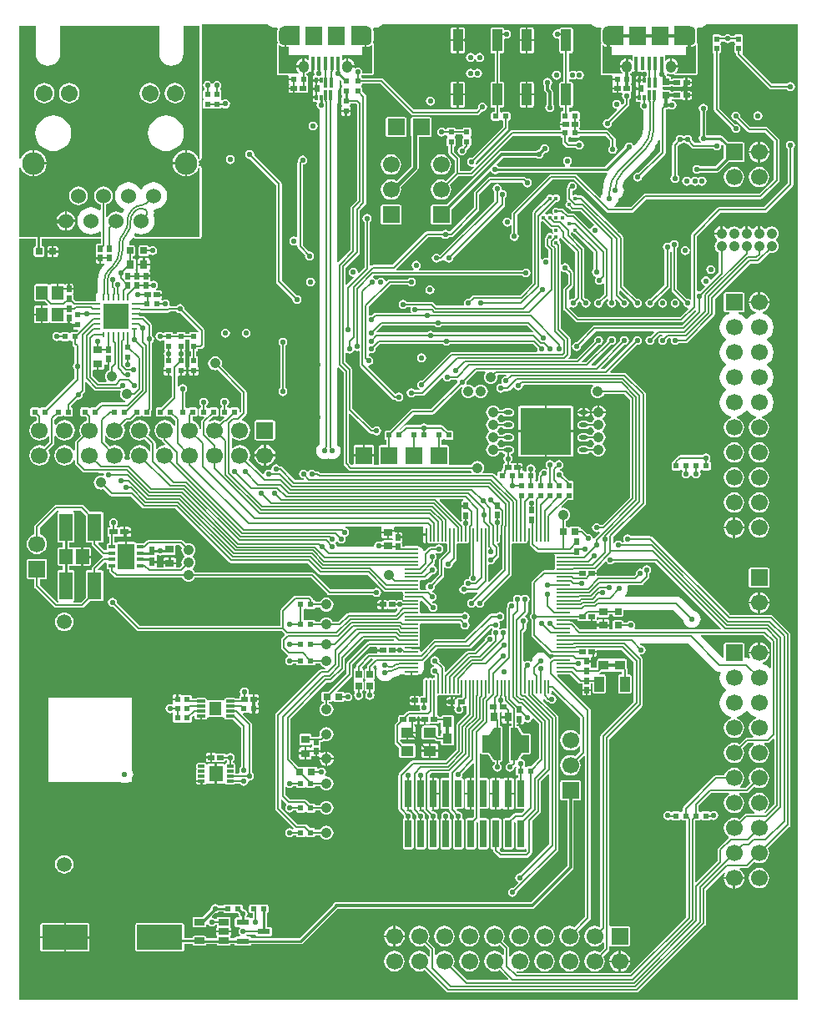
<source format=gtl>
G04 Layer_Physical_Order=1*
G04 Layer_Color=255*
%FSLAX43Y43*%
%MOMM*%
G71*
G01*
G75*
%ADD10C,0.180*%
%ADD11C,0.140*%
%ADD12C,0.140*%
%ADD13C,0.550*%
%ADD14R,0.600X0.550*%
%ADD15R,0.800X0.650*%
%ADD16R,0.800X0.850*%
%ADD17R,0.500X0.650*%
%ADD18R,1.350X1.500*%
%ADD19R,0.550X0.600*%
%ADD20R,1.400X2.800*%
%ADD21R,0.700X0.700*%
%ADD22R,1.000X0.950*%
%ADD23R,0.650X0.500*%
%ADD24R,0.600X0.900*%
%ADD25R,0.700X0.700*%
%ADD26R,0.540X0.800*%
%ADD27R,0.300X0.600*%
%ADD28R,0.300X1.000*%
%ADD29R,0.400X1.000*%
%ADD30R,0.400X1.350*%
%ADD31R,0.500X0.600*%
%ADD32R,1.000X2.250*%
%ADD33R,0.900X0.600*%
%ADD34R,4.600X2.500*%
%ADD35R,0.700X3.300*%
%ADD36R,1.300X0.600*%
%ADD37R,1.050X0.650*%
%ADD38R,1.300X1.400*%
%ADD39R,0.850X0.300*%
%ADD40R,0.230X0.480*%
%ADD41R,0.480X0.230*%
%ADD42R,2.600X2.600*%
%ADD43R,1.700X2.500*%
%ADD44R,0.675X0.350*%
%ADD45R,1.400X1.600*%
%ADD46R,0.700X0.300*%
%ADD47R,5.150X4.800*%
%ADD48O,0.900X0.450*%
%ADD49R,1.000X1.550*%
%ADD50R,0.950X1.000*%
%ADD51R,1.150X1.400*%
%ADD52R,1.300X1.050*%
%ADD53R,0.850X0.800*%
%ADD54R,0.740X2.790*%
%ADD55O,0.250X1.400*%
%ADD56O,1.400X0.250*%
%ADD57R,0.650X0.800*%
%ADD58C,0.200*%
%ADD59C,0.250*%
%ADD60C,0.300*%
%ADD61C,0.400*%
%ADD62R,0.900X0.300*%
%ADD63R,1.800X1.900*%
%ADD64R,0.300X0.900*%
%ADD65C,1.050*%
%ADD66C,1.500*%
%ADD67C,1.524*%
%ADD68C,1.702*%
%ADD69C,2.286*%
%ADD70C,3.600*%
G04:AMPARAMS|DCode=71|XSize=2.1mm|YSize=1.9mm|CornerRadius=0.494mm|HoleSize=0mm|Usage=FLASHONLY|Rotation=0.000|XOffset=0mm|YOffset=0mm|HoleType=Round|Shape=RoundedRectangle|*
%AMROUNDEDRECTD71*
21,1,2.100,0.912,0,0,0.0*
21,1,1.112,1.900,0,0,0.0*
1,1,0.988,0.556,-0.456*
1,1,0.988,-0.556,-0.456*
1,1,0.988,-0.556,0.456*
1,1,0.988,0.556,0.456*
%
%ADD71ROUNDEDRECTD71*%
G04:AMPARAMS|DCode=72|XSize=1.05mm|YSize=1.25mm|CornerRadius=0.525mm|HoleSize=0mm|Usage=FLASHONLY|Rotation=180.000|XOffset=0mm|YOffset=0mm|HoleType=Round|Shape=RoundedRectangle|*
%AMROUNDEDRECTD72*
21,1,1.050,0.200,0,0,180.0*
21,1,0.000,1.250,0,0,180.0*
1,1,1.050,0.000,0.100*
1,1,1.050,0.000,0.100*
1,1,1.050,0.000,-0.100*
1,1,1.050,0.000,-0.100*
%
%ADD72ROUNDEDRECTD72*%
%ADD73C,1.700*%
%ADD74R,1.700X1.700*%
%ADD75R,1.700X1.700*%
%ADD76C,0.400*%
%ADD77C,0.700*%
G36*
X-27382Y-31668D02*
X-27434Y-31795D01*
X-37446D01*
X-37476Y-31751D01*
X-37624Y-31651D01*
X-37800Y-31616D01*
X-37976Y-31651D01*
X-38124Y-31751D01*
X-38154Y-31795D01*
X-43168D01*
X-43221Y-31668D01*
X-42654Y-31100D01*
X-37357D01*
X-37324Y-31149D01*
X-37176Y-31249D01*
X-37000Y-31284D01*
X-36824Y-31249D01*
X-36676Y-31149D01*
X-36643Y-31100D01*
X-27949D01*
X-27382Y-31668D01*
D02*
G37*
G36*
X-26948Y-33373D02*
X-26959Y-33425D01*
X-26924Y-33601D01*
X-26896Y-33643D01*
X-26964Y-33770D01*
X-35625D01*
X-35732Y-33791D01*
X-35823Y-33852D01*
X-38598Y-36627D01*
X-38650Y-36616D01*
X-38826Y-36651D01*
X-38974Y-36751D01*
X-39074Y-36899D01*
X-39109Y-37075D01*
X-39074Y-37251D01*
X-38974Y-37399D01*
X-38835Y-37493D01*
X-38834Y-37502D01*
X-38912Y-37620D01*
X-39371D01*
X-39401Y-37576D01*
X-39549Y-37476D01*
X-39725Y-37441D01*
X-39901Y-37476D01*
X-40049Y-37576D01*
X-40149Y-37724D01*
X-40184Y-37900D01*
X-40149Y-38076D01*
X-40049Y-38224D01*
X-39901Y-38324D01*
X-39725Y-38359D01*
X-39549Y-38324D01*
X-39401Y-38224D01*
X-39371Y-38180D01*
X-38575D01*
X-38468Y-38159D01*
X-38377Y-38098D01*
X-36649Y-36371D01*
X-36511Y-36413D01*
X-36499Y-36476D01*
X-36399Y-36624D01*
X-36251Y-36724D01*
X-36075Y-36759D01*
X-35899Y-36724D01*
X-35751Y-36624D01*
X-35721Y-36580D01*
X-35111D01*
X-35045Y-36643D01*
X-35013Y-36696D01*
X-35034Y-36800D01*
X-35023Y-36852D01*
X-37722Y-39551D01*
X-39596D01*
X-39596Y-39551D01*
X-39703Y-39572D01*
X-39794Y-39633D01*
X-41908Y-41747D01*
X-42265D01*
X-42333Y-41760D01*
X-42391Y-41799D01*
X-42430Y-41857D01*
X-42443Y-41925D01*
Y-42475D01*
X-42430Y-42543D01*
X-42391Y-42601D01*
X-42333Y-42640D01*
X-42275Y-42651D01*
Y-43217D01*
X-42845D01*
X-42913Y-43230D01*
X-42971Y-43269D01*
X-43010Y-43327D01*
X-43023Y-43395D01*
Y-45095D01*
X-43019Y-45118D01*
X-43085Y-45225D01*
X-43108Y-45245D01*
X-43392D01*
X-43413Y-45230D01*
X-43486Y-45118D01*
X-43481Y-45095D01*
Y-44345D01*
X-44535D01*
X-45589D01*
Y-45095D01*
X-45675Y-45194D01*
X-45772Y-45206D01*
X-46045Y-44934D01*
Y-40083D01*
X-45927Y-40034D01*
X-43986Y-41975D01*
X-43986Y-41975D01*
X-43896Y-42036D01*
X-43788Y-42057D01*
X-43788Y-42057D01*
X-43579D01*
X-43549Y-42101D01*
X-43401Y-42201D01*
X-43225Y-42236D01*
X-43049Y-42201D01*
X-42901Y-42101D01*
X-42801Y-41952D01*
X-42766Y-41777D01*
X-42801Y-41601D01*
X-42901Y-41452D01*
X-43049Y-41353D01*
X-43225Y-41318D01*
X-43401Y-41353D01*
X-43549Y-41452D01*
X-43558Y-41465D01*
X-43694Y-41474D01*
X-45695Y-39474D01*
Y-35575D01*
X-45716Y-35468D01*
X-45777Y-35377D01*
X-46395Y-34759D01*
Y-33905D01*
X-46268Y-33837D01*
X-46176Y-33899D01*
X-46000Y-33934D01*
X-45824Y-33899D01*
X-45676Y-33799D01*
X-45576Y-33651D01*
X-45441Y-33622D01*
X-45401Y-33649D01*
X-45225Y-33684D01*
X-45082Y-33655D01*
X-44955Y-33727D01*
Y-35075D01*
X-44934Y-35182D01*
X-44873Y-35273D01*
X-41623Y-38524D01*
X-41532Y-38584D01*
X-41425Y-38606D01*
X-41354D01*
X-41324Y-38650D01*
X-41176Y-38749D01*
X-41000Y-38784D01*
X-40824Y-38749D01*
X-40676Y-38650D01*
X-40576Y-38501D01*
X-40541Y-38325D01*
X-40576Y-38150D01*
X-40676Y-38001D01*
X-40824Y-37902D01*
X-41000Y-37867D01*
X-41176Y-37902D01*
X-41324Y-38001D01*
X-41350Y-38003D01*
X-44100Y-35253D01*
X-44063Y-35165D01*
X-44042Y-35132D01*
X-43874Y-35099D01*
X-43726Y-34999D01*
X-43626Y-34851D01*
X-43591Y-34675D01*
X-43626Y-34499D01*
X-43726Y-34351D01*
X-43874Y-34251D01*
X-44045Y-34217D01*
Y-33969D01*
X-43918Y-33885D01*
X-43800Y-33909D01*
X-43624Y-33874D01*
X-43476Y-33774D01*
X-43376Y-33626D01*
X-43341Y-33450D01*
X-43352Y-33398D01*
X-42884Y-32930D01*
X-36529D01*
X-36499Y-32974D01*
X-36351Y-33074D01*
X-36175Y-33109D01*
X-35999Y-33074D01*
X-35851Y-32974D01*
X-35821Y-32930D01*
X-27391D01*
X-26948Y-33373D01*
D02*
G37*
G36*
X-63524Y-29699D02*
X-63376Y-29799D01*
X-63200Y-29834D01*
X-63148Y-29823D01*
X-61263Y-31709D01*
X-61271Y-31737D01*
X-61357Y-31762D01*
X-61410Y-31766D01*
X-61457Y-31735D01*
X-61525Y-31722D01*
X-62075D01*
X-62143Y-31735D01*
X-62201Y-31774D01*
X-62240Y-31832D01*
X-62253Y-31900D01*
Y-31920D01*
X-62622D01*
Y-31900D01*
X-62635Y-31832D01*
X-62674Y-31774D01*
X-62732Y-31735D01*
X-62800Y-31722D01*
X-63350D01*
X-63418Y-31735D01*
X-63476Y-31774D01*
X-63515Y-31832D01*
X-63528Y-31900D01*
Y-31920D01*
X-63897D01*
Y-31900D01*
X-63910Y-31832D01*
X-63949Y-31774D01*
X-64007Y-31735D01*
X-64075Y-31722D01*
X-64625D01*
X-64693Y-31735D01*
X-64751Y-31774D01*
X-64784Y-31822D01*
X-64816Y-31837D01*
X-64925Y-31859D01*
X-65049Y-31776D01*
X-65225Y-31741D01*
X-65401Y-31776D01*
X-65549Y-31876D01*
X-65649Y-32024D01*
X-65684Y-32200D01*
X-65649Y-32376D01*
X-65549Y-32524D01*
X-65401Y-32624D01*
X-65225Y-32659D01*
X-65049Y-32624D01*
X-64925Y-32541D01*
X-64816Y-32563D01*
X-64784Y-32578D01*
X-64751Y-32626D01*
X-64750Y-32627D01*
Y-32773D01*
X-64751Y-32774D01*
X-64790Y-32832D01*
X-64803Y-32900D01*
Y-33500D01*
X-64790Y-33568D01*
X-64751Y-33626D01*
X-64711Y-33653D01*
X-64774Y-33748D01*
X-64809Y-33924D01*
X-64774Y-34099D01*
X-64709Y-34196D01*
X-64751Y-34224D01*
X-64790Y-34282D01*
X-64803Y-34350D01*
Y-34950D01*
X-64790Y-35018D01*
X-64766Y-35054D01*
X-64760Y-35138D01*
X-64769Y-35206D01*
X-64774Y-35213D01*
X-64813Y-35272D01*
X-64829Y-35350D01*
Y-35550D01*
X-64350D01*
Y-35650D01*
X-64250D01*
Y-36154D01*
X-64075D01*
X-63980Y-36265D01*
Y-38298D01*
X-65079Y-39397D01*
X-65450D01*
X-65518Y-39410D01*
X-65576Y-39449D01*
X-65615Y-39507D01*
X-65628Y-39575D01*
Y-40125D01*
X-65615Y-40193D01*
X-65576Y-40251D01*
X-65518Y-40290D01*
X-65450Y-40303D01*
X-64850D01*
X-64782Y-40290D01*
X-64724Y-40251D01*
X-64723Y-40250D01*
X-64577D01*
X-64576Y-40251D01*
X-64518Y-40290D01*
X-64450Y-40303D01*
X-64079D01*
X-63670Y-40712D01*
Y-41253D01*
X-63797Y-41278D01*
X-63835Y-41188D01*
X-63999Y-40974D01*
X-64213Y-40810D01*
X-64462Y-40706D01*
X-64730Y-40671D01*
X-64998Y-40706D01*
X-65247Y-40810D01*
X-65461Y-40974D01*
X-65625Y-41188D01*
X-65729Y-41437D01*
X-65764Y-41705D01*
X-65729Y-41973D01*
X-65625Y-42222D01*
X-65461Y-42436D01*
X-65247Y-42600D01*
X-64999Y-42703D01*
X-64989Y-42751D01*
X-64928Y-42842D01*
X-64673Y-43097D01*
X-64712Y-43176D01*
X-64738Y-43212D01*
X-64998Y-43246D01*
X-65247Y-43350D01*
X-65461Y-43514D01*
X-65510Y-43578D01*
X-65637Y-43535D01*
Y-43057D01*
X-65658Y-42950D01*
X-65719Y-42859D01*
X-65719Y-42859D01*
X-66369Y-42209D01*
X-66271Y-41973D01*
X-66236Y-41705D01*
X-66271Y-41437D01*
X-66375Y-41188D01*
X-66539Y-40974D01*
X-66753Y-40810D01*
X-67002Y-40706D01*
X-67270Y-40671D01*
X-67538Y-40706D01*
X-67787Y-40810D01*
X-68001Y-40974D01*
X-68165Y-41188D01*
X-68269Y-41437D01*
X-68304Y-41705D01*
X-68269Y-41973D01*
X-68165Y-42222D01*
X-68001Y-42436D01*
X-67787Y-42600D01*
X-67538Y-42704D01*
X-67270Y-42739D01*
X-67002Y-42704D01*
X-66766Y-42606D01*
X-66198Y-43174D01*
Y-43823D01*
X-66325Y-43848D01*
X-66375Y-43728D01*
X-66539Y-43514D01*
X-66753Y-43350D01*
X-67002Y-43246D01*
X-67270Y-43211D01*
X-67538Y-43246D01*
X-67787Y-43350D01*
X-68001Y-43514D01*
X-68165Y-43728D01*
X-68269Y-43977D01*
X-68304Y-44245D01*
X-68269Y-44513D01*
X-68243Y-44576D01*
X-68332Y-44692D01*
X-68430Y-44679D01*
X-68766D01*
X-68837Y-44573D01*
X-68811Y-44513D01*
X-68776Y-44245D01*
X-68811Y-43977D01*
X-68915Y-43728D01*
X-69079Y-43514D01*
X-69293Y-43350D01*
X-69542Y-43246D01*
X-69810Y-43211D01*
X-70078Y-43246D01*
X-70324Y-43349D01*
X-70819Y-42854D01*
Y-42274D01*
X-70754Y-42244D01*
X-70692Y-42239D01*
X-70541Y-42436D01*
X-70327Y-42600D01*
X-70078Y-42704D01*
X-69810Y-42739D01*
X-69542Y-42704D01*
X-69293Y-42600D01*
X-69079Y-42436D01*
X-68915Y-42222D01*
X-68811Y-41973D01*
X-68776Y-41705D01*
X-68811Y-41437D01*
X-68914Y-41191D01*
X-68513Y-40791D01*
X-68245D01*
X-68142Y-40770D01*
X-68054Y-40711D01*
X-67646Y-40303D01*
X-67275D01*
X-67207Y-40290D01*
X-67149Y-40251D01*
X-67148Y-40250D01*
X-67002D01*
X-67001Y-40251D01*
X-66943Y-40290D01*
X-66875Y-40303D01*
X-66275D01*
X-66207Y-40290D01*
X-66149Y-40251D01*
X-66110Y-40193D01*
X-66097Y-40125D01*
Y-39754D01*
X-66084Y-39741D01*
X-66025Y-39653D01*
X-66005Y-39550D01*
Y-32836D01*
X-65951Y-32799D01*
X-65851Y-32651D01*
X-65816Y-32475D01*
X-65851Y-32299D01*
X-65951Y-32151D01*
X-66005Y-32114D01*
Y-31100D01*
X-66025Y-30997D01*
X-66084Y-30909D01*
X-66804Y-30189D01*
X-66892Y-30130D01*
X-66995Y-30109D01*
X-67295D01*
X-67396Y-29995D01*
Y-29980D01*
X-67840D01*
Y-29780D01*
X-67332D01*
X-67283Y-29750D01*
X-67273Y-29748D01*
X-67257Y-29759D01*
X-67150Y-29780D01*
X-64450D01*
X-64343Y-29759D01*
X-64252Y-29698D01*
X-64209Y-29655D01*
X-63554D01*
X-63524Y-29699D01*
D02*
G37*
G36*
X-24534Y-22182D02*
X-24473Y-22273D01*
X-23080Y-23666D01*
Y-28209D01*
X-23248Y-28376D01*
X-23300Y-28366D01*
X-23476Y-28401D01*
X-23618Y-28496D01*
X-23655Y-28488D01*
X-23745Y-28452D01*
Y-27541D01*
X-23352Y-27148D01*
X-23291Y-27057D01*
X-23270Y-26950D01*
Y-25777D01*
X-23270Y-25777D01*
X-23291Y-25670D01*
X-23352Y-25579D01*
X-23352Y-25579D01*
X-23653Y-25278D01*
X-23642Y-25226D01*
X-23677Y-25051D01*
X-23777Y-24902D01*
X-23926Y-24802D01*
X-24101Y-24767D01*
X-24277Y-24802D01*
X-24418Y-24896D01*
X-24460Y-24887D01*
X-24545Y-24851D01*
Y-22925D01*
X-24566Y-22818D01*
X-24627Y-22727D01*
X-24646Y-22707D01*
X-24672Y-22579D01*
X-24755Y-22455D01*
X-24749Y-22336D01*
X-24672Y-22221D01*
X-24664Y-22181D01*
X-24534D01*
X-24534Y-22182D01*
D02*
G37*
G36*
X-42713Y-51572D02*
X-42729Y-51650D01*
Y-51950D01*
X-42100D01*
Y-52050D01*
X-42000D01*
Y-52654D01*
X-41692D01*
X-41597Y-52739D01*
X-41590Y-52747D01*
X-41591Y-52778D01*
X-41675Y-52872D01*
X-42525D01*
X-42593Y-52885D01*
X-42651Y-52924D01*
X-42690Y-52982D01*
X-42825Y-53043D01*
X-42849Y-53026D01*
X-43025Y-52991D01*
X-43201Y-53026D01*
X-43349Y-53126D01*
X-43449Y-53274D01*
X-43484Y-53450D01*
X-43520Y-53494D01*
X-47272D01*
X-47301Y-53349D01*
X-47401Y-53201D01*
X-47380Y-53085D01*
X-47316Y-53014D01*
X-47186Y-53020D01*
X-47149Y-53074D01*
X-47001Y-53174D01*
X-46825Y-53209D01*
X-46649Y-53174D01*
X-46501Y-53074D01*
X-46401Y-52926D01*
X-46366Y-52750D01*
X-46401Y-52574D01*
X-46365Y-52487D01*
X-46299Y-52474D01*
X-46151Y-52374D01*
X-46051Y-52226D01*
X-46016Y-52050D01*
X-46051Y-51874D01*
X-46151Y-51726D01*
X-46299Y-51626D01*
X-46444Y-51597D01*
X-46465Y-51573D01*
X-46407Y-51446D01*
X-42782D01*
X-42713Y-51572D01*
D02*
G37*
G36*
X-61175Y-14169D02*
X-61302Y-14194D01*
X-61405Y-13946D01*
X-61620Y-13665D01*
X-61901Y-13450D01*
X-62227Y-13315D01*
X-62478Y-13282D01*
Y-14623D01*
Y-15964D01*
X-62227Y-15931D01*
X-61901Y-15796D01*
X-61620Y-15581D01*
X-61405Y-15300D01*
X-61302Y-15052D01*
X-61175Y-15077D01*
Y-22075D01*
X-67765D01*
X-67841Y-21948D01*
X-67712Y-21707D01*
X-67506Y-21792D01*
X-67150Y-21839D01*
X-66794Y-21792D01*
X-66463Y-21655D01*
X-66179Y-21436D01*
X-65960Y-21152D01*
X-65823Y-20821D01*
X-65776Y-20465D01*
X-65823Y-20109D01*
X-65876Y-19982D01*
X-65856Y-19935D01*
X-65821Y-19668D01*
X-65821D01*
X-65853Y-19423D01*
X-65796Y-19318D01*
X-65762Y-19283D01*
X-65524Y-19252D01*
X-65193Y-19115D01*
X-64909Y-18896D01*
X-64690Y-18612D01*
X-64553Y-18281D01*
X-64506Y-17925D01*
X-64553Y-17569D01*
X-64690Y-17238D01*
X-64909Y-16954D01*
X-65193Y-16735D01*
X-65524Y-16598D01*
X-65880Y-16551D01*
X-66236Y-16598D01*
X-66567Y-16735D01*
X-66851Y-16954D01*
X-67070Y-17238D01*
X-67087Y-17279D01*
X-67214D01*
X-67230Y-17238D01*
X-67449Y-16954D01*
X-67733Y-16735D01*
X-68064Y-16598D01*
X-68420Y-16551D01*
X-68776Y-16598D01*
X-69107Y-16735D01*
X-69391Y-16954D01*
X-69610Y-17238D01*
X-69747Y-17569D01*
X-69794Y-17925D01*
X-69747Y-18281D01*
X-69610Y-18612D01*
X-69391Y-18896D01*
X-69107Y-19115D01*
X-68915Y-19194D01*
X-68872Y-19314D01*
X-69034Y-19617D01*
X-69043Y-19648D01*
X-69164Y-19687D01*
X-69217Y-19647D01*
X-69445Y-19552D01*
X-69690Y-19520D01*
X-69935Y-19552D01*
X-70163Y-19647D01*
X-70358Y-19797D01*
X-70508Y-19992D01*
X-70553Y-20099D01*
X-70680Y-20074D01*
Y-18823D01*
X-70487Y-18743D01*
X-70292Y-18593D01*
X-70142Y-18398D01*
X-70047Y-18170D01*
X-70015Y-17925D01*
X-70047Y-17680D01*
X-70142Y-17452D01*
X-70292Y-17257D01*
X-70487Y-17107D01*
X-70715Y-17012D01*
X-70960Y-16980D01*
X-71205Y-17012D01*
X-71433Y-17107D01*
X-71628Y-17257D01*
X-71778Y-17452D01*
X-71873Y-17680D01*
X-71905Y-17925D01*
X-71873Y-18170D01*
X-71778Y-18398D01*
X-71628Y-18593D01*
X-71433Y-18743D01*
X-71240Y-18823D01*
Y-19348D01*
X-71367Y-19410D01*
X-71543Y-19275D01*
X-71874Y-19138D01*
X-72230Y-19091D01*
X-72586Y-19138D01*
X-72917Y-19275D01*
X-73201Y-19494D01*
X-73420Y-19778D01*
X-73557Y-20109D01*
X-73604Y-20465D01*
X-73557Y-20821D01*
X-73420Y-21152D01*
X-73201Y-21436D01*
X-72917Y-21655D01*
X-72586Y-21792D01*
X-72230Y-21839D01*
X-71874Y-21792D01*
X-71543Y-21655D01*
X-71367Y-21520D01*
X-71240Y-21582D01*
Y-22075D01*
X-79471D01*
Y-15088D01*
X-79344Y-15063D01*
X-79245Y-15300D01*
X-79030Y-15581D01*
X-78749Y-15796D01*
X-78423Y-15931D01*
X-78172Y-15964D01*
Y-14623D01*
Y-13282D01*
X-78423Y-13315D01*
X-78749Y-13450D01*
X-79030Y-13665D01*
X-79245Y-13946D01*
X-79344Y-14183D01*
X-79471Y-14158D01*
Y-708D01*
X-77808D01*
Y-3500D01*
X-77815D01*
X-77808Y-3600D01*
X-77803Y-3625D01*
X-77791Y-3688D01*
X-77790Y-3690D01*
X-77772Y-3820D01*
X-77649Y-4118D01*
X-77453Y-4374D01*
X-77197Y-4570D01*
X-76899Y-4693D01*
X-76579Y-4736D01*
X-76259Y-4693D01*
X-75961Y-4570D01*
X-75705Y-4374D01*
X-75509Y-4118D01*
X-75386Y-3820D01*
X-75368Y-3690D01*
X-75367Y-3688D01*
X-75355Y-3625D01*
X-75350Y-3600D01*
X-75343Y-3500D01*
X-75350D01*
Y-708D01*
X-65300D01*
Y-3500D01*
X-65306D01*
X-65264Y-3820D01*
X-65141Y-4118D01*
X-64945Y-4374D01*
X-64689Y-4570D01*
X-64391Y-4693D01*
X-64071Y-4736D01*
X-63751Y-4693D01*
X-63453Y-4570D01*
X-63197Y-4374D01*
X-63001Y-4118D01*
X-62877Y-3820D01*
X-62835Y-3500D01*
X-62841D01*
Y-708D01*
X-61175D01*
Y-14169D01*
D02*
G37*
G36*
X-34422Y-48744D02*
X-34433Y-48793D01*
X-34485Y-48878D01*
X-34528Y-48887D01*
X-34594Y-48931D01*
X-34638Y-48997D01*
X-34654Y-49075D01*
Y-49300D01*
X-34200D01*
Y-49500D01*
X-34654D01*
Y-49725D01*
X-34638Y-49803D01*
X-34594Y-49869D01*
X-34615Y-49957D01*
X-34628Y-50025D01*
Y-50675D01*
X-34615Y-50743D01*
X-34576Y-50801D01*
X-34560Y-50812D01*
X-34612Y-50930D01*
X-34740Y-50956D01*
X-36859Y-48838D01*
X-36810Y-48720D01*
X-34438D01*
X-34422Y-48744D01*
D02*
G37*
G36*
X-10850Y-5475D02*
X-12933D01*
X-12919Y-5464D01*
X-12890Y-5439D01*
X-12862Y-5413D01*
X-12836Y-5385D01*
X-12811Y-5356D01*
X-12788Y-5326D01*
X-12767Y-5295D01*
X-12747Y-5263D01*
X-12729Y-5229D01*
X-12712Y-5195D01*
X-12698Y-5160D01*
X-12685Y-5124D01*
X-12674Y-5088D01*
X-12666Y-5051D01*
X-12659Y-5013D01*
X-12654Y-4976D01*
X-12651Y-4938D01*
X-12650Y-4900D01*
X-13375D01*
Y-4800D01*
X-13475D01*
Y-3982D01*
X-13488Y-3984D01*
X-13526Y-3991D01*
X-13563Y-3999D01*
X-13599Y-4010D01*
X-13635Y-4023D01*
X-13670Y-4037D01*
X-13704Y-4054D01*
X-13738Y-4072D01*
X-13770Y-4092D01*
X-13801Y-4113D01*
X-13831Y-4136D01*
X-13860Y-4161D01*
X-13888Y-4187D01*
X-13914Y-4215D01*
X-13925Y-4228D01*
Y-3650D01*
X-11850D01*
Y-2825D01*
X-11394D01*
X-11358Y-2824D01*
X-11321Y-2821D01*
X-11285Y-2817D01*
X-11250Y-2810D01*
X-11214Y-2802D01*
X-11179Y-2791D01*
X-11145Y-2779D01*
X-11112Y-2765D01*
X-11079Y-2750D01*
X-11047Y-2732D01*
X-11016Y-2713D01*
X-10986Y-2693D01*
X-10957Y-2671D01*
X-10929Y-2647D01*
X-10903Y-2622D01*
X-10878Y-2596D01*
X-10854Y-2568D01*
X-10850Y-2562D01*
X-10850Y-5475D01*
D02*
G37*
G36*
X-70350Y-35100D02*
X-70322Y-35152D01*
X-70337Y-35175D01*
X-70358Y-35278D01*
Y-35579D01*
X-70441Y-35614D01*
X-70587Y-35726D01*
X-70699Y-35872D01*
X-70769Y-36042D01*
X-70794Y-36225D01*
X-70769Y-36408D01*
X-70699Y-36578D01*
X-70621Y-36680D01*
X-70679Y-36807D01*
X-71444D01*
X-72055Y-36196D01*
Y-35687D01*
X-71950Y-35579D01*
X-71625D01*
Y-34975D01*
X-71425D01*
Y-35579D01*
X-71100D01*
X-71022Y-35563D01*
X-70956Y-35519D01*
X-70912Y-35453D01*
X-70896Y-35375D01*
Y-35084D01*
X-70782Y-35012D01*
X-70769Y-35012D01*
X-70700Y-35025D01*
X-70550D01*
Y-34496D01*
X-70350D01*
Y-35100D01*
D02*
G37*
G36*
X-43684Y-5475D02*
X-44711D01*
X-44708Y-5463D01*
X-44704Y-5434D01*
X-44701Y-5404D01*
X-44700Y-5375D01*
X-44701Y-5346D01*
X-44704Y-5316D01*
X-44708Y-5287D01*
X-44715Y-5258D01*
X-44724Y-5230D01*
X-44734Y-5203D01*
X-44746Y-5176D01*
X-44760Y-5150D01*
X-44776Y-5125D01*
X-44793Y-5101D01*
X-44811Y-5078D01*
X-44832Y-5057D01*
X-44853Y-5036D01*
X-44876Y-5018D01*
X-44900Y-5001D01*
X-44925Y-4985D01*
X-44951Y-4971D01*
X-44978Y-4959D01*
X-45005Y-4949D01*
X-45033Y-4940D01*
X-45062Y-4933D01*
X-45091Y-4929D01*
X-45121Y-4926D01*
X-45150Y-4925D01*
X-45179Y-4926D01*
X-45209Y-4929D01*
X-45238Y-4933D01*
X-45267Y-4940D01*
X-45295Y-4949D01*
X-45322Y-4959D01*
X-45349Y-4971D01*
X-45375Y-4985D01*
X-45400Y-5001D01*
X-45424Y-5018D01*
X-45447Y-5036D01*
X-45468Y-5057D01*
X-45489Y-5078D01*
X-45507Y-5101D01*
X-45516Y-5113D01*
X-45508Y-5088D01*
X-45500Y-5051D01*
X-45493Y-5013D01*
X-45488Y-4976D01*
X-45485Y-4938D01*
X-45484Y-4900D01*
X-46209D01*
Y-4800D01*
X-46309D01*
Y-3982D01*
X-46322Y-3984D01*
X-46360Y-3991D01*
X-46397Y-3999D01*
X-46433Y-4010D01*
X-46469Y-4023D01*
X-46504Y-4037D01*
X-46538Y-4054D01*
X-46572Y-4072D01*
X-46604Y-4092D01*
X-46635Y-4113D01*
X-46665Y-4136D01*
X-46694Y-4161D01*
X-46722Y-4187D01*
X-46748Y-4215D01*
X-46759Y-4228D01*
Y-3650D01*
X-44684D01*
Y-2825D01*
X-44228D01*
X-44192Y-2824D01*
X-44155Y-2821D01*
X-44119Y-2817D01*
X-44084Y-2810D01*
X-44048Y-2802D01*
X-44013Y-2791D01*
X-43979Y-2779D01*
X-43946Y-2765D01*
X-43913Y-2750D01*
X-43881Y-2732D01*
X-43850Y-2713D01*
X-43820Y-2693D01*
X-43791Y-2671D01*
X-43763Y-2647D01*
X-43737Y-2622D01*
X-43712Y-2596D01*
X-43688Y-2568D01*
X-43684Y-2562D01*
X-43684Y-5475D01*
D02*
G37*
G36*
X-30506Y-52875D02*
X-30500Y-52905D01*
Y-53267D01*
X-30480Y-53283D01*
Y-55759D01*
X-31801Y-57079D01*
X-31905Y-57032D01*
X-31920Y-57018D01*
Y-55377D01*
X-31793Y-55305D01*
X-31650Y-55334D01*
X-31474Y-55299D01*
X-31326Y-55199D01*
X-31226Y-55051D01*
X-31192Y-54878D01*
X-30902Y-54588D01*
X-30902Y-54588D01*
X-30841Y-54497D01*
X-30820Y-54389D01*
X-30820Y-54389D01*
Y-53600D01*
X-30841Y-53493D01*
X-30902Y-53402D01*
X-31002Y-53301D01*
X-31002Y-53296D01*
X-30952Y-53171D01*
X-30883Y-53158D01*
X-30823Y-53117D01*
X-30727Y-53181D01*
X-30700Y-53186D01*
Y-52905D01*
X-30694Y-52875D01*
Y-52300D01*
X-30506D01*
Y-52875D01*
D02*
G37*
G36*
X-54069Y-715D02*
X-53762Y-842D01*
X-53433Y-885D01*
X-53359Y-876D01*
X-53270Y-992D01*
X-53292Y-1044D01*
X-53300Y-1107D01*
X-53306Y-1139D01*
X-53305Y-1148D01*
X-53308Y-1157D01*
X-53310Y-1180D01*
X-53315Y-1219D01*
Y-2131D01*
X-53309Y-2172D01*
X-53308Y-2191D01*
X-53306Y-2198D01*
X-53306Y-2205D01*
X-53299Y-2250D01*
X-53299Y-2252D01*
X-53292Y-2306D01*
X-53268Y-2363D01*
X-53262Y-2380D01*
X-53293Y-2421D01*
X-53300Y-2429D01*
X-53310Y-2436D01*
X-53323Y-2455D01*
X-53339Y-2473D01*
X-53342Y-2484D01*
X-53349Y-2494D01*
X-53353Y-2517D01*
X-53361Y-2539D01*
X-53360Y-2551D01*
X-53362Y-2562D01*
Y-5475D01*
X-53349Y-5543D01*
X-53310Y-5601D01*
X-53252Y-5640D01*
X-53184Y-5653D01*
X-52215D01*
X-52143Y-5769D01*
X-52143Y-5780D01*
X-52157Y-5850D01*
Y-6025D01*
X-51653D01*
Y-6225D01*
X-52157D01*
Y-6400D01*
X-52141Y-6478D01*
X-52128Y-6498D01*
X-52107Y-6588D01*
X-52128Y-6677D01*
X-52141Y-6697D01*
X-52157Y-6775D01*
Y-6925D01*
X-51628D01*
Y-7025D01*
X-51528D01*
Y-7479D01*
X-51303D01*
X-51225Y-7463D01*
X-51159Y-7419D01*
X-51071Y-7440D01*
X-51003Y-7453D01*
X-50353D01*
X-50285Y-7440D01*
X-50227Y-7401D01*
X-50188Y-7343D01*
X-50175Y-7275D01*
Y-6775D01*
X-50188Y-6707D01*
X-50227Y-6649D01*
Y-6526D01*
X-50188Y-6468D01*
X-50175Y-6400D01*
Y-5850D01*
X-50188Y-5782D01*
X-50227Y-5724D01*
X-50285Y-5685D01*
X-50353Y-5672D01*
X-50379D01*
Y-5542D01*
X-50306Y-5511D01*
X-50160Y-5399D01*
X-50079Y-5294D01*
X-50078Y-5294D01*
X-50012Y-5338D01*
X-49934Y-5354D01*
X-49834D01*
Y-4475D01*
X-49634D01*
Y-5385D01*
X-49555Y-5481D01*
X-49559Y-5500D01*
X-49540Y-5596D01*
X-49539Y-5602D01*
X-49612Y-5736D01*
X-49629Y-5748D01*
X-49678Y-5781D01*
X-49722Y-5847D01*
X-49738Y-5925D01*
Y-6125D01*
X-49384D01*
Y-6325D01*
X-49738D01*
Y-6525D01*
X-49723Y-6600D01*
X-49738Y-6675D01*
Y-6975D01*
X-49264D01*
Y-7175D01*
X-49738D01*
Y-7475D01*
X-49723Y-7550D01*
X-49738Y-7625D01*
Y-7825D01*
X-49384D01*
Y-8025D01*
X-49738D01*
Y-8225D01*
X-49722Y-8303D01*
X-49678Y-8369D01*
X-49612Y-8413D01*
X-49534Y-8429D01*
X-49380D01*
X-49309Y-8548D01*
X-49309Y-8556D01*
X-49343Y-8725D01*
X-49308Y-8901D01*
X-49208Y-9049D01*
X-49060Y-9149D01*
X-49020Y-9157D01*
Y-43064D01*
X-49133Y-43151D01*
X-49273Y-43334D01*
X-49361Y-43547D01*
X-49392Y-43775D01*
X-49361Y-44003D01*
X-49273Y-44216D01*
X-49133Y-44399D01*
X-48950Y-44539D01*
X-48737Y-44627D01*
X-48509Y-44658D01*
X-48281Y-44627D01*
X-48134Y-44567D01*
X-47987Y-44627D01*
X-47759Y-44658D01*
X-47531Y-44627D01*
X-47318Y-44539D01*
X-47135Y-44399D01*
X-46995Y-44216D01*
X-46907Y-44003D01*
X-46876Y-43775D01*
X-46907Y-43547D01*
X-46995Y-43334D01*
X-47135Y-43151D01*
X-47248Y-43064D01*
Y-35373D01*
X-47121Y-35320D01*
X-46605Y-35836D01*
Y-45050D01*
X-46584Y-45157D01*
X-46523Y-45248D01*
X-46048Y-45723D01*
X-45957Y-45784D01*
X-45850Y-45805D01*
X-33667D01*
X-33636Y-45878D01*
X-33579Y-45953D01*
X-33642Y-46080D01*
X-48923D01*
X-49056Y-45947D01*
X-49147Y-45886D01*
X-49255Y-45865D01*
X-49462D01*
X-49491Y-45821D01*
X-49640Y-45721D01*
X-49816Y-45686D01*
X-49991Y-45721D01*
X-50140Y-45821D01*
X-50174Y-45871D01*
X-50301D01*
X-50334Y-45821D01*
X-50483Y-45721D01*
X-50659Y-45686D01*
X-50834Y-45721D01*
X-50983Y-45821D01*
X-51083Y-45969D01*
X-51118Y-46145D01*
X-51083Y-46321D01*
X-50983Y-46469D01*
X-50834Y-46569D01*
X-50659Y-46604D01*
X-50642Y-46601D01*
X-50595Y-46653D01*
X-50651Y-46780D01*
X-51489D01*
X-52840Y-45429D01*
X-52930Y-45368D01*
X-53038Y-45347D01*
X-53099D01*
X-53128Y-45303D01*
X-53277Y-45203D01*
X-53453Y-45168D01*
X-53628Y-45203D01*
X-53777Y-45303D01*
X-53876Y-45452D01*
X-53911Y-45627D01*
X-53900Y-45687D01*
X-54014Y-45763D01*
X-54031Y-45752D01*
X-54206Y-45717D01*
X-54382Y-45752D01*
X-54531Y-45851D01*
X-54630Y-46000D01*
X-54655Y-46124D01*
X-54785Y-46173D01*
X-56209Y-44749D01*
X-56111Y-44513D01*
X-56076Y-44245D01*
X-56111Y-43977D01*
X-56215Y-43728D01*
X-56379Y-43514D01*
X-56593Y-43350D01*
X-56842Y-43246D01*
X-57110Y-43211D01*
X-57378Y-43246D01*
X-57627Y-43350D01*
X-57813Y-43492D01*
X-57940Y-43450D01*
Y-42500D01*
X-57813Y-42458D01*
X-57627Y-42600D01*
X-57378Y-42704D01*
X-57110Y-42739D01*
X-56842Y-42704D01*
X-56593Y-42600D01*
X-56379Y-42436D01*
X-56215Y-42222D01*
X-56111Y-41973D01*
X-56076Y-41705D01*
X-56111Y-41437D01*
X-56215Y-41188D01*
X-56379Y-40974D01*
X-56593Y-40810D01*
X-56842Y-40706D01*
X-56870Y-40703D01*
X-56911Y-40582D01*
X-56502Y-40173D01*
X-56441Y-40082D01*
X-56420Y-39975D01*
Y-37850D01*
X-56420Y-37850D01*
X-56441Y-37743D01*
X-56502Y-37652D01*
X-58973Y-35180D01*
X-58943Y-35108D01*
X-58919Y-34925D01*
X-58943Y-34742D01*
X-59014Y-34572D01*
X-59126Y-34426D01*
X-59272Y-34314D01*
X-59442Y-34243D01*
X-59625Y-34219D01*
X-59808Y-34243D01*
X-59978Y-34314D01*
X-60124Y-34426D01*
X-60236Y-34572D01*
X-60307Y-34742D01*
X-60331Y-34925D01*
X-60307Y-35108D01*
X-60236Y-35278D01*
X-60124Y-35424D01*
X-59978Y-35536D01*
X-59808Y-35607D01*
X-59625Y-35631D01*
X-59442Y-35607D01*
X-59370Y-35577D01*
X-56980Y-37966D01*
Y-39841D01*
X-57049Y-39896D01*
X-57172Y-39842D01*
Y-39575D01*
X-57185Y-39507D01*
X-57224Y-39449D01*
X-57282Y-39410D01*
X-57350Y-39397D01*
X-57950D01*
X-58018Y-39410D01*
X-58076Y-39449D01*
X-58077Y-39450D01*
X-58223D01*
X-58224Y-39449D01*
X-58282Y-39410D01*
X-58350Y-39397D01*
X-58380D01*
Y-39236D01*
X-58326Y-39199D01*
X-58226Y-39051D01*
X-58191Y-38875D01*
X-58226Y-38699D01*
X-58326Y-38551D01*
X-58474Y-38451D01*
X-58650Y-38416D01*
X-58826Y-38451D01*
X-58974Y-38551D01*
X-59074Y-38699D01*
X-59109Y-38875D01*
X-59074Y-39051D01*
X-58974Y-39199D01*
X-58920Y-39236D01*
Y-39397D01*
X-58950D01*
X-59018Y-39410D01*
X-59076Y-39449D01*
X-59115Y-39507D01*
X-59128Y-39575D01*
Y-40125D01*
X-59115Y-40193D01*
X-59076Y-40251D01*
X-59018Y-40290D01*
X-58950Y-40303D01*
X-58766D01*
X-58763Y-40305D01*
X-58698Y-40430D01*
X-58722Y-40465D01*
X-58773Y-40475D01*
X-58861Y-40534D01*
X-59136Y-40809D01*
X-59382Y-40706D01*
X-59650Y-40671D01*
X-59918Y-40706D01*
X-60167Y-40810D01*
X-60193Y-40830D01*
X-60277Y-40734D01*
X-59846Y-40303D01*
X-59475D01*
X-59407Y-40290D01*
X-59349Y-40251D01*
X-59310Y-40193D01*
X-59297Y-40125D01*
Y-39575D01*
X-59310Y-39507D01*
X-59349Y-39449D01*
X-59407Y-39410D01*
X-59475Y-39397D01*
X-60075D01*
X-60143Y-39410D01*
X-60201Y-39449D01*
X-60202Y-39450D01*
X-60348D01*
X-60349Y-39449D01*
X-60407Y-39410D01*
X-60475Y-39397D01*
X-60505D01*
Y-39236D01*
X-60451Y-39199D01*
X-60351Y-39051D01*
X-60316Y-38875D01*
X-60351Y-38699D01*
X-60451Y-38551D01*
X-60599Y-38451D01*
X-60775Y-38416D01*
X-60951Y-38451D01*
X-61099Y-38551D01*
X-61199Y-38699D01*
X-61234Y-38875D01*
X-61199Y-39051D01*
X-61099Y-39199D01*
X-61045Y-39236D01*
Y-39397D01*
X-61075D01*
X-61143Y-39410D01*
X-61201Y-39449D01*
X-61240Y-39507D01*
X-61253Y-39575D01*
Y-40125D01*
X-61240Y-40193D01*
X-61201Y-40251D01*
X-61143Y-40290D01*
X-61075Y-40303D01*
X-60776D01*
X-60728Y-40421D01*
X-60964Y-40657D01*
X-61023Y-40745D01*
X-61043Y-40848D01*
Y-41590D01*
X-61170Y-41598D01*
X-61191Y-41437D01*
X-61295Y-41188D01*
X-61459Y-40974D01*
X-61673Y-40810D01*
X-61920Y-40707D01*
Y-40303D01*
X-61600D01*
X-61532Y-40290D01*
X-61474Y-40251D01*
X-61435Y-40193D01*
X-61422Y-40125D01*
Y-39575D01*
X-61435Y-39507D01*
X-61474Y-39449D01*
X-61532Y-39410D01*
X-61600Y-39397D01*
X-62200D01*
X-62268Y-39410D01*
X-62326Y-39449D01*
X-62327Y-39450D01*
X-62473D01*
X-62474Y-39449D01*
X-62532Y-39410D01*
X-62600Y-39397D01*
X-62630D01*
Y-37836D01*
X-62576Y-37799D01*
X-62476Y-37651D01*
X-62441Y-37475D01*
X-62476Y-37299D01*
X-62576Y-37151D01*
X-62724Y-37051D01*
X-62900Y-37016D01*
X-63076Y-37051D01*
X-63224Y-37151D01*
X-63313Y-37283D01*
X-63378Y-37282D01*
X-63440Y-37262D01*
Y-36266D01*
X-63350Y-36154D01*
X-63175D01*
Y-35650D01*
X-63075D01*
Y-35550D01*
X-62596D01*
Y-35350D01*
X-62612Y-35272D01*
X-62656Y-35206D01*
X-62665Y-35138D01*
X-62659Y-35054D01*
X-62635Y-35018D01*
X-62622Y-34950D01*
Y-34350D01*
X-62635Y-34282D01*
X-62674Y-34224D01*
X-62716Y-34196D01*
X-62651Y-34099D01*
X-62616Y-33924D01*
X-62651Y-33748D01*
X-62714Y-33653D01*
X-62674Y-33626D01*
X-62635Y-33568D01*
X-62622Y-33500D01*
Y-32900D01*
X-62635Y-32832D01*
X-62674Y-32774D01*
X-62675Y-32773D01*
Y-32627D01*
X-62674Y-32626D01*
X-62635Y-32568D01*
X-62622Y-32500D01*
Y-32480D01*
X-62253D01*
Y-32500D01*
X-62240Y-32568D01*
X-62201Y-32626D01*
X-62200Y-32627D01*
Y-32773D01*
X-62201Y-32774D01*
X-62240Y-32832D01*
X-62253Y-32900D01*
Y-33500D01*
X-62240Y-33568D01*
X-62201Y-33626D01*
X-62143Y-33665D01*
X-62080Y-33677D01*
Y-34173D01*
X-62143Y-34185D01*
X-62201Y-34224D01*
X-62240Y-34282D01*
X-62253Y-34350D01*
Y-34950D01*
X-62240Y-35018D01*
X-62216Y-35054D01*
X-62210Y-35138D01*
X-62219Y-35206D01*
X-62224Y-35213D01*
X-62263Y-35272D01*
X-62279Y-35350D01*
Y-35550D01*
X-61800D01*
X-61321D01*
Y-35350D01*
X-61337Y-35272D01*
X-61376Y-35213D01*
X-61381Y-35206D01*
X-61390Y-35138D01*
X-61384Y-35054D01*
X-61360Y-35018D01*
X-61347Y-34950D01*
Y-34350D01*
X-61360Y-34282D01*
X-61399Y-34224D01*
X-61457Y-34185D01*
X-61520Y-34173D01*
Y-33677D01*
X-61457Y-33665D01*
X-61399Y-33626D01*
X-61360Y-33568D01*
X-61347Y-33500D01*
Y-33480D01*
X-61100D01*
X-60993Y-33459D01*
X-60902Y-33398D01*
X-60752Y-33248D01*
X-60691Y-33157D01*
X-60670Y-33050D01*
Y-31625D01*
X-60670Y-31625D01*
X-60691Y-31518D01*
X-60752Y-31427D01*
X-60752Y-31427D01*
X-62752Y-29427D01*
X-62741Y-29375D01*
X-62776Y-29199D01*
X-62876Y-29051D01*
X-63024Y-28951D01*
X-63200Y-28916D01*
X-63376Y-28951D01*
X-63524Y-29051D01*
X-63554Y-29095D01*
X-64161D01*
X-64259Y-28968D01*
X-64241Y-28880D01*
X-64276Y-28704D01*
X-64376Y-28555D01*
X-64524Y-28456D01*
X-64700Y-28421D01*
X-64876Y-28456D01*
X-64941Y-28499D01*
X-64947Y-28501D01*
X-65078Y-28405D01*
X-65081Y-28369D01*
X-65037Y-28303D01*
X-65021Y-28225D01*
Y-28075D01*
X-65550D01*
Y-27875D01*
X-65021D01*
Y-27725D01*
X-65037Y-27647D01*
X-65081Y-27581D01*
X-65147Y-27537D01*
X-65225Y-27521D01*
X-65602D01*
X-65641Y-27394D01*
X-65537Y-27324D01*
X-65437Y-27176D01*
X-65402Y-27000D01*
X-65437Y-26824D01*
X-65537Y-26676D01*
X-65686Y-26576D01*
X-65861Y-26541D01*
X-66037Y-26576D01*
X-66066Y-26595D01*
X-66203Y-26560D01*
X-66232Y-26484D01*
X-66212Y-26453D01*
X-66196Y-26375D01*
Y-26150D01*
X-66650D01*
Y-25950D01*
X-66196D01*
Y-25725D01*
X-66212Y-25647D01*
X-66256Y-25581D01*
X-66269Y-25572D01*
X-66301Y-25462D01*
X-66288Y-25418D01*
X-66262Y-25378D01*
X-66246Y-25300D01*
Y-24975D01*
X-66850D01*
X-67454D01*
Y-25300D01*
X-67438Y-25378D01*
X-67428Y-25394D01*
X-67450Y-25439D01*
Y-26050D01*
X-67650D01*
Y-25516D01*
X-67662Y-25502D01*
X-67702Y-25394D01*
X-67685Y-25368D01*
X-67672Y-25300D01*
Y-24450D01*
X-67685Y-24382D01*
X-67724Y-24324D01*
X-67782Y-24285D01*
X-67850Y-24272D01*
X-67970D01*
Y-24028D01*
X-67900D01*
X-67832Y-24015D01*
X-67774Y-23976D01*
X-67735Y-23918D01*
X-67722Y-23850D01*
Y-23150D01*
X-67735Y-23082D01*
X-67774Y-23024D01*
X-67832Y-22985D01*
X-67900Y-22972D01*
X-68354D01*
Y-22822D01*
X-68356Y-22806D01*
X-68311Y-22580D01*
X-68243Y-22478D01*
X-68168Y-22382D01*
X-68168Y-22382D01*
X-68026Y-22211D01*
X-67985Y-22201D01*
X-67908Y-22201D01*
X-67871Y-22218D01*
X-67851Y-22228D01*
X-67833Y-22240D01*
X-67820Y-22242D01*
X-67808Y-22248D01*
X-67786Y-22249D01*
X-67765Y-22253D01*
X-61175D01*
X-61107Y-22240D01*
X-61049Y-22201D01*
X-61010Y-22143D01*
X-60997Y-22075D01*
Y-15077D01*
X-61000Y-15060D01*
Y-15042D01*
X-61007Y-15026D01*
X-61010Y-15009D01*
X-61020Y-14994D01*
X-61027Y-14978D01*
X-61039Y-14966D01*
X-61049Y-14951D01*
X-61063Y-14941D01*
X-61076Y-14929D01*
X-61092Y-14922D01*
X-61107Y-14912D01*
X-61124Y-14909D01*
X-61140Y-14902D01*
X-61267Y-14877D01*
X-61280Y-14862D01*
X-61249Y-14623D01*
X-61280Y-14384D01*
X-61267Y-14369D01*
X-61140Y-14344D01*
X-61124Y-14337D01*
X-61107Y-14334D01*
X-61092Y-14324D01*
X-61076Y-14317D01*
X-61063Y-14305D01*
X-61049Y-14295D01*
X-61039Y-14280D01*
X-61027Y-14268D01*
X-61020Y-14252D01*
X-61010Y-14237D01*
X-61007Y-14220D01*
X-61000Y-14204D01*
Y-14186D01*
X-60997Y-14169D01*
Y-708D01*
X-61007Y-656D01*
X-60992Y-615D01*
X-60931Y-529D01*
X-54311D01*
X-54069Y-715D01*
D02*
G37*
G36*
X-19916Y-55075D02*
X-19849Y-55174D01*
X-19701Y-55274D01*
X-19525Y-55309D01*
X-19349Y-55274D01*
X-19201Y-55174D01*
X-19171Y-55130D01*
X-14951D01*
X-8279Y-61802D01*
X-8328Y-61920D01*
X-11163D01*
X-11167Y-61918D01*
X-11350Y-61894D01*
X-17044D01*
X-17112Y-61767D01*
X-17051Y-61676D01*
X-17016Y-61500D01*
X-17051Y-61324D01*
X-17151Y-61176D01*
X-17299Y-61076D01*
X-17475Y-61041D01*
X-17651Y-61076D01*
X-17799Y-61176D01*
X-17829Y-61220D01*
X-18222D01*
Y-61150D01*
X-18235Y-61082D01*
X-18274Y-61024D01*
X-18332Y-60985D01*
X-18400Y-60972D01*
X-19100D01*
X-19168Y-60985D01*
X-19226Y-61024D01*
X-19265Y-61082D01*
X-19278Y-61150D01*
Y-61850D01*
X-19315Y-61894D01*
X-19621D01*
Y-61605D01*
X-20879D01*
Y-61894D01*
X-22600D01*
X-23199Y-61294D01*
X-23208Y-61283D01*
X-23219Y-61274D01*
X-23292Y-61202D01*
X-23383Y-61141D01*
X-23387Y-61100D01*
X-23520D01*
X-23536Y-61094D01*
X-23725Y-61069D01*
X-24300D01*
Y-60906D01*
X-23725D01*
X-23695Y-60900D01*
X-23333D01*
X-23317Y-60880D01*
X-22872D01*
X-22865Y-60918D01*
X-22826Y-60976D01*
X-22768Y-61015D01*
X-22700Y-61028D01*
X-22050D01*
X-21982Y-61015D01*
X-21894Y-60994D01*
X-21828Y-61038D01*
X-21750Y-61054D01*
X-21525D01*
Y-60600D01*
X-21325D01*
Y-61054D01*
X-21100D01*
X-21022Y-61038D01*
X-20991Y-61018D01*
X-20875Y-61084D01*
X-20879Y-61105D01*
Y-61405D01*
X-20350D01*
Y-60902D01*
X-20675D01*
X-20753Y-60917D01*
X-20784Y-60938D01*
X-20900Y-60872D01*
X-20896Y-60850D01*
Y-60709D01*
X-20877Y-60694D01*
X-20769Y-60653D01*
X-20743Y-60670D01*
X-20675Y-60684D01*
X-19825D01*
X-19757Y-60670D01*
X-19699Y-60632D01*
X-19660Y-60574D01*
X-19647Y-60505D01*
Y-60386D01*
X-19278D01*
Y-60450D01*
X-19265Y-60518D01*
X-19226Y-60576D01*
X-19168Y-60615D01*
X-19100Y-60628D01*
X-18400D01*
X-18332Y-60615D01*
X-18274Y-60576D01*
X-18235Y-60518D01*
X-18222Y-60450D01*
Y-59981D01*
X-13123D01*
X-12115Y-60989D01*
X-12102Y-61084D01*
X-12014Y-61297D01*
X-11874Y-61480D01*
X-11691Y-61620D01*
X-11478Y-61708D01*
X-11250Y-61738D01*
X-11022Y-61708D01*
X-10809Y-61620D01*
X-10626Y-61480D01*
X-10486Y-61297D01*
X-10398Y-61084D01*
X-10367Y-60855D01*
X-10398Y-60627D01*
X-10486Y-60414D01*
X-10626Y-60231D01*
X-10809Y-60091D01*
X-11022Y-60003D01*
X-11116Y-59991D01*
X-12331Y-58776D01*
X-12477Y-58664D01*
X-12648Y-58593D01*
X-12830Y-58569D01*
X-18014D01*
X-18057Y-58442D01*
X-18001Y-58399D01*
X-17860Y-58216D01*
X-17772Y-58003D01*
X-17742Y-57775D01*
X-17772Y-57546D01*
X-17787Y-57511D01*
X-17716Y-57405D01*
X-16400D01*
X-16293Y-57384D01*
X-16202Y-57323D01*
X-15627Y-56748D01*
X-15566Y-56657D01*
X-15545Y-56550D01*
Y-56217D01*
X-15501Y-56188D01*
X-15401Y-56039D01*
X-15366Y-55864D01*
X-15401Y-55688D01*
X-15501Y-55539D01*
X-15649Y-55440D01*
X-15825Y-55405D01*
X-16001Y-55440D01*
X-16149Y-55539D01*
X-16249Y-55688D01*
X-16250Y-55692D01*
X-16300Y-55779D01*
X-16476Y-55744D01*
X-16651Y-55779D01*
X-16800Y-55878D01*
X-16900Y-56027D01*
X-16935Y-56203D01*
X-16916Y-56296D01*
X-17114Y-56495D01*
X-20760D01*
X-20776Y-56498D01*
X-20804Y-56487D01*
X-20896Y-56394D01*
Y-56300D01*
X-21425D01*
Y-56100D01*
X-20896D01*
Y-55950D01*
X-20909Y-55888D01*
X-20065Y-55044D01*
X-19916Y-55075D01*
D02*
G37*
G36*
X-26343Y-20504D02*
X-25648Y-21198D01*
X-25557Y-21259D01*
X-25450Y-21280D01*
X-25393Y-21350D01*
X-25407Y-21425D01*
X-25378Y-21571D01*
X-25315Y-21665D01*
X-25314Y-21674D01*
X-25418Y-21787D01*
X-25435Y-21785D01*
X-25529Y-21722D01*
X-25675Y-21693D01*
X-25821Y-21722D01*
X-25945Y-21805D01*
X-26028Y-21929D01*
X-26054Y-22057D01*
X-26104Y-22108D01*
X-26165Y-22199D01*
X-26186Y-22306D01*
Y-22949D01*
X-26165Y-23056D01*
X-26104Y-23147D01*
X-25799Y-23452D01*
Y-24177D01*
X-25926Y-24246D01*
X-26075Y-24216D01*
X-26251Y-24251D01*
X-26399Y-24351D01*
X-26418Y-24378D01*
X-26545Y-24339D01*
Y-20570D01*
X-26418Y-20489D01*
X-26343Y-20504D01*
D02*
G37*
G36*
X-26755Y-71494D02*
Y-75010D01*
X-27568Y-75823D01*
X-27925D01*
X-27993Y-75836D01*
X-28032Y-75863D01*
X-28171Y-75843D01*
X-28224Y-75760D01*
X-28201Y-75726D01*
X-28166Y-75550D01*
X-28201Y-75374D01*
X-28301Y-75226D01*
X-28449Y-75126D01*
X-28552Y-75106D01*
X-28619Y-74970D01*
X-28399Y-74603D01*
X-27800D01*
X-27732Y-74590D01*
X-27674Y-74551D01*
X-27635Y-74493D01*
X-27622Y-74425D01*
Y-72625D01*
X-27635Y-72557D01*
X-27674Y-72499D01*
X-27732Y-72460D01*
X-27800Y-72447D01*
X-28399D01*
X-28797Y-71783D01*
X-28812Y-71767D01*
X-28824Y-71749D01*
X-28835Y-71741D01*
X-28844Y-71732D01*
X-28864Y-71722D01*
X-28882Y-71710D01*
X-28895Y-71708D01*
X-28907Y-71702D01*
X-28929Y-71701D01*
X-28950Y-71697D01*
X-28995D01*
Y-71529D01*
X-28850D01*
Y-71000D01*
X-28650D01*
Y-71529D01*
X-28500D01*
X-28422Y-71513D01*
X-28356Y-71469D01*
X-28312Y-71403D01*
X-28296Y-71325D01*
X-28169Y-71261D01*
X-28076Y-71324D01*
X-27900Y-71359D01*
X-27724Y-71324D01*
X-27576Y-71224D01*
X-27476Y-71076D01*
X-27456Y-70973D01*
X-27318Y-70931D01*
X-26755Y-71494D01*
D02*
G37*
G36*
X-3230Y-63222D02*
Y-65814D01*
X-3351Y-65855D01*
X-3396Y-65796D01*
X-3699Y-65563D01*
X-4051Y-65417D01*
X-4070Y-65415D01*
X-4087Y-65285D01*
X-3900Y-65207D01*
X-3681Y-65039D01*
X-3513Y-64820D01*
X-3407Y-64564D01*
X-3384Y-64390D01*
X-4430D01*
X-5476D01*
X-5453Y-64564D01*
X-5369Y-64767D01*
X-5466Y-64864D01*
X-5577Y-64818D01*
X-5760Y-64794D01*
X-5942D01*
Y-63440D01*
X-5955Y-63372D01*
X-5994Y-63314D01*
X-6052Y-63275D01*
X-6120Y-63262D01*
X-7820D01*
X-7888Y-63275D01*
X-7946Y-63314D01*
X-7985Y-63372D01*
X-7998Y-63440D01*
Y-64794D01*
X-8158D01*
X-10354Y-62598D01*
X-10305Y-62480D01*
X-3972D01*
X-3230Y-63222D01*
D02*
G37*
G36*
X-38490Y-51573D02*
X-38506Y-51598D01*
X-38531Y-51725D01*
Y-52200D01*
X-38200D01*
Y-52300D01*
X-38106D01*
Y-52875D01*
X-38100Y-52905D01*
Y-53186D01*
X-38073Y-53181D01*
X-37978Y-53117D01*
X-37917Y-53158D01*
X-37800Y-53181D01*
X-37683Y-53158D01*
X-37600Y-53102D01*
X-37517Y-53158D01*
X-37400Y-53181D01*
X-37283Y-53158D01*
X-37200Y-53102D01*
X-37117Y-53158D01*
X-37000Y-53181D01*
X-36883Y-53158D01*
X-36800Y-53102D01*
X-36717Y-53158D01*
X-36600Y-53181D01*
X-36483Y-53158D01*
X-36400Y-53102D01*
X-36317Y-53158D01*
X-36200Y-53181D01*
X-36080Y-53287D01*
Y-53934D01*
X-36848Y-54702D01*
X-36909Y-54793D01*
X-36930Y-54900D01*
Y-56309D01*
X-37748Y-57127D01*
X-37800Y-57116D01*
X-37976Y-57151D01*
X-38124Y-57251D01*
X-38224Y-57399D01*
X-38259Y-57575D01*
X-38224Y-57751D01*
X-38196Y-57793D01*
X-38264Y-57920D01*
X-38713D01*
X-38819Y-57800D01*
X-38842Y-57683D01*
X-38898Y-57600D01*
X-38842Y-57517D01*
X-38819Y-57400D01*
X-38842Y-57283D01*
X-38898Y-57200D01*
X-38842Y-57117D01*
X-38819Y-57000D01*
X-38713Y-56880D01*
X-38325D01*
X-38218Y-56859D01*
X-38127Y-56798D01*
X-37627Y-56298D01*
X-37575Y-56309D01*
X-37399Y-56274D01*
X-37251Y-56174D01*
X-37151Y-56026D01*
X-37116Y-55850D01*
X-37151Y-55674D01*
X-37251Y-55526D01*
X-37385Y-55436D01*
X-37418Y-55363D01*
X-37436Y-55307D01*
X-37402Y-55273D01*
X-37341Y-55182D01*
X-37320Y-55075D01*
X-37320Y-55075D01*
Y-54854D01*
X-37276Y-54824D01*
X-37176Y-54676D01*
X-37141Y-54500D01*
X-37176Y-54324D01*
X-37233Y-54239D01*
X-37142Y-54147D01*
X-37091Y-54181D01*
X-36915Y-54216D01*
X-36739Y-54181D01*
X-36591Y-54082D01*
X-36491Y-53933D01*
X-36456Y-53757D01*
X-36491Y-53582D01*
X-36591Y-53433D01*
X-36739Y-53334D01*
X-36915Y-53299D01*
X-37091Y-53334D01*
X-37239Y-53433D01*
X-37271Y-53481D01*
X-37736D01*
X-37844Y-53502D01*
X-37935Y-53563D01*
X-38311Y-53939D01*
X-38461Y-53909D01*
X-38492Y-53834D01*
X-38608Y-53683D01*
X-38759Y-53567D01*
X-38936Y-53494D01*
X-39125Y-53469D01*
X-40275D01*
X-40464Y-53494D01*
X-40465Y-53494D01*
X-40647D01*
Y-53225D01*
X-40660Y-53157D01*
X-40681Y-53069D01*
X-40637Y-53003D01*
X-40621Y-52925D01*
Y-52700D01*
X-41075D01*
Y-52600D01*
X-41175D01*
Y-52071D01*
X-41325D01*
X-41344Y-52075D01*
X-41459Y-51999D01*
X-41471Y-51981D01*
Y-51650D01*
X-41487Y-51572D01*
X-41418Y-51446D01*
X-38557D01*
X-38490Y-51573D01*
D02*
G37*
G36*
X-33706Y-52875D02*
X-33700Y-52905D01*
Y-53267D01*
X-33680Y-53283D01*
Y-56346D01*
X-33724Y-56376D01*
X-33824Y-56524D01*
X-33854Y-56676D01*
X-33882Y-56721D01*
X-33968Y-56800D01*
X-34101Y-56826D01*
X-34249Y-56926D01*
X-34349Y-57074D01*
X-34384Y-57250D01*
X-34376Y-57292D01*
X-34400Y-57416D01*
X-34468Y-57430D01*
X-34576Y-57451D01*
X-34724Y-57551D01*
X-34824Y-57699D01*
X-34859Y-57875D01*
X-34824Y-58051D01*
X-34724Y-58199D01*
X-34576Y-58299D01*
X-34400Y-58334D01*
X-34224Y-58299D01*
X-34076Y-58199D01*
X-34046Y-58155D01*
X-33057D01*
X-33043Y-58170D01*
X-32996Y-58274D01*
X-33548Y-58827D01*
X-33600Y-58816D01*
X-33776Y-58851D01*
X-33924Y-58951D01*
X-34024Y-59099D01*
X-34059Y-59275D01*
X-34024Y-59451D01*
X-33924Y-59599D01*
X-33776Y-59699D01*
X-33600Y-59734D01*
X-33424Y-59699D01*
X-33276Y-59599D01*
X-33251Y-59563D01*
X-33124D01*
X-33099Y-59599D01*
X-32951Y-59699D01*
X-32775Y-59734D01*
X-32599Y-59699D01*
X-32451Y-59599D01*
X-32351Y-59451D01*
X-32316Y-59275D01*
X-32327Y-59223D01*
X-29602Y-56498D01*
X-29541Y-56407D01*
X-29520Y-56300D01*
Y-53287D01*
X-29400Y-53181D01*
X-29283Y-53158D01*
X-29200Y-53102D01*
X-29117Y-53158D01*
X-29000Y-53181D01*
X-28883Y-53158D01*
X-28800Y-53102D01*
X-28717Y-53158D01*
X-28600Y-53181D01*
X-28483Y-53158D01*
X-28400Y-53102D01*
X-28317Y-53158D01*
X-28200Y-53181D01*
X-28083Y-53158D01*
X-28022Y-53117D01*
X-27927Y-53181D01*
X-27900Y-53186D01*
Y-52905D01*
X-27894Y-52875D01*
Y-52300D01*
X-27706D01*
Y-52875D01*
X-27700Y-52905D01*
Y-53280D01*
X-27664Y-53309D01*
X-27659Y-53332D01*
X-27598Y-53423D01*
X-27023Y-53998D01*
X-26932Y-54059D01*
X-26825Y-54080D01*
X-26825Y-54080D01*
X-25283D01*
X-25267Y-54100D01*
X-24905D01*
X-24875Y-54106D01*
X-24300D01*
Y-54294D01*
X-24875D01*
X-24905Y-54300D01*
X-25186D01*
X-25181Y-54327D01*
X-25117Y-54423D01*
X-25158Y-54483D01*
X-25181Y-54600D01*
X-25158Y-54717D01*
X-25102Y-54800D01*
X-25158Y-54883D01*
X-25181Y-55000D01*
X-25158Y-55117D01*
X-25102Y-55200D01*
X-25158Y-55283D01*
X-25181Y-55400D01*
X-25158Y-55517D01*
X-25102Y-55600D01*
X-25158Y-55683D01*
X-25181Y-55800D01*
X-25287Y-55920D01*
X-26250D01*
X-26357Y-55941D01*
X-26448Y-56002D01*
X-27423Y-56977D01*
X-27484Y-57068D01*
X-27505Y-57175D01*
Y-60246D01*
X-27549Y-60276D01*
X-27649Y-60424D01*
X-27684Y-60600D01*
X-27649Y-60776D01*
X-27549Y-60924D01*
X-27505Y-60954D01*
Y-62450D01*
X-27484Y-62557D01*
X-27423Y-62648D01*
X-25673Y-64398D01*
X-25582Y-64459D01*
X-25475Y-64480D01*
X-25475Y-64480D01*
X-25283D01*
X-25267Y-64500D01*
X-24905D01*
X-24875Y-64506D01*
X-24300D01*
Y-64694D01*
X-24875D01*
X-24905Y-64700D01*
X-25267D01*
X-25269Y-64703D01*
X-25312Y-64722D01*
X-25407Y-64741D01*
X-25498Y-64802D01*
X-25605Y-64909D01*
X-25737Y-64861D01*
X-25811Y-64684D01*
X-25951Y-64501D01*
X-26134Y-64361D01*
X-26347Y-64273D01*
X-26575Y-64242D01*
X-26803Y-64273D01*
X-27016Y-64361D01*
X-27199Y-64501D01*
X-27339Y-64684D01*
X-27427Y-64897D01*
X-27440Y-64991D01*
X-27635Y-65186D01*
X-27724Y-65126D01*
X-27900Y-65091D01*
X-28076Y-65126D01*
X-28193Y-65204D01*
X-28320Y-65157D01*
Y-62215D01*
X-28128Y-62023D01*
X-28067Y-61932D01*
X-28046Y-61825D01*
Y-61407D01*
X-28002Y-61377D01*
X-27902Y-61229D01*
X-27868Y-61053D01*
X-27902Y-60877D01*
X-28002Y-60729D01*
X-28137Y-60638D01*
X-28164Y-60586D01*
X-28187Y-60509D01*
X-27964Y-60286D01*
X-27903Y-60195D01*
X-27882Y-60088D01*
X-27882Y-60087D01*
Y-59204D01*
X-27838Y-59174D01*
X-27739Y-59026D01*
X-27704Y-58850D01*
X-27739Y-58674D01*
X-27838Y-58526D01*
X-27987Y-58426D01*
X-28163Y-58391D01*
X-28338Y-58426D01*
X-28487Y-58526D01*
X-28601D01*
X-28749Y-58426D01*
X-28925Y-58391D01*
X-29101Y-58426D01*
X-29249Y-58526D01*
X-29349Y-58674D01*
X-29384Y-58850D01*
X-29355Y-58996D01*
X-29412Y-59077D01*
X-29448Y-59107D01*
X-29525Y-59091D01*
X-29701Y-59126D01*
X-29849Y-59226D01*
X-29949Y-59374D01*
X-29984Y-59550D01*
X-29973Y-59602D01*
X-29975Y-59603D01*
X-30036Y-59694D01*
X-30057Y-59801D01*
Y-61787D01*
X-30169Y-61847D01*
X-30199Y-61826D01*
X-30375Y-61791D01*
X-30551Y-61826D01*
X-30664Y-61902D01*
X-30723Y-61912D01*
X-30840Y-61811D01*
X-30834Y-61750D01*
X-30751Y-61626D01*
X-30716Y-61450D01*
X-30751Y-61274D01*
X-30821Y-61169D01*
X-30745Y-61055D01*
X-30725Y-61059D01*
X-30549Y-61024D01*
X-30401Y-60924D01*
X-30301Y-60776D01*
X-30266Y-60600D01*
X-30301Y-60424D01*
X-30401Y-60276D01*
X-30549Y-60176D01*
X-30725Y-60141D01*
X-30901Y-60176D01*
X-31049Y-60276D01*
X-31079Y-60320D01*
X-31600D01*
X-31707Y-60341D01*
X-31798Y-60402D01*
X-34316Y-62920D01*
X-37331D01*
X-37439Y-62941D01*
X-37530Y-63002D01*
X-38696Y-64168D01*
X-38829Y-64128D01*
X-38838Y-64107D01*
X-38842Y-64083D01*
X-38855Y-64064D01*
X-38876Y-64013D01*
X-38819Y-63927D01*
X-38814Y-63900D01*
X-39095D01*
X-39125Y-63894D01*
X-39700D01*
Y-63706D01*
X-39125D01*
X-39095Y-63700D01*
X-38814D01*
X-38819Y-63673D01*
X-38883Y-63578D01*
X-38842Y-63517D01*
X-38819Y-63400D01*
X-38842Y-63283D01*
X-38898Y-63200D01*
X-38842Y-63117D01*
X-38819Y-63000D01*
X-38842Y-62883D01*
X-38898Y-62800D01*
X-38842Y-62717D01*
X-38819Y-62600D01*
X-38842Y-62483D01*
X-38898Y-62400D01*
X-38842Y-62317D01*
X-38819Y-62200D01*
X-38842Y-62083D01*
X-38898Y-62000D01*
X-38842Y-61917D01*
X-38819Y-61800D01*
X-38842Y-61683D01*
X-38898Y-61600D01*
X-38842Y-61517D01*
X-38819Y-61400D01*
X-38713Y-61280D01*
X-34816D01*
X-34698Y-61398D01*
X-34709Y-61450D01*
X-34674Y-61626D01*
X-34574Y-61774D01*
X-34426Y-61874D01*
X-34250Y-61909D01*
X-34074Y-61874D01*
X-33926Y-61774D01*
X-33826Y-61626D01*
X-33791Y-61450D01*
X-33826Y-61274D01*
X-33926Y-61126D01*
X-33962Y-61101D01*
Y-60949D01*
X-33926Y-60924D01*
X-33826Y-60776D01*
X-33791Y-60600D01*
X-33826Y-60424D01*
X-33926Y-60276D01*
X-34074Y-60176D01*
X-34250Y-60141D01*
X-34426Y-60176D01*
X-34574Y-60276D01*
X-34604Y-60320D01*
X-38713D01*
X-38819Y-60200D01*
X-38842Y-60083D01*
X-38898Y-60000D01*
X-38842Y-59917D01*
X-38819Y-59800D01*
X-38842Y-59683D01*
X-38898Y-59600D01*
X-38842Y-59517D01*
X-38819Y-59400D01*
X-38842Y-59283D01*
X-38883Y-59222D01*
X-38819Y-59127D01*
X-38795Y-59006D01*
X-38769Y-58989D01*
X-38675Y-58947D01*
X-37973Y-59648D01*
X-37984Y-59700D01*
X-37949Y-59876D01*
X-37849Y-60024D01*
X-37701Y-60124D01*
X-37525Y-60159D01*
X-37349Y-60124D01*
X-37201Y-60024D01*
X-37101Y-59876D01*
X-37066Y-59700D01*
X-37101Y-59524D01*
X-37201Y-59376D01*
X-37349Y-59276D01*
X-37505Y-59245D01*
X-37549Y-59201D01*
X-37551Y-59198D01*
X-37490Y-59057D01*
X-37449Y-59049D01*
X-37301Y-58949D01*
X-37201Y-58801D01*
X-37166Y-58625D01*
X-37201Y-58449D01*
X-37301Y-58301D01*
X-37449Y-58201D01*
X-37585Y-58174D01*
X-37623Y-58128D01*
X-37624Y-58091D01*
X-37598Y-57981D01*
X-37476Y-57899D01*
X-37376Y-57751D01*
X-37341Y-57575D01*
X-37352Y-57523D01*
X-36452Y-56623D01*
X-36391Y-56532D01*
X-36370Y-56425D01*
Y-55668D01*
X-36243Y-55621D01*
X-36126Y-55699D01*
X-35950Y-55734D01*
X-35774Y-55699D01*
X-35626Y-55599D01*
X-35526Y-55451D01*
X-35491Y-55275D01*
X-35502Y-55223D01*
X-35202Y-54923D01*
X-35141Y-54832D01*
X-35120Y-54725D01*
Y-53287D01*
X-35000Y-53181D01*
X-34883Y-53158D01*
X-34800Y-53102D01*
X-34717Y-53158D01*
X-34600Y-53181D01*
X-34483Y-53158D01*
X-34400Y-53102D01*
X-34317Y-53158D01*
X-34200Y-53181D01*
X-34083Y-53158D01*
X-34022Y-53117D01*
X-33927Y-53181D01*
X-33900Y-53186D01*
Y-52905D01*
X-33894Y-52875D01*
Y-52300D01*
X-33706D01*
Y-52875D01*
D02*
G37*
G36*
X-46803Y-6254D02*
Y-6575D01*
X-46790Y-6643D01*
X-46751Y-6701D01*
X-46750Y-6702D01*
Y-6848D01*
X-46751Y-6849D01*
X-46790Y-6907D01*
X-46803Y-6975D01*
Y-7575D01*
X-46790Y-7643D01*
X-46751Y-7701D01*
X-46728Y-7717D01*
X-46721Y-7738D01*
Y-7837D01*
X-46728Y-7858D01*
X-46751Y-7874D01*
X-46790Y-7932D01*
X-46803Y-8000D01*
Y-8600D01*
X-46790Y-8668D01*
X-46766Y-8704D01*
X-46760Y-8788D01*
X-46769Y-8856D01*
X-46774Y-8863D01*
X-46813Y-8922D01*
X-46829Y-9000D01*
Y-9200D01*
X-46350D01*
X-45871D01*
Y-9000D01*
X-45887Y-8922D01*
X-45926Y-8863D01*
X-45931Y-8856D01*
X-45940Y-8788D01*
X-45934Y-8704D01*
X-45910Y-8668D01*
X-45897Y-8600D01*
Y-8580D01*
X-45316D01*
X-45205Y-8691D01*
Y-18348D01*
X-45791Y-18935D01*
X-45852Y-19025D01*
X-45874Y-19133D01*
Y-23399D01*
X-47121Y-24646D01*
X-47248Y-24593D01*
Y-8583D01*
X-47243Y-8569D01*
X-47169Y-8459D01*
X-47122Y-8225D01*
Y-7239D01*
X-47069Y-7159D01*
X-47022Y-6925D01*
Y-6201D01*
X-46905Y-6153D01*
X-46803Y-6254D01*
D02*
G37*
G36*
X-28500Y-72625D02*
X-27800D01*
Y-74425D01*
X-28500D01*
X-28950Y-75175D01*
X-29650D01*
Y-71875D01*
X-28950D01*
X-28500Y-72625D01*
D02*
G37*
G36*
X-30650Y-75175D02*
X-31350D01*
X-31800Y-74425D01*
X-32500D01*
Y-72625D01*
X-31800D01*
X-31350Y-71875D01*
X-30650D01*
Y-75175D01*
D02*
G37*
G36*
X-529Y-99471D02*
X-79471D01*
Y-22253D01*
X-77831D01*
Y-23047D01*
X-77851D01*
X-77919Y-23060D01*
X-77977Y-23099D01*
X-78016Y-23157D01*
X-78029Y-23225D01*
Y-23925D01*
X-78016Y-23993D01*
X-77977Y-24051D01*
X-77919Y-24090D01*
X-77851Y-24103D01*
X-77151D01*
X-77083Y-24090D01*
X-77025Y-24051D01*
X-76986Y-23993D01*
X-76972Y-23925D01*
Y-23225D01*
X-76986Y-23157D01*
X-77025Y-23099D01*
X-77083Y-23060D01*
X-77151Y-23047D01*
X-77219D01*
Y-22253D01*
X-71240D01*
Y-22797D01*
X-71538D01*
X-71607Y-22810D01*
X-71664Y-22849D01*
X-71703Y-22907D01*
X-71717Y-22975D01*
Y-23625D01*
X-71703Y-23693D01*
X-71682Y-23781D01*
X-71727Y-23847D01*
X-71742Y-23925D01*
Y-24150D01*
X-71288D01*
Y-24250D01*
X-71188D01*
Y-24779D01*
X-71038D01*
X-70960Y-24763D01*
X-70841Y-24807D01*
X-70858Y-24892D01*
X-71148Y-25246D01*
X-71364Y-25649D01*
X-71496Y-26086D01*
X-71541Y-26541D01*
X-71536D01*
Y-27623D01*
X-71570Y-27705D01*
X-71630Y-27795D01*
X-71677Y-28030D01*
Y-28510D01*
X-71740Y-28586D01*
X-71800D01*
X-71866Y-28599D01*
X-73784D01*
X-74022Y-28361D01*
Y-28005D01*
X-74035Y-27936D01*
X-74056Y-27849D01*
X-74012Y-27783D01*
X-73996Y-27705D01*
Y-27480D01*
X-74450D01*
Y-27380D01*
X-74550D01*
Y-26851D01*
X-74700D01*
X-74778Y-26866D01*
X-74781Y-26868D01*
X-74875Y-26900D01*
X-74969Y-26868D01*
X-74972Y-26866D01*
X-75050Y-26851D01*
X-75525D01*
Y-27755D01*
X-75725D01*
Y-26851D01*
X-76200D01*
X-76278Y-26866D01*
X-76344Y-26910D01*
X-76369Y-26948D01*
X-76384Y-26953D01*
X-76475Y-26956D01*
X-76511Y-26948D01*
X-76524Y-26928D01*
X-76582Y-26890D01*
X-76650Y-26876D01*
X-77800D01*
X-77868Y-26890D01*
X-77926Y-26928D01*
X-77965Y-26986D01*
X-77978Y-27055D01*
Y-28455D01*
X-77965Y-28523D01*
X-77926Y-28581D01*
X-77868Y-28619D01*
X-77800Y-28633D01*
X-76893D01*
X-76594Y-28932D01*
X-76645Y-29039D01*
X-76655Y-29051D01*
X-77125D01*
Y-29955D01*
Y-30858D01*
X-76650D01*
X-76572Y-30843D01*
X-76506Y-30799D01*
X-76481Y-30761D01*
X-76466Y-30756D01*
X-76375Y-30753D01*
X-76339Y-30761D01*
X-76326Y-30781D01*
X-76268Y-30819D01*
X-76200Y-30833D01*
X-75050D01*
X-74982Y-30819D01*
X-74844Y-30799D01*
X-74778Y-30843D01*
X-74700Y-30858D01*
X-74550D01*
Y-30330D01*
X-74350D01*
Y-30858D01*
X-74200D01*
X-74163Y-30851D01*
X-74115Y-30880D01*
X-73557D01*
Y-31080D01*
X-74036D01*
Y-31280D01*
X-74020Y-31358D01*
X-73976Y-31424D01*
X-73910Y-31468D01*
X-73832Y-31483D01*
X-73577D01*
X-73528Y-31601D01*
X-73674Y-31747D01*
X-74150D01*
X-74218Y-31760D01*
X-74276Y-31799D01*
X-74277Y-31800D01*
X-74423D01*
X-74424Y-31799D01*
X-74482Y-31760D01*
X-74550Y-31747D01*
X-75150D01*
X-75218Y-31760D01*
X-75276Y-31799D01*
X-75328Y-31853D01*
X-75432Y-31821D01*
X-75499Y-31776D01*
X-75675Y-31741D01*
X-75851Y-31776D01*
X-75999Y-31876D01*
X-76099Y-32024D01*
X-76134Y-32200D01*
X-76099Y-32376D01*
X-75999Y-32524D01*
X-75851Y-32624D01*
X-75675Y-32659D01*
X-75499Y-32624D01*
X-75432Y-32579D01*
X-75328Y-32547D01*
X-75276Y-32601D01*
X-75218Y-32640D01*
X-75150Y-32653D01*
X-74550D01*
X-74482Y-32640D01*
X-74424Y-32601D01*
X-74423Y-32600D01*
X-74277D01*
X-74276Y-32601D01*
X-74218Y-32640D01*
X-74150Y-32653D01*
X-74120D01*
Y-32900D01*
X-74100Y-33003D01*
X-74041Y-33091D01*
X-73870Y-33262D01*
Y-34856D01*
X-73924Y-34892D01*
X-74024Y-35041D01*
X-74059Y-35216D01*
X-74024Y-35392D01*
X-73924Y-35541D01*
X-73870Y-35577D01*
Y-36438D01*
X-76829Y-39397D01*
X-77200D01*
X-77268Y-39410D01*
X-77326Y-39449D01*
X-77327Y-39450D01*
X-77473D01*
X-77474Y-39449D01*
X-77532Y-39410D01*
X-77600Y-39397D01*
X-78200D01*
X-78268Y-39410D01*
X-78326Y-39449D01*
X-78365Y-39507D01*
X-78378Y-39575D01*
Y-40125D01*
X-78365Y-40193D01*
X-78326Y-40251D01*
X-78268Y-40290D01*
X-78200Y-40303D01*
X-77829D01*
X-77695Y-40437D01*
Y-40706D01*
X-77698Y-40706D01*
X-77947Y-40810D01*
X-78161Y-40974D01*
X-78325Y-41188D01*
X-78429Y-41437D01*
X-78464Y-41705D01*
X-78429Y-41973D01*
X-78325Y-42222D01*
X-78161Y-42436D01*
X-77947Y-42600D01*
X-77698Y-42704D01*
X-77430Y-42739D01*
X-77162Y-42704D01*
X-76913Y-42600D01*
X-76699Y-42436D01*
X-76572Y-42271D01*
X-76445Y-42314D01*
Y-42878D01*
X-76916Y-43349D01*
X-77162Y-43246D01*
X-77430Y-43211D01*
X-77698Y-43246D01*
X-77947Y-43350D01*
X-78161Y-43514D01*
X-78325Y-43728D01*
X-78429Y-43977D01*
X-78464Y-44245D01*
X-78429Y-44513D01*
X-78325Y-44762D01*
X-78161Y-44976D01*
X-77947Y-45140D01*
X-77698Y-45244D01*
X-77430Y-45279D01*
X-77162Y-45244D01*
X-76913Y-45140D01*
X-76699Y-44976D01*
X-76535Y-44762D01*
X-76431Y-44513D01*
X-76396Y-44245D01*
X-76431Y-43977D01*
X-76534Y-43731D01*
X-75984Y-43181D01*
X-75925Y-43093D01*
X-75905Y-42990D01*
Y-42312D01*
X-75792Y-42231D01*
X-75778Y-42232D01*
X-75621Y-42436D01*
X-75407Y-42600D01*
X-75158Y-42704D01*
X-74890Y-42739D01*
X-74622Y-42704D01*
X-74373Y-42600D01*
X-74159Y-42436D01*
X-73995Y-42222D01*
X-73891Y-41973D01*
X-73856Y-41705D01*
X-73891Y-41437D01*
X-73995Y-41188D01*
X-74159Y-40974D01*
X-74373Y-40810D01*
X-74622Y-40706D01*
X-74890Y-40671D01*
X-75158Y-40706D01*
X-75407Y-40810D01*
X-75621Y-40974D01*
X-75778Y-41178D01*
X-75792Y-41179D01*
X-75905Y-41098D01*
Y-40612D01*
X-75596Y-40303D01*
X-75225D01*
X-75157Y-40290D01*
X-75099Y-40251D01*
X-75098Y-40250D01*
X-74952D01*
X-74951Y-40251D01*
X-74893Y-40290D01*
X-74825Y-40303D01*
X-74225D01*
X-74157Y-40290D01*
X-74099Y-40251D01*
X-74060Y-40193D01*
X-74047Y-40125D01*
Y-39575D01*
X-74060Y-39507D01*
X-74099Y-39449D01*
X-74157Y-39410D01*
X-74225Y-39397D01*
X-74255D01*
Y-39229D01*
X-73589Y-38563D01*
X-73525Y-38576D01*
X-73349Y-38541D01*
X-73201Y-38442D01*
X-73101Y-38293D01*
X-73066Y-38117D01*
X-73079Y-38053D01*
X-72859Y-37833D01*
X-72800Y-37746D01*
X-72780Y-37642D01*
Y-36868D01*
X-72662Y-36819D01*
X-71884Y-37598D01*
X-71796Y-37656D01*
X-71692Y-37677D01*
X-69277D01*
X-69208Y-37751D01*
X-69189Y-37796D01*
X-69220Y-37872D01*
X-69244Y-38055D01*
X-69220Y-38238D01*
X-69150Y-38408D01*
X-69037Y-38554D01*
X-68891Y-38666D01*
X-68745Y-38727D01*
X-68705Y-38804D01*
X-68690Y-38869D01*
X-68716Y-38905D01*
X-71150D01*
X-71253Y-38925D01*
X-71341Y-38984D01*
X-71754Y-39397D01*
X-72125D01*
X-72193Y-39410D01*
X-72251Y-39449D01*
X-72252Y-39450D01*
X-72398D01*
X-72399Y-39449D01*
X-72457Y-39410D01*
X-72525Y-39397D01*
X-73125D01*
X-73193Y-39410D01*
X-73251Y-39449D01*
X-73290Y-39507D01*
X-73303Y-39575D01*
Y-40125D01*
X-73290Y-40193D01*
X-73251Y-40251D01*
X-73193Y-40290D01*
X-73125Y-40303D01*
X-72754D01*
X-72620Y-40437D01*
Y-40707D01*
X-72867Y-40810D01*
X-73081Y-40974D01*
X-73245Y-41188D01*
X-73349Y-41437D01*
X-73384Y-41705D01*
X-73349Y-41973D01*
X-73246Y-42219D01*
X-73780Y-42753D01*
X-73839Y-42841D01*
X-73859Y-42944D01*
Y-43723D01*
X-73986Y-43749D01*
X-73995Y-43728D01*
X-74159Y-43514D01*
X-74373Y-43350D01*
X-74622Y-43246D01*
X-74890Y-43211D01*
X-75158Y-43246D01*
X-75407Y-43350D01*
X-75621Y-43514D01*
X-75785Y-43728D01*
X-75889Y-43977D01*
X-75924Y-44245D01*
X-75889Y-44513D01*
X-75785Y-44762D01*
X-75621Y-44976D01*
X-75407Y-45140D01*
X-75158Y-45244D01*
X-74890Y-45279D01*
X-74622Y-45244D01*
X-74373Y-45140D01*
X-74159Y-44976D01*
X-73995Y-44762D01*
X-73986Y-44741D01*
X-73859Y-44767D01*
Y-45025D01*
X-73839Y-45128D01*
X-73780Y-45216D01*
X-73080Y-45916D01*
X-72992Y-45975D01*
X-72889Y-45995D01*
X-71565D01*
X-71563Y-45996D01*
X-71393Y-46067D01*
X-71210Y-46091D01*
X-70977D01*
X-70897Y-46189D01*
X-70909Y-46250D01*
X-70903Y-46279D01*
X-71001Y-46360D01*
X-71042Y-46343D01*
X-71225Y-46319D01*
X-71408Y-46343D01*
X-71578Y-46414D01*
X-71724Y-46526D01*
X-71836Y-46672D01*
X-71907Y-46842D01*
X-71931Y-47025D01*
X-71907Y-47208D01*
X-71836Y-47378D01*
X-71724Y-47524D01*
X-71578Y-47636D01*
X-71408Y-47707D01*
X-71225Y-47731D01*
X-71042Y-47707D01*
X-70970Y-47677D01*
X-70323Y-48323D01*
X-70323Y-48323D01*
X-70232Y-48384D01*
X-70125Y-48405D01*
X-68168D01*
X-67025Y-49548D01*
X-66934Y-49609D01*
X-66827Y-49630D01*
X-66827Y-49630D01*
X-63648D01*
X-58185Y-55093D01*
X-58185Y-55093D01*
X-58094Y-55154D01*
X-57987Y-55175D01*
X-57987Y-55175D01*
X-50208D01*
X-49110Y-56273D01*
X-49019Y-56334D01*
X-48912Y-56355D01*
X-44172D01*
X-42529Y-57998D01*
X-42529Y-57998D01*
X-42438Y-58059D01*
X-42331Y-58080D01*
X-42331Y-58080D01*
X-40687D01*
X-40581Y-58200D01*
X-40558Y-58317D01*
X-40502Y-58400D01*
X-40558Y-58483D01*
X-40581Y-58600D01*
X-40558Y-58717D01*
X-40517Y-58778D01*
X-40581Y-58873D01*
X-40589Y-58914D01*
X-40724Y-58976D01*
X-40900Y-58941D01*
X-41076Y-58976D01*
X-41200Y-59059D01*
X-41224Y-59024D01*
X-41282Y-58985D01*
X-41350Y-58972D01*
X-42000D01*
X-42068Y-58985D01*
X-42156Y-59006D01*
X-42222Y-58962D01*
X-42300Y-58946D01*
X-42525D01*
Y-59400D01*
Y-59854D01*
X-42300D01*
X-42222Y-59838D01*
X-42156Y-59794D01*
X-42068Y-59815D01*
X-42000Y-59828D01*
X-41350D01*
X-41282Y-59815D01*
X-41244Y-59790D01*
X-41157Y-59816D01*
X-41134Y-59829D01*
X-41114Y-59960D01*
X-41382Y-60228D01*
X-46069D01*
X-46176Y-60250D01*
X-46267Y-60311D01*
X-47076Y-61120D01*
X-47683D01*
X-47714Y-61047D01*
X-47826Y-60901D01*
X-47972Y-60789D01*
X-48142Y-60718D01*
X-48325Y-60694D01*
X-48508Y-60718D01*
X-48678Y-60789D01*
X-48824Y-60901D01*
X-48936Y-61047D01*
X-48967Y-61120D01*
X-49448D01*
X-49460Y-61057D01*
X-49499Y-60999D01*
X-49557Y-60960D01*
X-49625Y-60947D01*
X-50225D01*
X-50293Y-60960D01*
X-50351Y-60999D01*
X-50352Y-61000D01*
X-50498D01*
X-50499Y-60999D01*
X-50557Y-60960D01*
X-50625Y-60947D01*
X-50645D01*
Y-59853D01*
X-50625D01*
X-50557Y-59840D01*
X-50499Y-59801D01*
X-50498Y-59800D01*
X-50352D01*
X-50351Y-59801D01*
X-50293Y-59840D01*
X-50225Y-59853D01*
X-49625D01*
X-49557Y-59840D01*
X-49499Y-59801D01*
X-49460Y-59743D01*
X-49448Y-59680D01*
X-48967D01*
X-48936Y-59753D01*
X-48824Y-59899D01*
X-48678Y-60011D01*
X-48508Y-60082D01*
X-48325Y-60106D01*
X-48142Y-60082D01*
X-47972Y-60011D01*
X-47826Y-59899D01*
X-47714Y-59753D01*
X-47643Y-59583D01*
X-47619Y-59400D01*
X-47643Y-59217D01*
X-47714Y-59047D01*
X-47826Y-58901D01*
X-47972Y-58789D01*
X-48142Y-58718D01*
X-48325Y-58694D01*
X-48508Y-58718D01*
X-48678Y-58789D01*
X-48824Y-58901D01*
X-48936Y-59047D01*
X-48967Y-59120D01*
X-49448D01*
X-49460Y-59057D01*
X-49499Y-58999D01*
X-49557Y-58960D01*
X-49625Y-58947D01*
X-49645D01*
X-49666Y-58843D01*
X-49727Y-58752D01*
X-49926Y-58552D01*
X-50017Y-58492D01*
X-50124Y-58470D01*
X-51452D01*
X-51560Y-58492D01*
X-51651Y-58552D01*
X-52948Y-59850D01*
X-53009Y-59941D01*
X-53030Y-60048D01*
Y-61520D01*
X-67284D01*
X-69602Y-59202D01*
X-69591Y-59150D01*
X-69626Y-58974D01*
X-69726Y-58826D01*
X-69874Y-58726D01*
X-70050Y-58691D01*
X-70226Y-58726D01*
X-70374Y-58826D01*
X-70474Y-58974D01*
X-70509Y-59150D01*
X-70474Y-59326D01*
X-70374Y-59474D01*
X-70226Y-59574D01*
X-70050Y-59609D01*
X-69998Y-59598D01*
X-67598Y-61998D01*
X-67598Y-61998D01*
X-67507Y-62059D01*
X-67400Y-62080D01*
X-52866D01*
X-52599Y-62348D01*
X-52593Y-62521D01*
X-52873Y-62802D01*
X-52934Y-62893D01*
X-52955Y-63000D01*
Y-63750D01*
X-52934Y-63857D01*
X-52873Y-63948D01*
X-52348Y-64473D01*
X-52257Y-64534D01*
X-52210Y-64543D01*
X-52210Y-64673D01*
X-52226Y-64676D01*
X-52374Y-64776D01*
X-52474Y-64924D01*
X-52509Y-65100D01*
X-52474Y-65276D01*
X-52374Y-65424D01*
X-52226Y-65524D01*
X-52050Y-65559D01*
X-51874Y-65524D01*
X-51726Y-65424D01*
X-51696Y-65380D01*
X-51402D01*
X-51390Y-65443D01*
X-51351Y-65501D01*
X-51293Y-65540D01*
X-51225Y-65553D01*
X-50625D01*
X-50557Y-65540D01*
X-50499Y-65501D01*
X-50498Y-65500D01*
X-50352D01*
X-50351Y-65501D01*
X-50293Y-65540D01*
X-50225Y-65553D01*
X-49625D01*
X-49557Y-65540D01*
X-49499Y-65501D01*
X-49460Y-65443D01*
X-49448Y-65380D01*
X-48967D01*
X-48936Y-65453D01*
X-48824Y-65599D01*
X-48678Y-65711D01*
X-48508Y-65782D01*
X-48507Y-65782D01*
X-48431Y-65920D01*
X-48435Y-65928D01*
X-48847D01*
X-48955Y-65950D01*
X-49045Y-66010D01*
X-53423Y-70388D01*
X-53484Y-70479D01*
X-53505Y-70587D01*
Y-80103D01*
X-53484Y-80211D01*
X-53423Y-80302D01*
X-51682Y-82043D01*
X-51681Y-82047D01*
X-51723Y-82182D01*
X-51753Y-82187D01*
X-51874Y-82106D01*
X-52050Y-82071D01*
X-52226Y-82106D01*
X-52374Y-82206D01*
X-52474Y-82354D01*
X-52509Y-82530D01*
X-52474Y-82706D01*
X-52374Y-82854D01*
X-52226Y-82954D01*
X-52050Y-82989D01*
X-51874Y-82954D01*
X-51726Y-82854D01*
X-51696Y-82810D01*
X-51402D01*
X-51390Y-82873D01*
X-51351Y-82931D01*
X-51293Y-82970D01*
X-51225Y-82983D01*
X-50625D01*
X-50557Y-82970D01*
X-50499Y-82931D01*
X-50498Y-82930D01*
X-50352D01*
X-50351Y-82931D01*
X-50293Y-82970D01*
X-50225Y-82983D01*
X-49625D01*
X-49557Y-82970D01*
X-49499Y-82931D01*
X-49460Y-82873D01*
X-49448Y-82810D01*
X-48967D01*
X-48936Y-82883D01*
X-48824Y-83029D01*
X-48678Y-83141D01*
X-48508Y-83212D01*
X-48325Y-83236D01*
X-48142Y-83212D01*
X-47972Y-83141D01*
X-47826Y-83029D01*
X-47714Y-82883D01*
X-47643Y-82713D01*
X-47619Y-82530D01*
X-47643Y-82347D01*
X-47714Y-82177D01*
X-47826Y-82031D01*
X-47972Y-81919D01*
X-48142Y-81848D01*
X-48325Y-81824D01*
X-48508Y-81848D01*
X-48678Y-81919D01*
X-48824Y-82031D01*
X-48936Y-82177D01*
X-48967Y-82250D01*
X-49448D01*
X-49460Y-82187D01*
X-49499Y-82129D01*
X-49557Y-82090D01*
X-49625Y-82077D01*
X-49982D01*
X-50307Y-81752D01*
X-50398Y-81691D01*
X-50505Y-81670D01*
X-51262D01*
X-52945Y-79987D01*
Y-79193D01*
X-52827Y-79144D01*
X-52401Y-79571D01*
X-52378Y-79685D01*
X-52398Y-79741D01*
X-52474Y-79854D01*
X-52509Y-80030D01*
X-52474Y-80206D01*
X-52374Y-80354D01*
X-52226Y-80454D01*
X-52050Y-80489D01*
X-51874Y-80454D01*
X-51726Y-80354D01*
X-51696Y-80310D01*
X-51402D01*
X-51390Y-80373D01*
X-51351Y-80431D01*
X-51293Y-80470D01*
X-51225Y-80483D01*
X-50625D01*
X-50557Y-80470D01*
X-50499Y-80431D01*
X-50498Y-80430D01*
X-50352D01*
X-50351Y-80431D01*
X-50293Y-80470D01*
X-50225Y-80483D01*
X-49625D01*
X-49557Y-80470D01*
X-49499Y-80431D01*
X-49460Y-80373D01*
X-49448Y-80310D01*
X-48967D01*
X-48936Y-80383D01*
X-48824Y-80529D01*
X-48678Y-80641D01*
X-48508Y-80712D01*
X-48325Y-80736D01*
X-48142Y-80712D01*
X-47972Y-80641D01*
X-47826Y-80529D01*
X-47714Y-80383D01*
X-47643Y-80213D01*
X-47619Y-80030D01*
X-47643Y-79847D01*
X-47714Y-79677D01*
X-47826Y-79531D01*
X-47972Y-79419D01*
X-48142Y-79348D01*
X-48325Y-79324D01*
X-48508Y-79348D01*
X-48678Y-79419D01*
X-48824Y-79531D01*
X-48936Y-79677D01*
X-48967Y-79750D01*
X-49448D01*
X-49460Y-79687D01*
X-49499Y-79629D01*
X-49557Y-79590D01*
X-49625Y-79577D01*
X-49982D01*
X-50338Y-79220D01*
X-50429Y-79160D01*
X-50536Y-79138D01*
X-52040D01*
X-52495Y-78684D01*
Y-77903D01*
X-52405Y-77867D01*
X-52368Y-77859D01*
X-52226Y-77954D01*
X-52050Y-77989D01*
X-51874Y-77954D01*
X-51726Y-77854D01*
X-51696Y-77810D01*
X-51402D01*
X-51390Y-77873D01*
X-51351Y-77931D01*
X-51293Y-77970D01*
X-51225Y-77983D01*
X-50625D01*
X-50557Y-77970D01*
X-50499Y-77931D01*
X-50498Y-77930D01*
X-50352D01*
X-50351Y-77931D01*
X-50293Y-77970D01*
X-50225Y-77983D01*
X-49625D01*
X-49557Y-77970D01*
X-49499Y-77931D01*
X-49460Y-77873D01*
X-49448Y-77810D01*
X-48967D01*
X-48936Y-77883D01*
X-48824Y-78029D01*
X-48678Y-78141D01*
X-48508Y-78212D01*
X-48325Y-78236D01*
X-48142Y-78212D01*
X-47972Y-78141D01*
X-47826Y-78029D01*
X-47714Y-77883D01*
X-47643Y-77713D01*
X-47619Y-77530D01*
X-47643Y-77347D01*
X-47714Y-77177D01*
X-47826Y-77031D01*
X-47972Y-76919D01*
X-48142Y-76848D01*
X-48325Y-76824D01*
X-48373Y-76830D01*
X-48511Y-76722D01*
X-48513Y-76708D01*
X-48501Y-76699D01*
X-48401Y-76551D01*
X-48366Y-76375D01*
X-48401Y-76199D01*
X-48501Y-76051D01*
X-48649Y-75951D01*
X-48825Y-75916D01*
X-49001Y-75951D01*
X-49120Y-76031D01*
X-49152Y-76029D01*
X-49215Y-76007D01*
X-49255Y-75981D01*
X-49260Y-75957D01*
X-49299Y-75899D01*
X-49357Y-75860D01*
X-49425Y-75847D01*
X-50225D01*
X-50293Y-75860D01*
X-50351Y-75899D01*
X-50352Y-75900D01*
X-50498D01*
X-50499Y-75899D01*
X-50557Y-75860D01*
X-50625Y-75847D01*
X-51132D01*
X-51970Y-75009D01*
Y-70971D01*
X-48294Y-67295D01*
X-47902D01*
X-47795Y-67274D01*
X-47704Y-67213D01*
X-46527Y-66036D01*
X-46466Y-65945D01*
X-46445Y-65838D01*
Y-64907D01*
X-44493Y-62955D01*
X-41492D01*
X-41465Y-62993D01*
X-41530Y-63120D01*
X-44022D01*
X-44022Y-63120D01*
X-44130Y-63141D01*
X-44221Y-63202D01*
X-46198Y-65179D01*
X-46259Y-65270D01*
X-46280Y-65378D01*
Y-66374D01*
X-48160Y-68253D01*
X-48667D01*
X-48735Y-68267D01*
X-48793Y-68305D01*
X-48832Y-68363D01*
X-48845Y-68431D01*
Y-69081D01*
X-48832Y-69150D01*
X-48793Y-69208D01*
X-48735Y-69246D01*
X-48667Y-69260D01*
X-48605D01*
Y-69388D01*
X-48678Y-69419D01*
X-48824Y-69531D01*
X-48936Y-69677D01*
X-49007Y-69847D01*
X-49031Y-70030D01*
X-49007Y-70213D01*
X-48936Y-70383D01*
X-48824Y-70529D01*
X-48678Y-70641D01*
X-48508Y-70712D01*
X-48325Y-70736D01*
X-48142Y-70712D01*
X-47972Y-70641D01*
X-47826Y-70529D01*
X-47714Y-70383D01*
X-47643Y-70213D01*
X-47619Y-70030D01*
X-47643Y-69847D01*
X-47714Y-69677D01*
X-47826Y-69531D01*
X-47972Y-69419D01*
X-48045Y-69388D01*
Y-69260D01*
X-47867D01*
X-47798Y-69246D01*
X-47740Y-69208D01*
X-47740Y-69207D01*
X-47593D01*
X-47593Y-69208D01*
X-47535Y-69246D01*
X-47467Y-69260D01*
X-46667D01*
X-46598Y-69246D01*
X-46540Y-69208D01*
X-46502Y-69150D01*
X-46437Y-69123D01*
X-46351Y-69180D01*
X-46175Y-69215D01*
X-45999Y-69180D01*
X-45851Y-69081D01*
X-45751Y-68932D01*
X-45716Y-68756D01*
X-45751Y-68581D01*
X-45851Y-68432D01*
X-45999Y-68332D01*
X-46175Y-68298D01*
X-46351Y-68332D01*
X-46437Y-68390D01*
X-46502Y-68363D01*
X-46540Y-68305D01*
X-46598Y-68267D01*
X-46667Y-68253D01*
X-47201D01*
X-47249Y-68136D01*
X-45802Y-66688D01*
X-45802Y-66688D01*
X-45741Y-66597D01*
X-45720Y-66490D01*
X-45720Y-66490D01*
Y-65494D01*
X-43906Y-63680D01*
X-43252D01*
X-43154Y-63800D01*
Y-63950D01*
X-42625D01*
Y-64150D01*
X-43154D01*
Y-64300D01*
X-43170Y-64320D01*
X-43985D01*
X-44092Y-64341D01*
X-44183Y-64402D01*
X-45273Y-65492D01*
X-45334Y-65583D01*
X-45355Y-65690D01*
Y-65862D01*
X-45400D01*
X-45468Y-65875D01*
X-45526Y-65914D01*
X-45565Y-65972D01*
X-45578Y-66040D01*
Y-66840D01*
X-45565Y-66908D01*
X-45526Y-66966D01*
X-45525Y-66967D01*
Y-67113D01*
X-45526Y-67114D01*
X-45565Y-67172D01*
X-45578Y-67240D01*
Y-68040D01*
X-45565Y-68108D01*
X-45526Y-68166D01*
X-45481Y-68196D01*
X-45467Y-68212D01*
X-45436Y-68341D01*
X-45499Y-68434D01*
X-45534Y-68610D01*
X-45499Y-68786D01*
X-45399Y-68934D01*
X-45251Y-69034D01*
X-45075Y-69069D01*
X-44899Y-69034D01*
X-44751Y-68934D01*
X-44651Y-68786D01*
X-44616Y-68610D01*
X-44651Y-68434D01*
X-44714Y-68341D01*
X-44683Y-68212D01*
X-44669Y-68196D01*
X-44624Y-68166D01*
X-44585Y-68108D01*
X-44572Y-68040D01*
Y-67240D01*
X-44585Y-67172D01*
X-44624Y-67114D01*
X-44625Y-67113D01*
Y-66967D01*
X-44624Y-66966D01*
X-44585Y-66908D01*
X-44572Y-66840D01*
Y-66040D01*
X-44585Y-65972D01*
X-44624Y-65914D01*
X-44682Y-65875D01*
X-44684Y-65875D01*
X-44726Y-65737D01*
X-43869Y-64880D01*
X-43678D01*
X-43629Y-64998D01*
X-44123Y-65492D01*
X-44184Y-65583D01*
X-44205Y-65690D01*
Y-65862D01*
X-44250D01*
X-44318Y-65875D01*
X-44376Y-65914D01*
X-44415Y-65972D01*
X-44428Y-66040D01*
Y-66840D01*
X-44415Y-66908D01*
X-44376Y-66966D01*
X-44375Y-66967D01*
Y-67113D01*
X-44376Y-67114D01*
X-44415Y-67172D01*
X-44428Y-67240D01*
Y-68040D01*
X-44415Y-68108D01*
X-44376Y-68166D01*
X-44318Y-68205D01*
X-44317Y-68206D01*
X-44277Y-68342D01*
X-44349Y-68449D01*
X-44384Y-68625D01*
X-44349Y-68801D01*
X-44249Y-68949D01*
X-44101Y-69049D01*
X-43925Y-69084D01*
X-43749Y-69049D01*
X-43601Y-68949D01*
X-43501Y-68801D01*
X-43466Y-68625D01*
X-43501Y-68449D01*
X-43573Y-68342D01*
X-43533Y-68206D01*
X-43532Y-68205D01*
X-43474Y-68166D01*
X-43435Y-68108D01*
X-43422Y-68040D01*
Y-67240D01*
X-43435Y-67172D01*
X-43474Y-67114D01*
X-43475Y-67113D01*
Y-66967D01*
X-43474Y-66966D01*
X-43435Y-66908D01*
X-43422Y-66840D01*
Y-66040D01*
X-43435Y-65972D01*
X-43474Y-65914D01*
X-43532Y-65875D01*
X-43534Y-65875D01*
X-43576Y-65737D01*
X-43379Y-65541D01*
X-43251Y-65592D01*
X-43227Y-65768D01*
X-43167Y-65915D01*
X-43227Y-66062D01*
X-43258Y-66290D01*
X-43227Y-66518D01*
X-43139Y-66731D01*
X-42999Y-66914D01*
X-42816Y-67054D01*
X-42603Y-67142D01*
X-42375Y-67173D01*
X-42147Y-67142D01*
X-41934Y-67054D01*
X-41751Y-66914D01*
X-41664Y-66801D01*
X-41364Y-66761D01*
X-41047Y-66630D01*
X-40859Y-66486D01*
X-40554D01*
X-40495Y-66494D01*
X-40464Y-66506D01*
X-40277Y-66531D01*
X-40275Y-66531D01*
X-39125D01*
X-39123Y-66531D01*
X-38936Y-66506D01*
X-38759Y-66433D01*
X-38608Y-66317D01*
X-38492Y-66166D01*
X-38419Y-65989D01*
X-38394Y-65800D01*
X-38419Y-65611D01*
X-38423Y-65600D01*
X-38419Y-65589D01*
X-38394Y-65400D01*
X-38419Y-65211D01*
X-38428Y-65188D01*
X-37095Y-63855D01*
X-33835D01*
X-33728Y-63834D01*
X-33637Y-63773D01*
X-31680Y-61816D01*
X-31529Y-61816D01*
X-31460Y-61885D01*
X-31466Y-61950D01*
X-31549Y-62074D01*
X-31584Y-62250D01*
X-31551Y-62416D01*
X-31553Y-62421D01*
X-31578Y-62456D01*
X-31640Y-62518D01*
X-31775Y-62491D01*
X-31951Y-62526D01*
X-32099Y-62626D01*
X-32199Y-62774D01*
X-32234Y-62950D01*
X-32223Y-63002D01*
X-33291Y-64070D01*
X-33925D01*
X-34032Y-64091D01*
X-34123Y-64152D01*
X-34123Y-64152D01*
X-36202Y-66231D01*
X-36320Y-66182D01*
Y-65825D01*
X-36341Y-65718D01*
X-36402Y-65627D01*
X-36877Y-65152D01*
X-36866Y-65100D01*
X-36901Y-64924D01*
X-37001Y-64776D01*
X-37149Y-64676D01*
X-37325Y-64641D01*
X-37501Y-64676D01*
X-37649Y-64776D01*
X-37749Y-64924D01*
X-37784Y-65100D01*
X-37749Y-65276D01*
X-37649Y-65424D01*
X-37501Y-65524D01*
X-37381Y-65548D01*
Y-65677D01*
X-37501Y-65701D01*
X-37649Y-65801D01*
X-37749Y-65949D01*
X-37784Y-66125D01*
X-37749Y-66301D01*
X-37649Y-66449D01*
X-37501Y-66549D01*
X-37325Y-66584D01*
X-37307Y-66599D01*
X-37305Y-66735D01*
X-37400Y-66819D01*
X-37517Y-66842D01*
X-37600Y-66898D01*
X-37683Y-66842D01*
X-37800Y-66819D01*
X-37917Y-66842D01*
X-38000Y-66898D01*
X-38083Y-66842D01*
X-38200Y-66819D01*
X-38317Y-66842D01*
X-38416Y-66909D01*
X-38483Y-67008D01*
X-38506Y-67125D01*
Y-68275D01*
X-38483Y-68392D01*
X-38480Y-68395D01*
Y-68697D01*
X-38725D01*
X-38793Y-68710D01*
X-38881Y-68731D01*
X-38947Y-68687D01*
X-39025Y-68671D01*
X-39250D01*
Y-69125D01*
Y-69579D01*
X-39025D01*
X-38947Y-69563D01*
X-38925Y-69549D01*
X-38818Y-69630D01*
X-38822Y-69646D01*
X-38822Y-69646D01*
X-38822Y-69646D01*
X-38824Y-69649D01*
X-38824Y-69649D01*
X-38859Y-69825D01*
X-38824Y-70001D01*
X-38796Y-70043D01*
X-38864Y-70170D01*
X-39925D01*
X-40032Y-70191D01*
X-40123Y-70252D01*
X-40518Y-70647D01*
X-40875D01*
X-40943Y-70660D01*
X-41001Y-70699D01*
X-41040Y-70757D01*
X-41053Y-70825D01*
Y-71182D01*
X-41348Y-71477D01*
X-41409Y-71568D01*
X-41430Y-71675D01*
Y-73350D01*
X-41409Y-73457D01*
X-41348Y-73548D01*
X-40953Y-73943D01*
Y-74750D01*
X-40940Y-74818D01*
X-40901Y-74876D01*
X-40843Y-74915D01*
X-40775Y-74928D01*
X-39475D01*
X-39407Y-74915D01*
X-39349Y-74876D01*
X-39310Y-74818D01*
X-39297Y-74750D01*
Y-73700D01*
X-39310Y-73632D01*
X-39349Y-73574D01*
X-39407Y-73535D01*
X-39475Y-73522D01*
X-40582D01*
X-40870Y-73234D01*
Y-73215D01*
X-40775Y-73104D01*
X-40225D01*
Y-72375D01*
X-40125D01*
Y-72275D01*
X-39271D01*
Y-71850D01*
X-39287Y-71772D01*
X-39331Y-71706D01*
X-39397Y-71662D01*
X-39426Y-71656D01*
X-39413Y-71529D01*
X-39275D01*
X-39197Y-71513D01*
X-39131Y-71469D01*
X-39087Y-71403D01*
X-39071Y-71325D01*
Y-71175D01*
X-39600D01*
Y-70975D01*
X-39071D01*
Y-70825D01*
X-38975Y-70743D01*
X-38879Y-70825D01*
Y-70975D01*
X-38350D01*
Y-71075D01*
X-38250D01*
Y-71529D01*
X-38025D01*
X-37947Y-71513D01*
X-37881Y-71469D01*
X-37793Y-71490D01*
X-37725Y-71503D01*
X-37075D01*
X-37007Y-71490D01*
X-36949Y-71451D01*
X-36910Y-71393D01*
X-36903Y-71355D01*
X-36703D01*
Y-71800D01*
X-36700Y-71817D01*
X-36699Y-72477D01*
X-36703Y-72500D01*
Y-72720D01*
X-36934D01*
X-36997Y-72657D01*
Y-71850D01*
X-37010Y-71782D01*
X-37049Y-71724D01*
X-37107Y-71685D01*
X-37175Y-71672D01*
X-38475D01*
X-38543Y-71685D01*
X-38601Y-71724D01*
X-38640Y-71782D01*
X-38653Y-71850D01*
Y-72900D01*
X-38640Y-72968D01*
X-38601Y-73026D01*
X-38543Y-73065D01*
X-38475Y-73078D01*
X-37368D01*
X-37248Y-73198D01*
X-37157Y-73259D01*
X-37050Y-73280D01*
X-36703D01*
Y-73500D01*
X-36690Y-73568D01*
X-36651Y-73626D01*
X-36593Y-73665D01*
X-36525Y-73678D01*
X-35575D01*
X-35507Y-73665D01*
X-35449Y-73626D01*
X-35410Y-73568D01*
X-35397Y-73500D01*
Y-72500D01*
X-35400Y-72483D01*
Y-71817D01*
X-35397Y-71800D01*
Y-70800D01*
X-35410Y-70732D01*
X-35449Y-70674D01*
X-35507Y-70635D01*
X-35575Y-70622D01*
X-36525D01*
X-36593Y-70635D01*
X-36651Y-70674D01*
X-36690Y-70732D01*
X-36702Y-70795D01*
X-36903D01*
X-36910Y-70757D01*
X-36949Y-70699D01*
X-37007Y-70660D01*
X-37075Y-70647D01*
X-37120D01*
Y-68687D01*
X-37000Y-68581D01*
X-36883Y-68558D01*
X-36800Y-68502D01*
X-36717Y-68558D01*
X-36600Y-68581D01*
X-36483Y-68558D01*
X-36400Y-68502D01*
X-36317Y-68558D01*
X-36200Y-68581D01*
X-36083Y-68558D01*
X-36000Y-68502D01*
X-35917Y-68558D01*
X-35800Y-68581D01*
X-35683Y-68558D01*
X-35600Y-68502D01*
X-35517Y-68558D01*
X-35400Y-68581D01*
X-35283Y-68558D01*
X-35200Y-68502D01*
X-35117Y-68558D01*
X-35000Y-68581D01*
X-34883Y-68558D01*
X-34822Y-68517D01*
X-34727Y-68581D01*
X-34600Y-68606D01*
X-34579Y-68602D01*
X-34578Y-68603D01*
X-34516Y-68719D01*
X-34618Y-68822D01*
X-34975D01*
X-35043Y-68835D01*
X-35131Y-68856D01*
X-35197Y-68812D01*
X-35275Y-68796D01*
X-35500D01*
Y-69250D01*
Y-69704D01*
X-35379D01*
X-35312Y-69831D01*
X-35324Y-69849D01*
X-35359Y-70025D01*
X-35324Y-70201D01*
X-35224Y-70349D01*
X-35076Y-70449D01*
X-34900Y-70484D01*
X-34724Y-70449D01*
X-34576Y-70349D01*
X-34476Y-70201D01*
X-34441Y-70025D01*
X-34476Y-69849D01*
X-34506Y-69805D01*
X-34438Y-69678D01*
X-34325D01*
X-34257Y-69665D01*
X-34207Y-69632D01*
X-34163Y-69642D01*
X-34080Y-69678D01*
Y-70437D01*
X-35084Y-71441D01*
X-35145Y-71532D01*
X-35166Y-71639D01*
Y-74120D01*
X-36275Y-75228D01*
X-39557D01*
X-39665Y-75250D01*
X-39756Y-75311D01*
X-40951Y-76505D01*
X-41011Y-76596D01*
X-41033Y-76704D01*
Y-80133D01*
X-41011Y-80240D01*
X-40951Y-80331D01*
X-40488Y-80793D01*
X-40499Y-80845D01*
X-40479Y-80946D01*
X-40478Y-81075D01*
X-40536Y-81114D01*
X-40575Y-81172D01*
X-40588Y-81240D01*
Y-84030D01*
X-40575Y-84098D01*
X-40536Y-84156D01*
X-40478Y-84195D01*
X-40410Y-84208D01*
X-39670D01*
X-39602Y-84195D01*
X-39544Y-84156D01*
X-39505Y-84098D01*
X-39492Y-84030D01*
Y-81240D01*
X-39505Y-81172D01*
X-39544Y-81114D01*
X-39602Y-81075D01*
X-39601Y-80946D01*
X-39581Y-80845D01*
X-39616Y-80669D01*
X-39716Y-80521D01*
X-39864Y-80421D01*
X-40040Y-80386D01*
X-40092Y-80397D01*
X-40207Y-80281D01*
X-40159Y-80164D01*
X-40140D01*
Y-78565D01*
X-39940D01*
Y-80164D01*
X-39680D01*
Y-80215D01*
X-39659Y-80322D01*
X-39598Y-80413D01*
X-39218Y-80793D01*
X-39229Y-80845D01*
X-39209Y-80946D01*
X-39208Y-81075D01*
X-39266Y-81114D01*
X-39305Y-81172D01*
X-39318Y-81240D01*
Y-84030D01*
X-39305Y-84098D01*
X-39266Y-84156D01*
X-39208Y-84195D01*
X-39140Y-84208D01*
X-38400D01*
X-38332Y-84195D01*
X-38274Y-84156D01*
X-38235Y-84098D01*
X-38222Y-84030D01*
Y-81240D01*
X-38235Y-81172D01*
X-38274Y-81114D01*
X-38332Y-81075D01*
X-38331Y-80946D01*
X-38311Y-80845D01*
X-38346Y-80669D01*
X-38446Y-80521D01*
X-38594Y-80421D01*
X-38770Y-80386D01*
X-38822Y-80397D01*
X-38937Y-80281D01*
X-38889Y-80164D01*
X-38870D01*
Y-78565D01*
X-38670D01*
Y-80164D01*
X-38430D01*
Y-80195D01*
X-38409Y-80302D01*
X-38348Y-80393D01*
X-37948Y-80793D01*
X-37959Y-80845D01*
X-37939Y-80946D01*
X-37938Y-81075D01*
X-37996Y-81114D01*
X-38035Y-81172D01*
X-38048Y-81240D01*
Y-84030D01*
X-38035Y-84098D01*
X-37996Y-84156D01*
X-37938Y-84195D01*
X-37870Y-84208D01*
X-37130D01*
X-37062Y-84195D01*
X-37004Y-84156D01*
X-36965Y-84098D01*
X-36952Y-84030D01*
Y-81240D01*
X-36965Y-81172D01*
X-37004Y-81114D01*
X-37062Y-81075D01*
X-37061Y-80946D01*
X-37041Y-80845D01*
X-37076Y-80669D01*
X-37176Y-80521D01*
X-37324Y-80421D01*
X-37500Y-80386D01*
X-37552Y-80397D01*
X-37667Y-80281D01*
X-37619Y-80164D01*
X-37600D01*
Y-78565D01*
Y-76966D01*
X-37870D01*
Y-76652D01*
X-37706Y-76489D01*
X-35869D01*
X-35860Y-76496D01*
Y-76992D01*
X-36600D01*
X-36668Y-77005D01*
X-36726Y-77044D01*
X-36765Y-77102D01*
X-36778Y-77170D01*
Y-79960D01*
X-36765Y-80028D01*
X-36726Y-80086D01*
X-36668Y-80125D01*
X-36600Y-80138D01*
X-35860D01*
Y-80210D01*
X-35839Y-80317D01*
X-35778Y-80408D01*
X-35406Y-80781D01*
X-35419Y-80845D01*
X-35399Y-80946D01*
X-35398Y-81075D01*
X-35456Y-81114D01*
X-35495Y-81172D01*
X-35508Y-81240D01*
Y-84030D01*
X-35495Y-84098D01*
X-35456Y-84156D01*
X-35398Y-84195D01*
X-35330Y-84208D01*
X-34590D01*
X-34522Y-84195D01*
X-34464Y-84156D01*
X-34425Y-84098D01*
X-34412Y-84030D01*
Y-81240D01*
X-34425Y-81172D01*
X-34464Y-81114D01*
X-34522Y-81075D01*
X-34521Y-80946D01*
X-34501Y-80845D01*
X-34536Y-80669D01*
X-34636Y-80521D01*
X-34784Y-80421D01*
X-34960Y-80386D01*
X-34999Y-80394D01*
X-35138Y-80256D01*
X-35089Y-80138D01*
X-34590D01*
X-34522Y-80125D01*
X-34464Y-80086D01*
X-34425Y-80028D01*
X-34412Y-79960D01*
Y-77170D01*
X-34425Y-77102D01*
X-34464Y-77044D01*
X-34522Y-77005D01*
X-34540Y-77002D01*
X-34594Y-76890D01*
X-34596Y-76865D01*
X-34536Y-76776D01*
X-34501Y-76600D01*
X-34512Y-76548D01*
X-33468Y-75504D01*
X-33350Y-75553D01*
Y-76966D01*
X-33590D01*
Y-78565D01*
Y-80164D01*
X-33350D01*
Y-80879D01*
X-33533Y-81062D01*
X-34060D01*
X-34128Y-81075D01*
X-34186Y-81114D01*
X-34225Y-81172D01*
X-34238Y-81240D01*
Y-84030D01*
X-34225Y-84098D01*
X-34186Y-84156D01*
X-34128Y-84195D01*
X-34060Y-84208D01*
X-33320D01*
X-33252Y-84195D01*
X-33194Y-84156D01*
X-33155Y-84098D01*
X-33142Y-84030D01*
Y-81517D01*
X-33095Y-81483D01*
X-32968Y-81546D01*
Y-84030D01*
X-32955Y-84098D01*
X-32916Y-84156D01*
X-32858Y-84195D01*
X-32790Y-84208D01*
X-32050D01*
X-31982Y-84195D01*
X-31924Y-84156D01*
X-31885Y-84098D01*
X-31872Y-84030D01*
Y-81240D01*
X-31885Y-81172D01*
X-31924Y-81114D01*
X-31982Y-81075D01*
X-32050Y-81062D01*
X-32673D01*
X-32790Y-80995D01*
Y-80138D01*
X-32050D01*
X-31982Y-80125D01*
X-31924Y-80086D01*
X-31885Y-80028D01*
X-31872Y-79960D01*
Y-77170D01*
X-31885Y-77102D01*
X-31924Y-77044D01*
X-31982Y-77005D01*
X-32050Y-76992D01*
X-32790D01*
Y-74517D01*
X-32665Y-74493D01*
X-32626Y-74551D01*
X-32568Y-74590D01*
X-32500Y-74603D01*
X-31901D01*
X-31503Y-75267D01*
X-31488Y-75283D01*
X-31476Y-75301D01*
X-31465Y-75309D01*
X-31456Y-75318D01*
X-31436Y-75328D01*
X-31418Y-75340D01*
X-31405Y-75342D01*
X-31393Y-75348D01*
X-31371Y-75349D01*
X-31350Y-75353D01*
X-31280D01*
Y-75546D01*
X-31324Y-75576D01*
X-31424Y-75724D01*
X-31459Y-75900D01*
X-31424Y-76076D01*
X-31324Y-76224D01*
X-31176Y-76324D01*
X-31000Y-76359D01*
X-30824Y-76324D01*
X-30676Y-76224D01*
X-30576Y-76076D01*
X-30541Y-75900D01*
X-30576Y-75724D01*
X-30676Y-75576D01*
X-30720Y-75546D01*
Y-75353D01*
X-30650D01*
X-30582Y-75340D01*
X-30524Y-75301D01*
X-30485Y-75243D01*
X-30472Y-75175D01*
Y-71875D01*
X-30485Y-71807D01*
X-30524Y-71749D01*
X-30582Y-71710D01*
X-30650Y-71697D01*
X-30720D01*
Y-71100D01*
X-30741Y-70993D01*
X-30747Y-70984D01*
Y-70400D01*
X-30751Y-70377D01*
X-30672Y-70268D01*
X-30629Y-70263D01*
X-30602Y-70268D01*
X-30526Y-70384D01*
X-30529Y-70400D01*
Y-70725D01*
X-29925D01*
Y-70825D01*
X-29825D01*
Y-71454D01*
X-29555D01*
Y-71697D01*
X-29650D01*
X-29718Y-71710D01*
X-29776Y-71749D01*
X-29815Y-71807D01*
X-29828Y-71875D01*
Y-75175D01*
X-29815Y-75243D01*
X-29776Y-75301D01*
X-29747Y-75321D01*
X-29754Y-75437D01*
X-29760Y-75453D01*
X-29876Y-75476D01*
X-30024Y-75576D01*
X-30124Y-75724D01*
X-30159Y-75900D01*
X-30124Y-76076D01*
X-30024Y-76224D01*
X-29876Y-76324D01*
X-29700Y-76359D01*
X-29524Y-76324D01*
X-29376Y-76224D01*
X-29276Y-76076D01*
X-29241Y-75900D01*
X-29252Y-75848D01*
X-29227Y-75823D01*
X-29190Y-75818D01*
X-29081Y-75857D01*
X-29069Y-75903D01*
X-29090Y-75933D01*
X-29103Y-76001D01*
Y-76551D01*
X-29090Y-76620D01*
X-29051Y-76678D01*
X-28993Y-76716D01*
X-28925Y-76730D01*
X-28890D01*
Y-76992D01*
X-28980D01*
X-29048Y-77005D01*
X-29106Y-77044D01*
X-29145Y-77102D01*
X-29158Y-77170D01*
Y-79960D01*
X-29145Y-80028D01*
X-29106Y-80086D01*
X-29048Y-80125D01*
X-28980Y-80138D01*
X-28315D01*
X-28262Y-80265D01*
X-28550Y-80553D01*
X-29159D01*
X-29266Y-80575D01*
X-29357Y-80636D01*
X-29783Y-81062D01*
X-30250D01*
X-30318Y-81075D01*
X-30376Y-81114D01*
X-30415Y-81172D01*
X-30428Y-81240D01*
Y-84030D01*
X-30415Y-84098D01*
X-30376Y-84156D01*
X-30318Y-84195D01*
X-30250Y-84208D01*
X-29510D01*
X-29442Y-84195D01*
X-29384Y-84156D01*
X-29345Y-84098D01*
X-29332Y-84030D01*
Y-81475D01*
X-29285Y-81442D01*
X-29158Y-81507D01*
Y-84030D01*
X-29145Y-84098D01*
X-29106Y-84156D01*
X-29048Y-84195D01*
X-28980Y-84208D01*
X-28240D01*
X-28172Y-84195D01*
X-28157Y-84185D01*
X-28030Y-84242D01*
Y-84409D01*
X-28141Y-84520D01*
X-30534D01*
X-30726Y-84327D01*
X-30720Y-84273D01*
X-30692Y-84182D01*
X-30654Y-84156D01*
X-30615Y-84098D01*
X-30602Y-84030D01*
Y-81240D01*
X-30615Y-81172D01*
X-30654Y-81114D01*
X-30712Y-81075D01*
X-30780Y-81062D01*
X-31520D01*
X-31588Y-81075D01*
X-31646Y-81114D01*
X-31685Y-81172D01*
X-31698Y-81240D01*
Y-84030D01*
X-31685Y-84098D01*
X-31646Y-84156D01*
X-31588Y-84195D01*
X-31520Y-84208D01*
X-31430D01*
Y-84300D01*
X-31409Y-84407D01*
X-31348Y-84498D01*
X-30848Y-84998D01*
X-30757Y-85059D01*
X-30650Y-85080D01*
X-28025D01*
X-27918Y-85059D01*
X-27827Y-84998D01*
X-27552Y-84723D01*
X-27491Y-84632D01*
X-27470Y-84525D01*
X-27470Y-84525D01*
Y-81366D01*
X-26627Y-80523D01*
X-26566Y-80432D01*
X-26545Y-80325D01*
Y-77316D01*
X-25823Y-76594D01*
X-25705Y-76643D01*
Y-83679D01*
X-28678Y-86652D01*
X-28730Y-86641D01*
X-28906Y-86676D01*
X-29054Y-86776D01*
X-29154Y-86924D01*
X-29189Y-87100D01*
X-29154Y-87276D01*
X-29054Y-87424D01*
X-28917Y-87516D01*
X-28896Y-87549D01*
X-28867Y-87646D01*
X-29377Y-88156D01*
X-29450Y-88141D01*
X-29626Y-88176D01*
X-29774Y-88276D01*
X-29874Y-88424D01*
X-29909Y-88600D01*
X-29874Y-88776D01*
X-29774Y-88924D01*
X-29626Y-89024D01*
X-29450Y-89059D01*
X-29274Y-89024D01*
X-29126Y-88924D01*
X-29026Y-88776D01*
X-28991Y-88600D01*
X-28997Y-88569D01*
X-24877Y-84448D01*
X-24816Y-84357D01*
X-24795Y-84250D01*
Y-70798D01*
X-24816Y-70690D01*
X-24877Y-70599D01*
X-24877Y-70599D01*
X-26338Y-69138D01*
X-26305Y-69002D01*
X-26221Y-68976D01*
X-26023Y-69173D01*
X-25932Y-69234D01*
X-25825Y-69255D01*
X-25804D01*
X-25774Y-69299D01*
X-25626Y-69399D01*
X-25450Y-69434D01*
X-25274Y-69399D01*
X-25126Y-69299D01*
X-25026Y-69151D01*
X-24991Y-68975D01*
X-25026Y-68799D01*
X-25126Y-68651D01*
X-25274Y-68551D01*
X-25450Y-68516D01*
X-25524Y-68401D01*
X-25517Y-68392D01*
X-25494Y-68275D01*
Y-68157D01*
X-25367Y-68104D01*
X-22580Y-70891D01*
Y-72564D01*
X-22707Y-72607D01*
X-22844Y-72429D01*
X-23058Y-72265D01*
X-23307Y-72161D01*
X-23575Y-72126D01*
X-23843Y-72161D01*
X-24092Y-72265D01*
X-24306Y-72429D01*
X-24470Y-72643D01*
X-24574Y-72892D01*
X-24609Y-73160D01*
X-24574Y-73428D01*
X-24470Y-73677D01*
X-24306Y-73891D01*
X-24092Y-74055D01*
X-23843Y-74159D01*
X-23575Y-74194D01*
X-23307Y-74159D01*
X-23058Y-74055D01*
X-22844Y-73891D01*
X-22707Y-73713D01*
X-22580Y-73756D01*
Y-74309D01*
X-23071Y-74799D01*
X-23307Y-74701D01*
X-23575Y-74666D01*
X-23843Y-74701D01*
X-24092Y-74805D01*
X-24306Y-74969D01*
X-24470Y-75183D01*
X-24574Y-75432D01*
X-24609Y-75700D01*
X-24574Y-75968D01*
X-24470Y-76217D01*
X-24306Y-76431D01*
X-24092Y-76595D01*
X-23843Y-76699D01*
X-23575Y-76734D01*
X-23307Y-76699D01*
X-23058Y-76595D01*
X-22844Y-76431D01*
X-22680Y-76217D01*
X-22576Y-75968D01*
X-22541Y-75700D01*
X-22576Y-75432D01*
X-22674Y-75196D01*
X-22207Y-74729D01*
X-22080Y-74782D01*
Y-91064D01*
X-23146Y-92129D01*
X-23382Y-92031D01*
X-23650Y-91996D01*
X-23918Y-92031D01*
X-24167Y-92135D01*
X-24381Y-92299D01*
X-24545Y-92513D01*
X-24649Y-92762D01*
X-24684Y-93030D01*
X-24649Y-93298D01*
X-24545Y-93547D01*
X-24381Y-93761D01*
X-24167Y-93925D01*
X-23918Y-94029D01*
X-23650Y-94064D01*
X-23382Y-94029D01*
X-23133Y-93925D01*
X-22919Y-93761D01*
X-22755Y-93547D01*
X-22651Y-93298D01*
X-22616Y-93030D01*
X-22651Y-92762D01*
X-22749Y-92526D01*
X-21602Y-91378D01*
X-21541Y-91287D01*
X-21520Y-91180D01*
Y-70150D01*
X-21541Y-70043D01*
X-21602Y-69952D01*
X-24929Y-66625D01*
X-24882Y-66522D01*
X-24868Y-66506D01*
X-23725D01*
X-23608Y-66483D01*
X-23605Y-66480D01*
X-23591D01*
X-22748Y-67323D01*
X-22657Y-67384D01*
X-22550Y-67405D01*
X-22353D01*
Y-67450D01*
X-22340Y-67518D01*
X-22319Y-67606D01*
X-22363Y-67672D01*
X-22379Y-67750D01*
Y-67975D01*
X-21471D01*
Y-67750D01*
X-21487Y-67672D01*
X-21531Y-67606D01*
X-21510Y-67518D01*
X-21497Y-67450D01*
Y-67405D01*
X-21328D01*
Y-68225D01*
X-21315Y-68293D01*
X-21276Y-68351D01*
X-21218Y-68390D01*
X-21150Y-68403D01*
X-20150D01*
X-20082Y-68390D01*
X-20024Y-68351D01*
X-19985Y-68293D01*
X-19972Y-68225D01*
Y-66675D01*
X-19985Y-66607D01*
X-20024Y-66549D01*
X-20082Y-66510D01*
X-20150Y-66497D01*
X-20683D01*
X-20696Y-66370D01*
X-20643Y-66359D01*
X-20552Y-66298D01*
X-20457Y-66203D01*
X-19700D01*
X-19683Y-66200D01*
X-19023Y-66199D01*
X-19000Y-66203D01*
X-18330D01*
Y-66497D01*
X-18550D01*
X-18618Y-66510D01*
X-18676Y-66549D01*
X-18715Y-66607D01*
X-18728Y-66675D01*
Y-68225D01*
X-18715Y-68293D01*
X-18676Y-68351D01*
X-18618Y-68390D01*
X-18550Y-68403D01*
X-17550D01*
X-17482Y-68390D01*
X-17424Y-68351D01*
X-17385Y-68293D01*
X-17372Y-68225D01*
Y-66675D01*
X-17385Y-66607D01*
X-17424Y-66549D01*
X-17482Y-66510D01*
X-17550Y-66497D01*
X-17770D01*
Y-66000D01*
X-17791Y-65893D01*
X-17822Y-65847D01*
Y-65075D01*
X-17835Y-65007D01*
X-17874Y-64949D01*
X-17932Y-64910D01*
X-18000Y-64897D01*
X-19000D01*
X-19017Y-64900D01*
X-19683D01*
X-19700Y-64897D01*
X-20700D01*
X-20768Y-64910D01*
X-20826Y-64949D01*
X-20865Y-65007D01*
X-20878Y-65075D01*
Y-65820D01*
X-21498D01*
Y-65775D01*
X-21512Y-65707D01*
X-21532Y-65619D01*
X-21488Y-65553D01*
X-21473Y-65475D01*
Y-65250D01*
X-21926D01*
Y-65050D01*
X-21473D01*
Y-64825D01*
X-21481Y-64781D01*
X-21425Y-64683D01*
X-21398Y-64654D01*
X-21100D01*
X-21022Y-64638D01*
X-20956Y-64594D01*
X-20912Y-64528D01*
X-20896Y-64450D01*
Y-64300D01*
X-21425D01*
Y-64100D01*
X-20896D01*
Y-63980D01*
X-18376D01*
X-17155Y-65201D01*
Y-69274D01*
X-20456Y-72574D01*
X-20516Y-72665D01*
X-20538Y-72772D01*
Y-92032D01*
X-20643Y-92114D01*
X-20842Y-92031D01*
X-21110Y-91996D01*
X-21378Y-92031D01*
X-21627Y-92135D01*
X-21841Y-92299D01*
X-22005Y-92513D01*
X-22109Y-92762D01*
X-22144Y-93030D01*
X-22109Y-93298D01*
X-22005Y-93547D01*
X-21841Y-93761D01*
X-21627Y-93925D01*
X-21378Y-94029D01*
X-21110Y-94064D01*
X-20842Y-94029D01*
X-20593Y-93925D01*
X-20379Y-93761D01*
X-20315Y-93677D01*
X-20188Y-93720D01*
Y-94251D01*
X-20606Y-94669D01*
X-20842Y-94571D01*
X-21110Y-94536D01*
X-21378Y-94571D01*
X-21627Y-94675D01*
X-21841Y-94839D01*
X-22005Y-95053D01*
X-22109Y-95302D01*
X-22144Y-95570D01*
X-22109Y-95838D01*
X-22005Y-96087D01*
X-21841Y-96301D01*
X-21627Y-96465D01*
X-21378Y-96569D01*
X-21110Y-96604D01*
X-20842Y-96569D01*
X-20593Y-96465D01*
X-20379Y-96301D01*
X-20215Y-96087D01*
X-20111Y-95838D01*
X-20076Y-95570D01*
X-20111Y-95302D01*
X-20209Y-95066D01*
X-19709Y-94566D01*
X-19648Y-94475D01*
X-19627Y-94367D01*
Y-94096D01*
X-19500Y-94037D01*
X-19488Y-94045D01*
X-19420Y-94058D01*
X-17720D01*
X-17652Y-94045D01*
X-17594Y-94006D01*
X-17555Y-93948D01*
X-17542Y-93880D01*
Y-92180D01*
X-17555Y-92112D01*
X-17594Y-92054D01*
X-17652Y-92015D01*
X-17720Y-92002D01*
X-19420D01*
X-19488Y-92015D01*
X-19500Y-92023D01*
X-19627Y-91964D01*
Y-73033D01*
X-16327Y-69733D01*
X-16266Y-69642D01*
X-16245Y-69535D01*
Y-64940D01*
X-16245Y-64940D01*
X-16266Y-64832D01*
X-16327Y-64741D01*
X-16531Y-64537D01*
X-16468Y-64420D01*
X-16400Y-64434D01*
X-16224Y-64399D01*
X-16076Y-64299D01*
X-15976Y-64151D01*
X-15941Y-63975D01*
X-15976Y-63799D01*
X-16076Y-63651D01*
X-16224Y-63551D01*
X-16400Y-63516D01*
X-16452Y-63527D01*
X-16555Y-63423D01*
X-16506Y-63306D01*
X-11642D01*
X-8949Y-65999D01*
X-8803Y-66111D01*
X-8633Y-66182D01*
X-8450Y-66206D01*
X-8395D01*
X-8325Y-66312D01*
X-8383Y-66451D01*
X-8433Y-66830D01*
X-8383Y-67209D01*
X-8237Y-67561D01*
X-8004Y-67864D01*
X-7801Y-68020D01*
Y-68180D01*
X-8004Y-68336D01*
X-8237Y-68639D01*
X-8383Y-68991D01*
X-8433Y-69370D01*
X-8383Y-69749D01*
X-8237Y-70101D01*
X-8004Y-70404D01*
X-7701Y-70637D01*
X-7349Y-70783D01*
X-7268Y-70793D01*
X-7262Y-70815D01*
X-7263Y-70922D01*
X-7487Y-71015D01*
X-7701Y-71179D01*
X-7865Y-71393D01*
X-7969Y-71642D01*
X-8004Y-71910D01*
X-7969Y-72178D01*
X-7865Y-72427D01*
X-7701Y-72641D01*
X-7487Y-72805D01*
X-7238Y-72909D01*
X-6970Y-72944D01*
X-6702Y-72909D01*
X-6453Y-72805D01*
X-6239Y-72641D01*
X-6075Y-72427D01*
X-5971Y-72178D01*
X-5936Y-71910D01*
X-5971Y-71642D01*
X-6075Y-71393D01*
X-6239Y-71179D01*
X-6453Y-71015D01*
X-6677Y-70922D01*
X-6678Y-70815D01*
X-6672Y-70793D01*
X-6591Y-70783D01*
X-6239Y-70637D01*
X-5936Y-70404D01*
X-5780Y-70201D01*
X-5620D01*
X-5464Y-70404D01*
X-5161Y-70637D01*
X-4809Y-70783D01*
X-4728Y-70793D01*
X-4722Y-70815D01*
X-4723Y-70922D01*
X-4947Y-71015D01*
X-5161Y-71179D01*
X-5325Y-71393D01*
X-5429Y-71642D01*
X-5464Y-71910D01*
X-5429Y-72178D01*
X-5325Y-72427D01*
X-5161Y-72641D01*
X-5016Y-72753D01*
X-5059Y-72880D01*
X-5680D01*
X-5787Y-72901D01*
X-5878Y-72962D01*
X-6466Y-73549D01*
X-6702Y-73451D01*
X-6970Y-73416D01*
X-7238Y-73451D01*
X-7487Y-73555D01*
X-7701Y-73719D01*
X-7865Y-73933D01*
X-7969Y-74182D01*
X-8004Y-74450D01*
X-7969Y-74718D01*
X-7865Y-74967D01*
X-7701Y-75181D01*
X-7487Y-75345D01*
X-7238Y-75449D01*
X-6970Y-75484D01*
X-6702Y-75449D01*
X-6453Y-75345D01*
X-6239Y-75181D01*
X-6075Y-74967D01*
X-5971Y-74718D01*
X-5936Y-74450D01*
X-5971Y-74182D01*
X-6069Y-73946D01*
X-5564Y-73440D01*
X-4999D01*
X-4968Y-73507D01*
X-4964Y-73567D01*
X-5161Y-73719D01*
X-5325Y-73933D01*
X-5429Y-74182D01*
X-5464Y-74450D01*
X-5429Y-74718D01*
X-5325Y-74967D01*
X-5161Y-75181D01*
X-4947Y-75345D01*
X-4698Y-75449D01*
X-4430Y-75484D01*
X-4162Y-75449D01*
X-3913Y-75345D01*
X-3699Y-75181D01*
X-3535Y-74967D01*
X-3431Y-74718D01*
X-3396Y-74450D01*
X-3431Y-74182D01*
X-3535Y-73933D01*
X-3699Y-73719D01*
X-3896Y-73567D01*
X-3892Y-73507D01*
X-3861Y-73440D01*
X-3560D01*
X-3453Y-73419D01*
X-3362Y-73358D01*
X-2998Y-72994D01*
X-2880Y-73043D01*
Y-79624D01*
X-3806Y-80549D01*
X-3863Y-80541D01*
X-3886Y-80487D01*
X-3892Y-80409D01*
X-3699Y-80261D01*
X-3535Y-80047D01*
X-3431Y-79798D01*
X-3396Y-79530D01*
X-3431Y-79262D01*
X-3535Y-79013D01*
X-3699Y-78799D01*
X-3913Y-78635D01*
X-4162Y-78531D01*
X-4430Y-78496D01*
X-4698Y-78531D01*
X-4947Y-78635D01*
X-5161Y-78799D01*
X-5325Y-79013D01*
X-5429Y-79262D01*
X-5464Y-79530D01*
X-5429Y-79798D01*
X-5325Y-80047D01*
X-5161Y-80261D01*
X-4947Y-80425D01*
X-4905Y-80443D01*
X-4930Y-80570D01*
X-5750D01*
X-5857Y-80591D01*
X-5948Y-80652D01*
X-6466Y-81169D01*
X-6702Y-81071D01*
X-6970Y-81036D01*
X-7238Y-81071D01*
X-7487Y-81175D01*
X-7701Y-81339D01*
X-7865Y-81553D01*
X-7969Y-81802D01*
X-8004Y-82070D01*
X-7969Y-82338D01*
X-7865Y-82587D01*
X-7701Y-82801D01*
X-7572Y-82900D01*
X-7568Y-82906D01*
X-7563Y-83066D01*
X-8548Y-84052D01*
X-8609Y-84143D01*
X-8630Y-84250D01*
Y-85379D01*
X-10802Y-87551D01*
X-10920Y-87502D01*
Y-81291D01*
X-10907Y-81278D01*
X-10550D01*
X-10482Y-81265D01*
X-10424Y-81226D01*
X-10423Y-81225D01*
X-10277D01*
X-10276Y-81226D01*
X-10218Y-81265D01*
X-10150Y-81278D01*
X-9550D01*
X-9482Y-81265D01*
X-9424Y-81226D01*
X-9419Y-81219D01*
X-9382Y-81169D01*
X-9259Y-81185D01*
X-9201Y-81224D01*
X-9025Y-81259D01*
X-8849Y-81224D01*
X-8701Y-81124D01*
X-8601Y-80976D01*
X-8566Y-80800D01*
X-8601Y-80624D01*
X-8701Y-80476D01*
X-8849Y-80376D01*
X-9025Y-80341D01*
X-9201Y-80376D01*
X-9279Y-80429D01*
X-9359Y-80469D01*
X-9424Y-80424D01*
X-9482Y-80385D01*
X-9550Y-80372D01*
X-10150D01*
X-10218Y-80385D01*
X-10276Y-80424D01*
X-10277Y-80425D01*
X-10423D01*
X-10424Y-80424D01*
X-10482Y-80385D01*
X-10550Y-80372D01*
X-10570D01*
Y-79791D01*
X-9284Y-78505D01*
X-7507D01*
X-7481Y-78632D01*
X-7487Y-78635D01*
X-7701Y-78799D01*
X-7865Y-79013D01*
X-7969Y-79262D01*
X-8004Y-79530D01*
X-7969Y-79798D01*
X-7865Y-80047D01*
X-7701Y-80261D01*
X-7487Y-80425D01*
X-7238Y-80529D01*
X-6970Y-80564D01*
X-6702Y-80529D01*
X-6453Y-80425D01*
X-6239Y-80261D01*
X-6075Y-80047D01*
X-5971Y-79798D01*
X-5936Y-79530D01*
X-5971Y-79262D01*
X-6075Y-79013D01*
X-6239Y-78799D01*
X-6453Y-78635D01*
X-6459Y-78632D01*
X-6433Y-78505D01*
X-5665D01*
X-5558Y-78484D01*
X-5467Y-78423D01*
X-4934Y-77891D01*
X-4698Y-77989D01*
X-4430Y-78024D01*
X-4162Y-77989D01*
X-3913Y-77885D01*
X-3699Y-77721D01*
X-3535Y-77507D01*
X-3431Y-77258D01*
X-3396Y-76990D01*
X-3431Y-76722D01*
X-3535Y-76473D01*
X-3699Y-76259D01*
X-3913Y-76095D01*
X-4162Y-75991D01*
X-4430Y-75956D01*
X-4698Y-75991D01*
X-4947Y-76095D01*
X-5161Y-76259D01*
X-5325Y-76473D01*
X-5429Y-76722D01*
X-5464Y-76990D01*
X-5429Y-77258D01*
X-5331Y-77494D01*
X-5781Y-77945D01*
X-6322D01*
X-6365Y-77818D01*
X-6239Y-77721D01*
X-6075Y-77507D01*
X-5971Y-77258D01*
X-5936Y-76990D01*
X-5971Y-76722D01*
X-6075Y-76473D01*
X-6239Y-76259D01*
X-6453Y-76095D01*
X-6702Y-75991D01*
X-6970Y-75956D01*
X-7238Y-75991D01*
X-7487Y-76095D01*
X-7701Y-76259D01*
X-7865Y-76473D01*
X-7963Y-76710D01*
X-8790D01*
X-8897Y-76731D01*
X-8988Y-76792D01*
X-12073Y-79877D01*
X-12134Y-79968D01*
X-12155Y-80075D01*
Y-80372D01*
X-12175D01*
X-12243Y-80385D01*
X-12301Y-80424D01*
X-12302Y-80425D01*
X-12448D01*
X-12449Y-80424D01*
X-12507Y-80385D01*
X-12575Y-80372D01*
X-13175D01*
X-13243Y-80385D01*
X-13301Y-80424D01*
X-13350Y-80475D01*
X-13438Y-80417D01*
X-13499Y-80376D01*
X-13675Y-80341D01*
X-13851Y-80376D01*
X-13999Y-80476D01*
X-14099Y-80624D01*
X-14134Y-80800D01*
X-14099Y-80976D01*
X-13999Y-81124D01*
X-13851Y-81224D01*
X-13675Y-81259D01*
X-13499Y-81224D01*
X-13461Y-81198D01*
X-13340Y-81168D01*
X-13301Y-81226D01*
X-13301Y-81226D01*
X-13296Y-81229D01*
X-13243Y-81265D01*
X-13175Y-81278D01*
X-12575D01*
X-12507Y-81265D01*
X-12449Y-81226D01*
X-12448Y-81225D01*
X-12302D01*
X-12301Y-81226D01*
X-12243Y-81265D01*
X-12175Y-81278D01*
X-11830D01*
Y-91079D01*
X-17541Y-96790D01*
X-28939D01*
X-29043Y-96686D01*
X-29015Y-96615D01*
X-28978Y-96571D01*
X-28730Y-96604D01*
X-28462Y-96569D01*
X-28213Y-96465D01*
X-27999Y-96301D01*
X-27835Y-96087D01*
X-27731Y-95838D01*
X-27696Y-95570D01*
X-27731Y-95302D01*
X-27835Y-95053D01*
X-27999Y-94839D01*
X-28213Y-94675D01*
X-28462Y-94571D01*
X-28730Y-94536D01*
X-28998Y-94571D01*
X-29247Y-94675D01*
X-29461Y-94839D01*
X-29625Y-95053D01*
X-29643Y-95095D01*
X-29770Y-95070D01*
Y-94250D01*
X-29791Y-94143D01*
X-29852Y-94052D01*
X-30369Y-93534D01*
X-30271Y-93298D01*
X-30236Y-93030D01*
X-30271Y-92762D01*
X-30375Y-92513D01*
X-30539Y-92299D01*
X-30753Y-92135D01*
X-31002Y-92031D01*
X-31270Y-91996D01*
X-31538Y-92031D01*
X-31787Y-92135D01*
X-32001Y-92299D01*
X-32165Y-92513D01*
X-32269Y-92762D01*
X-32304Y-93030D01*
X-32269Y-93298D01*
X-32165Y-93547D01*
X-32001Y-93761D01*
X-31787Y-93925D01*
X-31538Y-94029D01*
X-31270Y-94064D01*
X-31002Y-94029D01*
X-30766Y-93931D01*
X-30330Y-94366D01*
Y-94902D01*
X-30457Y-94945D01*
X-30539Y-94839D01*
X-30753Y-94675D01*
X-31002Y-94571D01*
X-31270Y-94536D01*
X-31538Y-94571D01*
X-31787Y-94675D01*
X-32001Y-94839D01*
X-32165Y-95053D01*
X-32269Y-95302D01*
X-32304Y-95570D01*
X-32269Y-95838D01*
X-32165Y-96087D01*
X-32001Y-96301D01*
X-31787Y-96465D01*
X-31538Y-96569D01*
X-31270Y-96604D01*
X-31002Y-96569D01*
X-30766Y-96471D01*
X-29864Y-97372D01*
X-29913Y-97490D01*
X-34034D01*
X-35449Y-96074D01*
X-35351Y-95838D01*
X-35316Y-95570D01*
X-35351Y-95302D01*
X-35455Y-95053D01*
X-35619Y-94839D01*
X-35833Y-94675D01*
X-36082Y-94571D01*
X-36350Y-94536D01*
X-36618Y-94571D01*
X-36867Y-94675D01*
X-37081Y-94839D01*
X-37168Y-94952D01*
X-37295Y-94909D01*
Y-94345D01*
X-37316Y-94238D01*
X-37377Y-94147D01*
X-37989Y-93534D01*
X-37891Y-93298D01*
X-37856Y-93030D01*
X-37891Y-92762D01*
X-37995Y-92513D01*
X-38159Y-92299D01*
X-38373Y-92135D01*
X-38622Y-92031D01*
X-38890Y-91996D01*
X-39158Y-92031D01*
X-39407Y-92135D01*
X-39621Y-92299D01*
X-39785Y-92513D01*
X-39889Y-92762D01*
X-39924Y-93030D01*
X-39889Y-93298D01*
X-39785Y-93547D01*
X-39621Y-93761D01*
X-39407Y-93925D01*
X-39158Y-94029D01*
X-38890Y-94064D01*
X-38622Y-94029D01*
X-38386Y-93931D01*
X-37855Y-94461D01*
Y-95057D01*
X-37982Y-95083D01*
X-37995Y-95053D01*
X-38159Y-94839D01*
X-38373Y-94675D01*
X-38622Y-94571D01*
X-38890Y-94536D01*
X-39158Y-94571D01*
X-39407Y-94675D01*
X-39621Y-94839D01*
X-39785Y-95053D01*
X-39889Y-95302D01*
X-39924Y-95570D01*
X-39889Y-95838D01*
X-39785Y-96087D01*
X-39621Y-96301D01*
X-39407Y-96465D01*
X-39158Y-96569D01*
X-38890Y-96604D01*
X-38622Y-96569D01*
X-38386Y-96471D01*
X-36188Y-98668D01*
X-36188Y-98668D01*
X-36097Y-98729D01*
X-35990Y-98750D01*
X-16845D01*
X-16738Y-98729D01*
X-16647Y-98668D01*
X-9902Y-91923D01*
X-9841Y-91832D01*
X-9820Y-91725D01*
Y-88366D01*
X-7959Y-86506D01*
X-7864Y-86590D01*
X-7887Y-86620D01*
X-7993Y-86876D01*
X-8016Y-87050D01*
X-6970D01*
X-5924D01*
X-5947Y-86876D01*
X-6053Y-86620D01*
X-6221Y-86401D01*
X-6408Y-86257D01*
X-6369Y-86130D01*
X-5670D01*
X-5563Y-86109D01*
X-5472Y-86048D01*
X-4934Y-85511D01*
X-4698Y-85609D01*
X-4430Y-85644D01*
X-4162Y-85609D01*
X-3913Y-85505D01*
X-3699Y-85341D01*
X-3535Y-85127D01*
X-3431Y-84878D01*
X-3396Y-84610D01*
X-3431Y-84342D01*
X-3529Y-84106D01*
X-1352Y-81928D01*
X-1291Y-81837D01*
X-1270Y-81730D01*
Y-62440D01*
X-1291Y-62333D01*
X-1352Y-62242D01*
X-3042Y-60552D01*
X-3133Y-60491D01*
X-3240Y-60470D01*
X-7334D01*
X-15277Y-52527D01*
X-15368Y-52466D01*
X-15475Y-52445D01*
X-17396D01*
X-17426Y-52401D01*
X-17574Y-52301D01*
X-17750Y-52266D01*
X-17926Y-52301D01*
X-18074Y-52401D01*
X-18174Y-52549D01*
X-18209Y-52725D01*
X-18174Y-52901D01*
X-18146Y-52943D01*
X-18214Y-53070D01*
X-18346D01*
X-18376Y-53026D01*
X-18524Y-52926D01*
X-18700Y-52891D01*
X-18876Y-52926D01*
X-19024Y-53026D01*
X-19118Y-53165D01*
X-19127Y-53166D01*
X-19245Y-53088D01*
Y-52516D01*
X-16002Y-49273D01*
X-15941Y-49182D01*
X-15920Y-49075D01*
Y-38051D01*
X-15941Y-37943D01*
X-16002Y-37852D01*
X-17902Y-35952D01*
X-17993Y-35891D01*
X-18101Y-35870D01*
X-19507D01*
X-19555Y-35752D01*
X-16852Y-33049D01*
X-16800Y-33059D01*
X-16624Y-33024D01*
X-16476Y-32925D01*
X-16376Y-32776D01*
X-16341Y-32600D01*
X-16376Y-32425D01*
X-16476Y-32276D01*
X-16624Y-32176D01*
X-16800Y-32141D01*
X-16976Y-32176D01*
X-17124Y-32276D01*
X-17224Y-32425D01*
X-17259Y-32600D01*
X-17248Y-32652D01*
X-20116Y-35520D01*
X-20457D01*
X-20505Y-35402D01*
X-18152Y-33049D01*
X-18100Y-33059D01*
X-17924Y-33024D01*
X-17776Y-32925D01*
X-17676Y-32776D01*
X-17641Y-32600D01*
X-17676Y-32425D01*
X-17776Y-32276D01*
X-17924Y-32176D01*
X-18100Y-32141D01*
X-18276Y-32176D01*
X-18424Y-32276D01*
X-18524Y-32425D01*
X-18559Y-32600D01*
X-18548Y-32652D01*
X-21066Y-35170D01*
X-21407D01*
X-21455Y-35052D01*
X-19452Y-33049D01*
X-19400Y-33059D01*
X-19224Y-33024D01*
X-19076Y-32925D01*
X-18976Y-32776D01*
X-18941Y-32600D01*
X-18976Y-32425D01*
X-19076Y-32276D01*
X-19224Y-32176D01*
X-19400Y-32141D01*
X-19576Y-32176D01*
X-19724Y-32276D01*
X-19824Y-32425D01*
X-19859Y-32600D01*
X-19848Y-32652D01*
X-22016Y-34820D01*
X-22357D01*
X-22405Y-34702D01*
X-20752Y-33049D01*
X-20700Y-33059D01*
X-20524Y-33024D01*
X-20376Y-32925D01*
X-20276Y-32776D01*
X-20241Y-32600D01*
X-20276Y-32425D01*
X-20376Y-32276D01*
X-20524Y-32176D01*
X-20700Y-32141D01*
X-20876Y-32176D01*
X-21024Y-32276D01*
X-21124Y-32425D01*
X-21159Y-32600D01*
X-21148Y-32652D01*
X-22966Y-34470D01*
X-23737D01*
X-23786Y-34352D01*
X-23652Y-34218D01*
X-23591Y-34127D01*
X-23570Y-34020D01*
Y-32475D01*
X-23591Y-32368D01*
X-23652Y-32277D01*
X-24545Y-31384D01*
Y-25601D01*
X-24460Y-25565D01*
X-24418Y-25556D01*
X-24277Y-25650D01*
X-24101Y-25685D01*
X-24049Y-25675D01*
X-23830Y-25894D01*
Y-26834D01*
X-24223Y-27227D01*
X-24284Y-27318D01*
X-24305Y-27425D01*
Y-29338D01*
X-24284Y-29446D01*
X-24223Y-29537D01*
X-23062Y-30698D01*
X-22971Y-30759D01*
X-22863Y-30780D01*
X-12325D01*
X-12218Y-30759D01*
X-12127Y-30698D01*
X-10935Y-29507D01*
X-10812Y-29555D01*
X-10800Y-29649D01*
X-12246Y-31095D01*
X-21125D01*
X-21125Y-31095D01*
X-21233Y-31116D01*
X-21324Y-31177D01*
X-21324Y-31177D01*
X-22922Y-32776D01*
X-22971Y-32766D01*
X-23147Y-32801D01*
X-23296Y-32901D01*
X-23395Y-33049D01*
X-23430Y-33225D01*
X-23395Y-33401D01*
X-23296Y-33549D01*
X-23147Y-33649D01*
X-22971Y-33684D01*
X-22796Y-33649D01*
X-22647Y-33549D01*
X-22548Y-33401D01*
X-22513Y-33225D01*
X-22524Y-33170D01*
X-21009Y-31656D01*
X-15118D01*
X-15069Y-31773D01*
X-15448Y-32152D01*
X-15500Y-32141D01*
X-15676Y-32176D01*
X-15824Y-32276D01*
X-15924Y-32425D01*
X-15959Y-32600D01*
X-15924Y-32776D01*
X-15824Y-32925D01*
X-15676Y-33024D01*
X-15500Y-33059D01*
X-15324Y-33024D01*
X-15176Y-32925D01*
X-15076Y-32776D01*
X-15041Y-32600D01*
X-15052Y-32548D01*
X-14509Y-32006D01*
X-14322D01*
X-14257Y-32133D01*
X-14270Y-32151D01*
X-14400Y-32176D01*
X-14549Y-32276D01*
X-14649Y-32425D01*
X-14684Y-32600D01*
X-14649Y-32776D01*
X-14549Y-32925D01*
X-14400Y-33024D01*
X-14225Y-33059D01*
X-14049Y-33024D01*
X-13900Y-32925D01*
X-13801Y-32776D01*
X-13766Y-32600D01*
X-13776Y-32548D01*
X-13588Y-32360D01*
X-13461Y-32367D01*
X-13385Y-32483D01*
X-13409Y-32600D01*
X-13374Y-32776D01*
X-13274Y-32925D01*
X-13126Y-33024D01*
X-12950Y-33059D01*
X-12774Y-33024D01*
X-12626Y-32925D01*
X-12596Y-32881D01*
X-11870D01*
X-11763Y-32859D01*
X-11672Y-32799D01*
X-9002Y-30129D01*
X-9002Y-30129D01*
X-8942Y-30038D01*
X-8920Y-29930D01*
X-8920Y-29930D01*
Y-28382D01*
X-5319Y-24780D01*
X-4579D01*
X-4472Y-24759D01*
X-4381Y-24698D01*
X-3365Y-23683D01*
X-3343Y-23692D01*
X-3160Y-23716D01*
X-2977Y-23692D01*
X-2807Y-23621D01*
X-2661Y-23509D01*
X-2549Y-23363D01*
X-2478Y-23193D01*
X-2454Y-23010D01*
X-2478Y-22827D01*
X-2549Y-22657D01*
X-2661Y-22511D01*
X-2735Y-22454D01*
Y-22296D01*
X-2661Y-22239D01*
X-2549Y-22093D01*
X-2478Y-21923D01*
X-2454Y-21740D01*
X-2478Y-21557D01*
X-2549Y-21387D01*
X-2661Y-21241D01*
X-2807Y-21129D01*
X-2977Y-21058D01*
X-3160Y-21034D01*
X-3343Y-21058D01*
X-3513Y-21129D01*
X-3659Y-21241D01*
X-3699Y-21293D01*
X-3859D01*
X-3913Y-21223D01*
X-4064Y-21107D01*
X-4241Y-21034D01*
X-4330Y-21022D01*
Y-21740D01*
X-4530D01*
Y-21022D01*
X-4619Y-21034D01*
X-4796Y-21107D01*
X-4947Y-21223D01*
X-4985Y-21272D01*
X-5145D01*
X-5183Y-21223D01*
X-5334Y-21107D01*
X-5511Y-21034D01*
X-5600Y-21022D01*
Y-21740D01*
X-5800D01*
Y-21022D01*
X-5889Y-21034D01*
X-6066Y-21107D01*
X-6217Y-21223D01*
X-6271Y-21293D01*
X-6431D01*
X-6471Y-21241D01*
X-6617Y-21129D01*
X-6787Y-21058D01*
X-6970Y-21034D01*
X-7153Y-21058D01*
X-7323Y-21129D01*
X-7469Y-21241D01*
X-7509Y-21293D01*
X-7669D01*
X-7723Y-21223D01*
X-7874Y-21107D01*
X-8051Y-21034D01*
X-8140Y-21022D01*
Y-21740D01*
X-8240D01*
Y-21840D01*
X-8958D01*
X-8946Y-21929D01*
X-8873Y-22106D01*
X-8757Y-22257D01*
X-8687Y-22311D01*
Y-22471D01*
X-8739Y-22511D01*
X-8851Y-22657D01*
X-8922Y-22827D01*
X-8946Y-23010D01*
X-8922Y-23193D01*
X-8851Y-23363D01*
X-8739Y-23509D01*
X-8593Y-23621D01*
X-8520Y-23652D01*
Y-25699D01*
X-9280Y-26458D01*
X-9418Y-26417D01*
X-9426Y-26374D01*
X-9526Y-26226D01*
X-9674Y-26126D01*
X-9850Y-26091D01*
X-10026Y-26126D01*
X-10174Y-26226D01*
X-10274Y-26374D01*
X-10309Y-26550D01*
X-10274Y-26726D01*
X-10174Y-26874D01*
X-10026Y-26974D01*
X-9983Y-26982D01*
X-9942Y-27120D01*
X-10448Y-27627D01*
X-10500Y-27616D01*
X-10618Y-27640D01*
X-10745Y-27556D01*
Y-22015D01*
X-8360Y-19630D01*
X-3822D01*
X-3715Y-19609D01*
X-3624Y-19548D01*
X-1052Y-16976D01*
X-1052Y-16976D01*
X-991Y-16885D01*
X-970Y-16778D01*
Y-13154D01*
X-926Y-13124D01*
X-826Y-12976D01*
X-791Y-12800D01*
X-826Y-12624D01*
X-926Y-12476D01*
X-1074Y-12376D01*
X-1250Y-12341D01*
X-1426Y-12376D01*
X-1574Y-12476D01*
X-1674Y-12624D01*
X-1709Y-12800D01*
X-1674Y-12976D01*
X-1574Y-13124D01*
X-1530Y-13154D01*
Y-16662D01*
X-3938Y-19070D01*
X-8476D01*
X-8583Y-19091D01*
X-8674Y-19152D01*
X-11223Y-21701D01*
X-11284Y-21792D01*
X-11305Y-21899D01*
Y-28377D01*
X-11432Y-28445D01*
X-11499Y-28401D01*
X-11674Y-28366D01*
X-11726Y-28376D01*
X-12770Y-27333D01*
Y-23229D01*
X-12726Y-23199D01*
X-12626Y-23051D01*
X-12591Y-22875D01*
X-12626Y-22699D01*
X-12726Y-22551D01*
X-12874Y-22451D01*
X-13050Y-22416D01*
X-13226Y-22451D01*
X-13374Y-22551D01*
X-13474Y-22699D01*
X-13603Y-22697D01*
X-13751Y-22667D01*
X-13926Y-22702D01*
X-14075Y-22802D01*
X-14175Y-22951D01*
X-14209Y-23126D01*
X-14175Y-23302D01*
X-14075Y-23451D01*
X-14031Y-23480D01*
Y-26959D01*
X-15448Y-28376D01*
X-15500Y-28366D01*
X-15676Y-28401D01*
X-15824Y-28500D01*
X-15924Y-28649D01*
X-15959Y-28825D01*
X-15924Y-29000D01*
X-15824Y-29149D01*
X-15676Y-29249D01*
X-15500Y-29284D01*
X-15324Y-29249D01*
X-15176Y-29149D01*
X-15076Y-29000D01*
X-15041Y-28825D01*
X-15052Y-28773D01*
X-13552Y-27274D01*
X-13492Y-27183D01*
X-13470Y-27075D01*
Y-23602D01*
X-13457Y-23593D01*
X-13330Y-23659D01*
Y-27449D01*
X-13309Y-27556D01*
X-13248Y-27647D01*
X-12123Y-28773D01*
X-12133Y-28825D01*
X-12098Y-29000D01*
X-11999Y-29149D01*
X-11850Y-29249D01*
X-11683Y-29282D01*
X-11661Y-29316D01*
X-11625Y-29403D01*
X-12441Y-30220D01*
X-22747D01*
X-23664Y-29302D01*
X-23663Y-29276D01*
X-23548Y-29217D01*
X-23520Y-29219D01*
X-23476Y-29249D01*
X-23300Y-29284D01*
X-23124Y-29249D01*
X-22976Y-29149D01*
X-22876Y-29000D01*
X-22841Y-28825D01*
X-22852Y-28773D01*
X-22671Y-28592D01*
X-22624Y-28597D01*
X-22448Y-28773D01*
X-22459Y-28825D01*
X-22424Y-29000D01*
X-22324Y-29149D01*
X-22176Y-29249D01*
X-22000Y-29284D01*
X-21824Y-29249D01*
X-21676Y-29149D01*
X-21576Y-29000D01*
X-21541Y-28825D01*
X-21576Y-28649D01*
X-21676Y-28500D01*
X-21824Y-28401D01*
X-22000Y-28366D01*
X-22052Y-28376D01*
X-22146Y-28283D01*
Y-23349D01*
X-22167Y-23242D01*
X-22228Y-23151D01*
X-23523Y-21855D01*
Y-21657D01*
X-23396Y-21619D01*
X-23345Y-21695D01*
X-23221Y-21778D01*
X-23093Y-21804D01*
X-21230Y-23666D01*
Y-25321D01*
X-21274Y-25351D01*
X-21374Y-25499D01*
X-21409Y-25675D01*
X-21374Y-25851D01*
X-21274Y-25999D01*
X-21126Y-26099D01*
X-21060Y-26112D01*
X-21001Y-26253D01*
X-21049Y-26324D01*
X-21084Y-26500D01*
X-21049Y-26676D01*
X-20949Y-26824D01*
X-20801Y-26924D01*
X-20625Y-26959D01*
X-20449Y-26924D01*
X-20301Y-26824D01*
X-20291Y-26810D01*
X-20164Y-26849D01*
Y-27892D01*
X-20648Y-28376D01*
X-20700Y-28366D01*
X-20876Y-28401D01*
X-21024Y-28500D01*
X-21124Y-28649D01*
X-21159Y-28825D01*
X-21124Y-29000D01*
X-21024Y-29149D01*
X-20876Y-29249D01*
X-20700Y-29284D01*
X-20524Y-29249D01*
X-20376Y-29149D01*
X-20276Y-29000D01*
X-20241Y-28825D01*
X-20252Y-28773D01*
X-19856Y-28377D01*
X-19726Y-28427D01*
X-19722Y-28499D01*
X-19724Y-28500D01*
X-19824Y-28649D01*
X-19859Y-28825D01*
X-19824Y-29000D01*
X-19724Y-29149D01*
X-19576Y-29249D01*
X-19400Y-29284D01*
X-19224Y-29249D01*
X-19076Y-29149D01*
X-18976Y-29000D01*
X-18941Y-28825D01*
X-18976Y-28649D01*
X-19076Y-28500D01*
X-19078Y-28499D01*
X-19074Y-28427D01*
X-18944Y-28377D01*
X-18548Y-28773D01*
X-18559Y-28825D01*
X-18524Y-29000D01*
X-18424Y-29149D01*
X-18276Y-29249D01*
X-18100Y-29284D01*
X-17924Y-29249D01*
X-17776Y-29149D01*
X-17676Y-29000D01*
X-17641Y-28825D01*
X-17676Y-28649D01*
X-17776Y-28500D01*
X-17924Y-28401D01*
X-18100Y-28366D01*
X-18152Y-28376D01*
X-18595Y-27934D01*
Y-27593D01*
X-18477Y-27544D01*
X-17248Y-28773D01*
X-17259Y-28825D01*
X-17224Y-29000D01*
X-17124Y-29149D01*
X-16976Y-29249D01*
X-16800Y-29284D01*
X-16624Y-29249D01*
X-16476Y-29149D01*
X-16376Y-29000D01*
X-16341Y-28825D01*
X-16376Y-28649D01*
X-16476Y-28500D01*
X-16624Y-28401D01*
X-16800Y-28366D01*
X-16852Y-28376D01*
X-18191Y-27037D01*
Y-22198D01*
X-18191Y-22198D01*
X-18212Y-22091D01*
X-18273Y-22000D01*
X-22296Y-17977D01*
X-22387Y-17916D01*
X-22495Y-17895D01*
X-22820D01*
X-22929Y-17822D01*
X-23075Y-17793D01*
X-23221Y-17822D01*
X-23268Y-17853D01*
X-23395Y-17785D01*
Y-17408D01*
X-23224Y-17374D01*
X-23076Y-17274D01*
X-22976Y-17126D01*
X-22941Y-16950D01*
X-22976Y-16774D01*
X-23076Y-16626D01*
X-23224Y-16526D01*
X-23400Y-16491D01*
X-23576Y-16526D01*
X-23724Y-16626D01*
X-23824Y-16774D01*
X-23859Y-16950D01*
X-23848Y-17002D01*
X-23873Y-17027D01*
X-23934Y-17118D01*
X-23955Y-17225D01*
Y-18225D01*
X-23934Y-18332D01*
X-23915Y-18360D01*
X-23885Y-18438D01*
X-23951Y-18525D01*
X-23995Y-18555D01*
X-24078Y-18679D01*
X-24107Y-18825D01*
X-24078Y-18971D01*
X-23995Y-19095D01*
X-23871Y-19178D01*
X-23743Y-19204D01*
X-23523Y-19423D01*
X-23432Y-19484D01*
X-23325Y-19505D01*
X-22542D01*
X-21192Y-20855D01*
X-21234Y-20993D01*
X-21276Y-21001D01*
X-21424Y-21101D01*
X-21504Y-21220D01*
X-21645Y-21258D01*
X-23077Y-19827D01*
X-23168Y-19766D01*
X-23275Y-19745D01*
X-23759D01*
X-24227Y-19277D01*
X-24318Y-19216D01*
X-24425Y-19195D01*
X-24770D01*
X-24879Y-19122D01*
X-25025Y-19093D01*
X-25171Y-19122D01*
X-25295Y-19205D01*
X-25378Y-19329D01*
X-25407Y-19475D01*
X-25378Y-19621D01*
X-25315Y-19715D01*
X-25314Y-19728D01*
X-25379Y-19819D01*
X-25436Y-19833D01*
X-25529Y-19772D01*
X-25675Y-19743D01*
X-25821Y-19772D01*
X-25945Y-19855D01*
X-26055D01*
X-26099Y-19825D01*
X-26118Y-19664D01*
X-25007Y-18554D01*
X-24879Y-18528D01*
X-24755Y-18445D01*
X-24672Y-18321D01*
X-24643Y-18175D01*
X-24672Y-18029D01*
X-24755Y-17905D01*
X-24879Y-17822D01*
X-25025Y-17793D01*
X-25171Y-17822D01*
X-25295Y-17905D01*
X-25405D01*
X-25529Y-17822D01*
X-25675Y-17793D01*
X-25821Y-17822D01*
X-25945Y-17905D01*
X-26028Y-18029D01*
X-26054Y-18157D01*
X-27373Y-19477D01*
X-27434Y-19568D01*
X-27455Y-19675D01*
Y-26767D01*
X-28682Y-27994D01*
X-33380D01*
X-33380Y-27994D01*
X-33487Y-28015D01*
X-33578Y-28076D01*
X-33878Y-28376D01*
X-33930Y-28366D01*
X-34106Y-28401D01*
X-34254Y-28500D01*
X-34354Y-28649D01*
X-34389Y-28825D01*
X-34365Y-28943D01*
X-34449Y-29070D01*
X-37134D01*
X-37452Y-28752D01*
X-37543Y-28691D01*
X-37650Y-28670D01*
X-40171D01*
X-40201Y-28626D01*
X-40349Y-28526D01*
X-40525Y-28491D01*
X-40701Y-28526D01*
X-40849Y-28626D01*
X-40949Y-28774D01*
X-40984Y-28950D01*
X-40949Y-29126D01*
X-40849Y-29274D01*
X-40701Y-29374D01*
X-40525Y-29409D01*
X-40349Y-29374D01*
X-40201Y-29274D01*
X-40171Y-29230D01*
X-39829D01*
X-39757Y-29357D01*
X-39786Y-29500D01*
X-39751Y-29676D01*
X-39733Y-29703D01*
X-39793Y-29815D01*
X-43370D01*
X-43477Y-29836D01*
X-43568Y-29897D01*
X-43748Y-30077D01*
X-43800Y-30066D01*
X-43918Y-30090D01*
X-44045Y-30006D01*
Y-29190D01*
X-41810Y-26955D01*
X-40054D01*
X-40024Y-26999D01*
X-39876Y-27099D01*
X-39700Y-27134D01*
X-39524Y-27099D01*
X-39376Y-26999D01*
X-39276Y-26851D01*
X-39241Y-26675D01*
X-39276Y-26499D01*
X-39376Y-26351D01*
X-39524Y-26251D01*
X-39700Y-26216D01*
X-39876Y-26251D01*
X-40024Y-26351D01*
X-40054Y-26395D01*
X-41926D01*
X-42033Y-26416D01*
X-42124Y-26477D01*
X-42230Y-26582D01*
X-42368Y-26541D01*
X-42376Y-26499D01*
X-42476Y-26351D01*
X-42624Y-26251D01*
X-42800Y-26216D01*
X-42976Y-26251D01*
X-43124Y-26351D01*
X-43191Y-26451D01*
X-43334D01*
X-43401Y-26351D01*
X-43549Y-26251D01*
X-43578Y-26245D01*
X-43614Y-26128D01*
X-43532Y-26030D01*
X-28429D01*
X-28399Y-26074D01*
X-28251Y-26174D01*
X-28075Y-26209D01*
X-27899Y-26174D01*
X-27751Y-26074D01*
X-27651Y-25926D01*
X-27616Y-25750D01*
X-27651Y-25574D01*
X-27751Y-25426D01*
X-27899Y-25326D01*
X-28075Y-25291D01*
X-28251Y-25326D01*
X-28399Y-25426D01*
X-28429Y-25470D01*
X-38927D01*
X-38965Y-25343D01*
X-38901Y-25299D01*
X-38801Y-25151D01*
X-38766Y-24975D01*
X-38801Y-24799D01*
X-38901Y-24651D01*
X-39049Y-24551D01*
X-39225Y-24516D01*
X-39401Y-24551D01*
X-39549Y-24651D01*
X-39649Y-24799D01*
X-39684Y-24975D01*
X-39649Y-25151D01*
X-39549Y-25299D01*
X-39485Y-25343D01*
X-39523Y-25470D01*
X-41204D01*
X-41257Y-25343D01*
X-38020Y-22105D01*
X-36629D01*
X-36599Y-22149D01*
X-36451Y-22249D01*
X-36275Y-22284D01*
X-36099Y-22249D01*
X-35951Y-22149D01*
X-35921Y-22105D01*
X-35676D01*
X-35569Y-22084D01*
X-35478Y-22023D01*
X-32902Y-19447D01*
X-32841Y-19356D01*
X-32820Y-19249D01*
Y-17766D01*
X-31635Y-16582D01*
X-28444D01*
X-28409Y-16625D01*
X-28374Y-16801D01*
X-28274Y-16949D01*
X-28126Y-17049D01*
X-27950Y-17084D01*
X-27774Y-17049D01*
X-27626Y-16949D01*
X-27526Y-16801D01*
X-27491Y-16625D01*
X-27526Y-16449D01*
X-27626Y-16301D01*
X-27774Y-16201D01*
X-27950Y-16166D01*
X-28002Y-16177D01*
X-28075Y-16103D01*
X-28166Y-16042D01*
X-28274Y-16021D01*
X-31751D01*
X-31751Y-16021D01*
X-31859Y-16042D01*
X-31950Y-16103D01*
X-31950Y-16103D01*
X-33298Y-17452D01*
X-33359Y-17543D01*
X-33380Y-17650D01*
Y-19133D01*
X-35792Y-21545D01*
X-35921D01*
X-35951Y-21501D01*
X-36099Y-21401D01*
X-36275Y-21366D01*
X-36451Y-21401D01*
X-36599Y-21501D01*
X-36629Y-21545D01*
X-38136D01*
X-38243Y-21566D01*
X-38334Y-21627D01*
X-41641Y-24934D01*
X-43618D01*
X-43618Y-24934D01*
X-43726Y-24955D01*
X-43793Y-25000D01*
X-43920Y-24959D01*
Y-20579D01*
X-43876Y-20549D01*
X-43776Y-20401D01*
X-43741Y-20225D01*
X-43776Y-20049D01*
X-43876Y-19901D01*
X-44024Y-19801D01*
X-44200Y-19766D01*
X-44376Y-19801D01*
X-44524Y-19901D01*
X-44624Y-20049D01*
X-44659Y-20225D01*
X-44624Y-20401D01*
X-44524Y-20549D01*
X-44480Y-20579D01*
Y-25185D01*
X-45022Y-25726D01*
X-45112Y-25688D01*
X-45143Y-25667D01*
X-45176Y-25499D01*
X-45276Y-25351D01*
X-45424Y-25251D01*
X-45600Y-25216D01*
X-45776Y-25251D01*
X-45924Y-25351D01*
X-46024Y-25499D01*
X-46059Y-25675D01*
X-46024Y-25851D01*
X-45924Y-25999D01*
X-45776Y-26099D01*
X-45608Y-26132D01*
X-45588Y-26163D01*
X-45549Y-26253D01*
X-46268Y-26972D01*
X-46395Y-26919D01*
Y-25208D01*
X-45045Y-23858D01*
X-44984Y-23767D01*
X-44963Y-23660D01*
Y-19394D01*
X-44377Y-18808D01*
X-44316Y-18717D01*
X-44295Y-18610D01*
Y-7850D01*
X-44316Y-7743D01*
X-44377Y-7652D01*
X-44697Y-7332D01*
Y-6975D01*
X-44710Y-6907D01*
X-44749Y-6849D01*
X-44750Y-6848D01*
Y-6702D01*
X-44749Y-6701D01*
X-44710Y-6643D01*
X-44697Y-6575D01*
Y-6555D01*
X-42841D01*
X-39748Y-9648D01*
X-39748Y-9648D01*
X-39657Y-9709D01*
X-39550Y-9730D01*
X-39550Y-9730D01*
X-33025D01*
X-32918Y-9709D01*
X-32827Y-9648D01*
X-32552Y-9373D01*
X-32500Y-9384D01*
X-32324Y-9349D01*
X-32176Y-9249D01*
X-32076Y-9101D01*
X-32041Y-8925D01*
X-32076Y-8749D01*
X-32176Y-8601D01*
X-32324Y-8501D01*
X-32500Y-8466D01*
X-32676Y-8501D01*
X-32824Y-8601D01*
X-32924Y-8749D01*
X-32959Y-8925D01*
X-32948Y-8977D01*
X-33141Y-9170D01*
X-39434D01*
X-42527Y-6077D01*
X-42618Y-6016D01*
X-42725Y-5995D01*
X-44697D01*
Y-5975D01*
X-44710Y-5907D01*
X-44749Y-5849D01*
X-44771Y-5834D01*
X-44774Y-5707D01*
X-44745Y-5682D01*
X-44695Y-5653D01*
X-43684D01*
X-43616Y-5640D01*
X-43558Y-5601D01*
X-43519Y-5543D01*
X-43506Y-5475D01*
X-43506Y-2562D01*
X-43508Y-2551D01*
X-43507Y-2539D01*
X-43515Y-2517D01*
X-43519Y-2494D01*
X-43526Y-2484D01*
X-43529Y-2473D01*
X-43545Y-2455D01*
X-43558Y-2436D01*
X-43568Y-2429D01*
X-43575Y-2421D01*
X-43596Y-2410D01*
X-43614Y-2398D01*
X-43576Y-2306D01*
X-43568Y-2243D01*
X-43562Y-2211D01*
X-43563Y-2202D01*
X-43560Y-2193D01*
X-43558Y-2170D01*
X-43553Y-2131D01*
Y-1219D01*
X-43559Y-1178D01*
X-43560Y-1159D01*
X-43562Y-1152D01*
X-43562Y-1145D01*
X-43569Y-1100D01*
X-43569Y-1098D01*
X-43576Y-1044D01*
X-43600Y-987D01*
X-43560Y-912D01*
X-43509Y-876D01*
X-43434Y-885D01*
X-43105Y-842D01*
X-42798Y-715D01*
X-42556Y-529D01*
X-21477D01*
X-21235Y-715D01*
X-20928Y-842D01*
X-20599Y-885D01*
X-20525Y-876D01*
X-20436Y-992D01*
X-20458Y-1044D01*
X-20466Y-1107D01*
X-20472Y-1139D01*
X-20471Y-1148D01*
X-20474Y-1157D01*
X-20476Y-1180D01*
X-20481Y-1219D01*
Y-2131D01*
X-20475Y-2172D01*
X-20474Y-2191D01*
X-20472Y-2198D01*
X-20472Y-2205D01*
X-20465Y-2250D01*
X-20465Y-2252D01*
X-20458Y-2306D01*
X-20434Y-2363D01*
X-20428Y-2380D01*
X-20459Y-2421D01*
X-20466Y-2429D01*
X-20476Y-2436D01*
X-20489Y-2455D01*
X-20505Y-2473D01*
X-20508Y-2484D01*
X-20515Y-2494D01*
X-20519Y-2517D01*
X-20527Y-2539D01*
X-20526Y-2551D01*
X-20528Y-2562D01*
Y-5475D01*
X-20515Y-5543D01*
X-20476Y-5601D01*
X-20418Y-5640D01*
X-20350Y-5653D01*
X-19387D01*
X-19315Y-5769D01*
X-19315Y-5780D01*
X-19329Y-5850D01*
Y-6025D01*
X-18825D01*
Y-6225D01*
X-19329D01*
Y-6400D01*
X-19313Y-6478D01*
X-19300Y-6498D01*
X-19279Y-6588D01*
X-19300Y-6677D01*
X-19313Y-6697D01*
X-19329Y-6775D01*
Y-6925D01*
X-18800D01*
Y-7025D01*
X-18700D01*
Y-7479D01*
X-18475D01*
X-18397Y-7463D01*
X-18377Y-7450D01*
X-18265Y-7528D01*
X-18273Y-7561D01*
X-18299Y-7599D01*
X-18334Y-7775D01*
X-18299Y-7951D01*
X-18199Y-8099D01*
X-18155Y-8129D01*
Y-8534D01*
X-18292Y-8671D01*
X-18339Y-8663D01*
X-18422Y-8621D01*
X-18451Y-8474D01*
X-18551Y-8326D01*
X-18699Y-8226D01*
X-18875Y-8191D01*
X-19051Y-8226D01*
X-19199Y-8326D01*
X-19299Y-8474D01*
X-19334Y-8650D01*
X-19299Y-8826D01*
X-19199Y-8974D01*
X-19051Y-9074D01*
X-18904Y-9103D01*
X-18862Y-9186D01*
X-18854Y-9233D01*
X-19773Y-10152D01*
X-19825Y-10141D01*
X-20001Y-10176D01*
X-20149Y-10276D01*
X-20249Y-10424D01*
X-20284Y-10600D01*
X-20249Y-10776D01*
X-20149Y-10924D01*
X-20001Y-11024D01*
X-19825Y-11059D01*
X-19649Y-11024D01*
X-19501Y-10924D01*
X-19401Y-10776D01*
X-19366Y-10600D01*
X-19377Y-10548D01*
X-17677Y-8848D01*
X-17616Y-8757D01*
X-17595Y-8650D01*
Y-8129D01*
X-17551Y-8099D01*
X-17451Y-7951D01*
X-17416Y-7775D01*
X-17451Y-7599D01*
X-17469Y-7572D01*
X-17457Y-7440D01*
X-17399Y-7401D01*
X-17360Y-7343D01*
X-17347Y-7275D01*
Y-6775D01*
X-17360Y-6707D01*
X-17399Y-6649D01*
Y-6526D01*
X-17360Y-6468D01*
X-17347Y-6400D01*
Y-5850D01*
X-17360Y-5782D01*
X-17399Y-5724D01*
X-17457Y-5685D01*
X-17494Y-5678D01*
Y-5520D01*
X-17472Y-5511D01*
X-17326Y-5399D01*
X-17245Y-5294D01*
X-17244Y-5294D01*
X-17178Y-5338D01*
X-17100Y-5354D01*
X-17000D01*
Y-4475D01*
X-16800D01*
Y-5354D01*
X-16700D01*
X-16622Y-5338D01*
X-16556Y-5294D01*
X-16551Y-5293D01*
X-16518Y-5315D01*
X-16450Y-5328D01*
X-16376D01*
X-16365Y-5384D01*
X-16246Y-5563D01*
Y-5635D01*
X-16271Y-5668D01*
X-16308Y-5701D01*
X-16397Y-5722D01*
X-16400Y-5721D01*
X-16450D01*
Y-6225D01*
X-16550D01*
Y-6325D01*
X-16904D01*
Y-6525D01*
X-16889Y-6600D01*
X-16904Y-6675D01*
Y-6975D01*
X-16430D01*
Y-7175D01*
X-16904D01*
Y-7475D01*
X-16889Y-7550D01*
X-16904Y-7625D01*
Y-7825D01*
X-16550D01*
Y-8025D01*
X-16904D01*
Y-8225D01*
X-16888Y-8303D01*
X-16844Y-8369D01*
X-16778Y-8413D01*
X-16700Y-8429D01*
X-16513D01*
X-16445Y-8556D01*
X-16474Y-8599D01*
X-16509Y-8775D01*
X-16474Y-8951D01*
X-16374Y-9099D01*
X-16226Y-9199D01*
X-16186Y-9207D01*
Y-11125D01*
X-16185Y-11135D01*
X-16219Y-11486D01*
X-16324Y-11832D01*
X-16495Y-12151D01*
X-16719Y-12424D01*
X-16726Y-12429D01*
X-17084Y-12787D01*
X-17231Y-12755D01*
X-17301Y-12651D01*
X-17449Y-12551D01*
X-17625Y-12516D01*
X-17801Y-12551D01*
X-17949Y-12651D01*
X-18049Y-12799D01*
X-18084Y-12975D01*
X-18079Y-12997D01*
X-20052Y-14969D01*
X-23611D01*
X-23624Y-14949D01*
X-23591Y-14776D01*
X-23551Y-14749D01*
X-23451Y-14601D01*
X-23416Y-14425D01*
X-23451Y-14249D01*
X-23551Y-14101D01*
X-23699Y-14001D01*
X-23875Y-13966D01*
X-24051Y-14001D01*
X-24199Y-14101D01*
X-24299Y-14249D01*
X-24334Y-14425D01*
X-24299Y-14601D01*
X-24199Y-14749D01*
X-24159Y-14776D01*
X-24126Y-14949D01*
X-24139Y-14969D01*
X-30863D01*
X-30876Y-14951D01*
X-31024Y-14851D01*
X-31053Y-14845D01*
X-31095Y-14708D01*
X-30419Y-14031D01*
X-27089D01*
X-26951Y-14124D01*
X-26775Y-14159D01*
X-26599Y-14124D01*
X-26451Y-14024D01*
X-26351Y-13876D01*
X-26319Y-13712D01*
X-26188Y-13581D01*
X-26024Y-13549D01*
X-25876Y-13449D01*
X-25776Y-13301D01*
X-25741Y-13125D01*
X-25776Y-12949D01*
X-25876Y-12801D01*
X-26024Y-12701D01*
X-26200Y-12666D01*
X-26376Y-12701D01*
X-26524Y-12801D01*
X-26624Y-12949D01*
X-26656Y-13113D01*
X-26787Y-13244D01*
X-26951Y-13276D01*
X-27089Y-13369D01*
X-30556D01*
X-30683Y-13394D01*
X-30790Y-13466D01*
X-36136Y-18812D01*
X-37546D01*
X-37614Y-18825D01*
X-37672Y-18864D01*
X-37711Y-18922D01*
X-37724Y-18990D01*
Y-20690D01*
X-37711Y-20758D01*
X-37672Y-20816D01*
X-37614Y-20855D01*
X-37546Y-20868D01*
X-35846D01*
X-35778Y-20855D01*
X-35720Y-20816D01*
X-35681Y-20758D01*
X-35668Y-20690D01*
Y-19280D01*
X-31767Y-15380D01*
X-31630Y-15422D01*
X-31624Y-15451D01*
X-31524Y-15599D01*
X-31376Y-15699D01*
X-31200Y-15734D01*
X-31024Y-15699D01*
X-30876Y-15599D01*
X-30863Y-15581D01*
X-19925D01*
X-19925Y-15581D01*
X-19884Y-15573D01*
X-19804Y-15686D01*
X-19906Y-15853D01*
X-20124Y-16378D01*
X-20257Y-16931D01*
X-20301Y-17497D01*
X-20296D01*
Y-17670D01*
X-20364Y-17759D01*
X-20452Y-17972D01*
X-20462Y-18046D01*
X-20596Y-18091D01*
X-22886Y-15802D01*
X-22977Y-15741D01*
X-23084Y-15720D01*
X-25525D01*
X-25632Y-15741D01*
X-25723Y-15802D01*
X-29448Y-19527D01*
X-29509Y-19618D01*
X-29530Y-19725D01*
Y-20264D01*
X-29657Y-20303D01*
X-29676Y-20276D01*
X-29824Y-20176D01*
X-30000Y-20141D01*
X-30176Y-20176D01*
X-30324Y-20276D01*
X-30424Y-20424D01*
X-30459Y-20600D01*
X-30424Y-20776D01*
X-30324Y-20924D01*
X-30176Y-21024D01*
X-30000Y-21059D01*
X-29824Y-21024D01*
X-29676Y-20924D01*
X-29657Y-20897D01*
X-29530Y-20936D01*
Y-21696D01*
X-29574Y-21726D01*
X-29674Y-21874D01*
X-29709Y-22050D01*
X-29674Y-22226D01*
X-29574Y-22374D01*
X-29426Y-22474D01*
X-29250Y-22509D01*
X-29074Y-22474D01*
X-28926Y-22374D01*
X-28826Y-22226D01*
X-28791Y-22050D01*
X-28826Y-21874D01*
X-28926Y-21726D01*
X-28970Y-21696D01*
Y-19841D01*
X-25409Y-16280D01*
X-23200D01*
X-19932Y-19548D01*
X-19841Y-19609D01*
X-19734Y-19630D01*
X-17350D01*
X-17243Y-19609D01*
X-17152Y-19548D01*
X-15859Y-18255D01*
X-4275D01*
X-4168Y-18234D01*
X-4077Y-18173D01*
X-2452Y-16548D01*
X-2391Y-16457D01*
X-2370Y-16350D01*
Y-12275D01*
X-2391Y-12168D01*
X-2452Y-12077D01*
X-3527Y-11002D01*
X-3618Y-10941D01*
X-3725Y-10920D01*
X-5309D01*
X-6352Y-9877D01*
X-6341Y-9825D01*
X-6376Y-9649D01*
X-6476Y-9501D01*
X-6624Y-9401D01*
X-6800Y-9366D01*
X-6976Y-9401D01*
X-7124Y-9501D01*
X-7224Y-9649D01*
X-7259Y-9825D01*
X-7224Y-10001D01*
X-7124Y-10149D01*
X-6976Y-10249D01*
X-6800Y-10284D01*
X-6748Y-10273D01*
X-5623Y-11398D01*
X-5623Y-11398D01*
X-5532Y-11459D01*
X-5425Y-11480D01*
X-5425Y-11480D01*
X-3841D01*
X-2930Y-12391D01*
Y-16234D01*
X-4391Y-17695D01*
X-15975D01*
X-15975Y-17695D01*
X-16082Y-17716D01*
X-16173Y-17777D01*
X-16173Y-17777D01*
X-17466Y-19070D01*
X-19098D01*
X-19099Y-19069D01*
X-19130Y-18943D01*
X-18976Y-18824D01*
X-18836Y-18641D01*
X-18748Y-18428D01*
X-18720Y-18216D01*
X-18594Y-18164D01*
X-18411Y-18024D01*
X-18271Y-17841D01*
X-18183Y-17628D01*
X-18152Y-17400D01*
X-18183Y-17172D01*
X-18271Y-16959D01*
X-18297Y-16924D01*
X-18201Y-16606D01*
X-18030Y-16286D01*
X-17806Y-16014D01*
X-17799Y-16008D01*
X-15473Y-13682D01*
X-15469Y-13686D01*
X-15100Y-13254D01*
X-14804Y-12769D01*
X-14607Y-12296D01*
X-14480Y-12321D01*
Y-13409D01*
X-16673Y-15602D01*
X-16725Y-15591D01*
X-16901Y-15626D01*
X-17049Y-15726D01*
X-17149Y-15874D01*
X-17184Y-16050D01*
X-17149Y-16226D01*
X-17049Y-16374D01*
X-16901Y-16474D01*
X-16725Y-16509D01*
X-16549Y-16474D01*
X-16401Y-16374D01*
X-16301Y-16226D01*
X-16266Y-16050D01*
X-16277Y-15998D01*
X-14002Y-13723D01*
X-13941Y-13632D01*
X-13920Y-13525D01*
Y-9200D01*
X-13900Y-9184D01*
X-13724Y-9149D01*
X-13587Y-9057D01*
X-13451Y-9149D01*
X-13275Y-9184D01*
X-13099Y-9149D01*
X-12951Y-9049D01*
X-12851Y-8901D01*
X-12816Y-8725D01*
X-12851Y-8549D01*
X-12951Y-8401D01*
X-13099Y-8301D01*
X-13241Y-8273D01*
X-13300Y-8178D01*
X-13307Y-8153D01*
X-13289Y-8144D01*
X-13163Y-8127D01*
X-13143Y-8140D01*
X-13075Y-8153D01*
X-12425D01*
X-12357Y-8140D01*
X-12269Y-8119D01*
X-12203Y-8163D01*
X-12125Y-8179D01*
X-11900D01*
Y-7725D01*
Y-7271D01*
X-12125D01*
X-12203Y-7287D01*
X-12269Y-7331D01*
X-12357Y-7310D01*
X-12425Y-7297D01*
X-13075D01*
X-13143Y-7310D01*
X-13201Y-7349D01*
X-13220Y-7376D01*
X-13339Y-7375D01*
X-13347Y-7374D01*
X-13360Y-7307D01*
X-13399Y-7249D01*
X-13457Y-7210D01*
X-13525Y-7197D01*
X-14119D01*
X-14217Y-7070D01*
X-14188Y-6925D01*
Y-6853D01*
X-13525D01*
X-13457Y-6840D01*
X-13399Y-6801D01*
X-13369Y-6756D01*
X-13231D01*
X-13201Y-6801D01*
X-13143Y-6840D01*
X-13075Y-6853D01*
X-12425D01*
X-12357Y-6840D01*
X-12269Y-6819D01*
X-12203Y-6863D01*
X-12125Y-6879D01*
X-11900D01*
Y-6425D01*
Y-5971D01*
X-12125D01*
X-12203Y-5987D01*
X-12269Y-6031D01*
X-12357Y-6010D01*
X-12425Y-5997D01*
X-13075D01*
X-13143Y-6010D01*
X-13201Y-6049D01*
X-13220Y-6076D01*
X-13347Y-6073D01*
Y-5975D01*
X-13360Y-5907D01*
X-13399Y-5849D01*
X-13457Y-5810D01*
X-13525Y-5797D01*
X-13709D01*
X-13719Y-5748D01*
X-13764Y-5681D01*
X-13761Y-5635D01*
X-13634Y-5550D01*
X-13558Y-5582D01*
X-13375Y-5606D01*
X-13192Y-5582D01*
X-13099Y-5543D01*
X-13098Y-5543D01*
X-13085Y-5563D01*
X-13075Y-5584D01*
X-13066Y-5591D01*
X-13060Y-5601D01*
X-13040Y-5614D01*
X-13023Y-5630D01*
X-13011Y-5633D01*
X-13002Y-5640D01*
X-12979Y-5644D01*
X-12957Y-5652D01*
X-12945Y-5651D01*
X-12933Y-5653D01*
X-10850D01*
X-10782Y-5640D01*
X-10724Y-5601D01*
X-10685Y-5543D01*
X-10672Y-5475D01*
X-10672Y-2562D01*
X-10674Y-2551D01*
X-10673Y-2539D01*
X-10681Y-2517D01*
X-10685Y-2494D01*
X-10692Y-2484D01*
X-10695Y-2473D01*
X-10711Y-2455D01*
X-10724Y-2436D01*
X-10734Y-2429D01*
X-10741Y-2421D01*
X-10762Y-2410D01*
X-10780Y-2398D01*
X-10742Y-2306D01*
X-10734Y-2243D01*
X-10728Y-2211D01*
X-10729Y-2202D01*
X-10726Y-2193D01*
X-10724Y-2170D01*
X-10719Y-2131D01*
Y-1219D01*
X-10725Y-1178D01*
X-10726Y-1159D01*
X-10728Y-1152D01*
X-10728Y-1145D01*
X-10735Y-1100D01*
X-10735Y-1098D01*
X-10742Y-1044D01*
X-10766Y-987D01*
X-10726Y-912D01*
X-10675Y-876D01*
X-10600Y-885D01*
X-10271Y-842D01*
X-9964Y-715D01*
X-9722Y-529D01*
X-529D01*
Y-99471D01*
D02*
G37*
G36*
X-20346Y-2568D02*
X-20322Y-2596D01*
X-20297Y-2622D01*
X-20271Y-2647D01*
X-20243Y-2671D01*
X-20214Y-2693D01*
X-20184Y-2713D01*
X-20153Y-2732D01*
X-20121Y-2750D01*
X-20088Y-2765D01*
X-20055Y-2779D01*
X-20021Y-2791D01*
X-19986Y-2802D01*
X-19950Y-2810D01*
X-19915Y-2817D01*
X-19879Y-2821D01*
X-19842Y-2824D01*
X-19806Y-2825D01*
X-19350D01*
Y-3650D01*
X-17275D01*
Y-4228D01*
X-17286Y-4215D01*
X-17312Y-4187D01*
X-17340Y-4161D01*
X-17369Y-4136D01*
X-17399Y-4113D01*
X-17430Y-4092D01*
X-17462Y-4072D01*
X-17496Y-4054D01*
X-17530Y-4037D01*
X-17565Y-4023D01*
X-17601Y-4010D01*
X-17637Y-3999D01*
X-17674Y-3991D01*
X-17712Y-3984D01*
X-17725Y-3982D01*
Y-4800D01*
X-17825D01*
Y-4900D01*
X-18550D01*
X-18549Y-4938D01*
X-18546Y-4976D01*
X-18541Y-5013D01*
X-18534Y-5051D01*
X-18526Y-5088D01*
X-18515Y-5124D01*
X-18502Y-5160D01*
X-18488Y-5195D01*
X-18471Y-5229D01*
X-18453Y-5263D01*
X-18433Y-5295D01*
X-18412Y-5326D01*
X-18389Y-5356D01*
X-18364Y-5385D01*
X-18338Y-5413D01*
X-18310Y-5439D01*
X-18281Y-5464D01*
X-18267Y-5475D01*
X-20350D01*
Y-2562D01*
X-20346Y-2568D01*
D02*
G37*
G36*
X-18200Y-2625D02*
X-19800D01*
X-19848Y-2621D01*
X-19901Y-2614D01*
X-19954Y-2599D01*
X-19997Y-2583D01*
X-20039Y-2563D01*
X-20083Y-2535D01*
X-20121Y-2506D01*
X-20160Y-2472D01*
X-20189Y-2436D01*
X-20217Y-2399D01*
X-20241Y-2358D01*
X-20261Y-2316D01*
X-20277Y-2274D01*
X-20289Y-2223D01*
X-20296Y-2178D01*
X-20300Y-2125D01*
Y-1225D01*
X-20296Y-1170D01*
X-20288Y-1125D01*
X-20276Y-1075D01*
X-20260Y-1035D01*
X-20247Y-1002D01*
X-20222Y-959D01*
X-20196Y-922D01*
X-20165Y-884D01*
X-20120Y-843D01*
X-20080Y-813D01*
X-20034Y-784D01*
X-19981Y-760D01*
X-19894Y-734D01*
X-19800Y-725D01*
X-18200D01*
Y-2625D01*
D02*
G37*
G36*
X-51034D02*
X-52634D01*
X-52682Y-2621D01*
X-52735Y-2614D01*
X-52788Y-2599D01*
X-52831Y-2583D01*
X-52873Y-2563D01*
X-52917Y-2535D01*
X-52955Y-2506D01*
X-52994Y-2472D01*
X-53023Y-2436D01*
X-53051Y-2399D01*
X-53075Y-2358D01*
X-53095Y-2316D01*
X-53111Y-2274D01*
X-53123Y-2223D01*
X-53130Y-2178D01*
X-53134Y-2125D01*
Y-1225D01*
X-53130Y-1170D01*
X-53122Y-1125D01*
X-53110Y-1075D01*
X-53094Y-1035D01*
X-53081Y-1002D01*
X-53056Y-959D01*
X-53030Y-922D01*
X-52999Y-884D01*
X-52954Y-843D01*
X-52914Y-813D01*
X-52868Y-784D01*
X-52815Y-760D01*
X-52728Y-734D01*
X-52634Y-725D01*
X-51034D01*
Y-2625D01*
D02*
G37*
G36*
X-44186Y-729D02*
X-44133Y-736D01*
X-44080Y-751D01*
X-44037Y-767D01*
X-43995Y-787D01*
X-43951Y-815D01*
X-43913Y-844D01*
X-43874Y-878D01*
X-43845Y-914D01*
X-43817Y-951D01*
X-43793Y-992D01*
X-43773Y-1034D01*
X-43757Y-1076D01*
X-43745Y-1127D01*
X-43738Y-1172D01*
X-43734Y-1225D01*
Y-2125D01*
X-43738Y-2180D01*
X-43746Y-2225D01*
X-43758Y-2275D01*
X-43774Y-2315D01*
X-43787Y-2348D01*
X-43812Y-2391D01*
X-43838Y-2428D01*
X-43869Y-2466D01*
X-43914Y-2507D01*
X-43954Y-2537D01*
X-44000Y-2566D01*
X-44053Y-2590D01*
X-44140Y-2616D01*
X-44234Y-2625D01*
X-45834D01*
Y-725D01*
X-44234D01*
X-44186Y-729D01*
D02*
G37*
G36*
X-11352D02*
X-11299Y-736D01*
X-11246Y-751D01*
X-11203Y-767D01*
X-11161Y-787D01*
X-11117Y-815D01*
X-11079Y-844D01*
X-11040Y-878D01*
X-11011Y-914D01*
X-10983Y-951D01*
X-10959Y-992D01*
X-10939Y-1034D01*
X-10923Y-1076D01*
X-10911Y-1127D01*
X-10904Y-1172D01*
X-10900Y-1225D01*
Y-2125D01*
X-10904Y-2180D01*
X-10912Y-2225D01*
X-10924Y-2275D01*
X-10940Y-2315D01*
X-10953Y-2348D01*
X-10978Y-2391D01*
X-11004Y-2428D01*
X-11035Y-2466D01*
X-11080Y-2507D01*
X-11120Y-2537D01*
X-11166Y-2566D01*
X-11219Y-2590D01*
X-11306Y-2616D01*
X-11400Y-2625D01*
X-13000D01*
Y-725D01*
X-11400D01*
X-11352Y-729D01*
D02*
G37*
G36*
X-32179Y-35857D02*
X-32267Y-35972D01*
X-32337Y-36142D01*
X-32361Y-36325D01*
X-32337Y-36508D01*
X-32267Y-36678D01*
X-32154Y-36824D01*
X-32008Y-36936D01*
X-31838Y-37007D01*
X-31655Y-37031D01*
X-31472Y-37007D01*
X-31302Y-36936D01*
X-31156Y-36824D01*
X-31044Y-36678D01*
X-30973Y-36508D01*
X-30949Y-36325D01*
X-30965Y-36207D01*
X-30873Y-36080D01*
X-30156D01*
X-30088Y-36207D01*
X-30104Y-36231D01*
X-30123Y-36244D01*
X-30286Y-36276D01*
X-30435Y-36376D01*
X-30535Y-36524D01*
X-30570Y-36700D01*
X-30535Y-36876D01*
X-30532Y-36880D01*
X-30608Y-36995D01*
X-30625Y-36991D01*
X-30801Y-37026D01*
X-30949Y-37126D01*
X-31049Y-37274D01*
X-31084Y-37450D01*
X-31049Y-37626D01*
X-30949Y-37774D01*
X-30801Y-37874D01*
X-30625Y-37909D01*
X-30449Y-37874D01*
X-30301Y-37774D01*
X-30271Y-37730D01*
X-29950D01*
X-29843Y-37709D01*
X-29752Y-37648D01*
X-29408Y-37305D01*
X-29270Y-37347D01*
X-29265Y-37376D01*
X-29165Y-37524D01*
X-29016Y-37624D01*
X-28841Y-37659D01*
X-28665Y-37624D01*
X-28516Y-37524D01*
X-28417Y-37376D01*
X-28382Y-37200D01*
X-28266Y-37130D01*
X-21316D01*
X-21273Y-37257D01*
X-21299Y-37278D01*
X-21411Y-37424D01*
X-21482Y-37594D01*
X-21506Y-37777D01*
X-21482Y-37960D01*
X-21411Y-38130D01*
X-21299Y-38276D01*
X-21153Y-38388D01*
X-20983Y-38459D01*
X-20800Y-38483D01*
X-20617Y-38459D01*
X-20447Y-38388D01*
X-20301Y-38276D01*
X-20189Y-38130D01*
X-20158Y-38057D01*
X-18075D01*
X-17530Y-38602D01*
Y-48524D01*
X-20326Y-51320D01*
X-20571D01*
X-20601Y-51276D01*
X-20749Y-51176D01*
X-20925Y-51141D01*
X-21101Y-51176D01*
X-21249Y-51276D01*
X-21349Y-51424D01*
X-21384Y-51600D01*
X-21349Y-51776D01*
X-21249Y-51924D01*
X-21101Y-52024D01*
X-20925Y-52059D01*
X-20749Y-52024D01*
X-20646Y-51955D01*
X-20565Y-52053D01*
X-21148Y-52637D01*
X-21168Y-52667D01*
X-21303Y-52640D01*
X-21326Y-52524D01*
X-21426Y-52376D01*
X-21574Y-52276D01*
X-21750Y-52241D01*
X-21802Y-52252D01*
X-22252Y-51802D01*
X-22343Y-51741D01*
X-22450Y-51720D01*
X-22547D01*
Y-51675D01*
X-22560Y-51607D01*
X-22599Y-51549D01*
X-22657Y-51510D01*
X-22725Y-51497D01*
X-23525D01*
X-23593Y-51510D01*
X-23651Y-51549D01*
X-23652Y-51550D01*
X-23798D01*
X-23799Y-51549D01*
X-23857Y-51510D01*
X-23925Y-51497D01*
X-24045D01*
Y-50917D01*
X-23972Y-50886D01*
X-23826Y-50774D01*
X-23714Y-50628D01*
X-23643Y-50458D01*
X-23619Y-50275D01*
X-23643Y-50092D01*
X-23714Y-49922D01*
X-23826Y-49776D01*
X-23972Y-49664D01*
X-24142Y-49593D01*
X-24325Y-49569D01*
X-24447Y-49585D01*
X-24506Y-49465D01*
X-23845Y-48803D01*
X-23445D01*
X-23377Y-48790D01*
X-23319Y-48751D01*
X-23280Y-48693D01*
X-23267Y-48625D01*
Y-48025D01*
X-23280Y-47957D01*
X-23319Y-47899D01*
X-23320Y-47898D01*
Y-47752D01*
X-23319Y-47751D01*
X-23280Y-47693D01*
X-23267Y-47625D01*
Y-47025D01*
X-23280Y-46957D01*
X-23319Y-46899D01*
X-23377Y-46860D01*
X-23445Y-46847D01*
X-23729D01*
X-24285Y-46290D01*
X-24267Y-46202D01*
X-24302Y-46027D01*
X-24402Y-45878D01*
X-24551Y-45778D01*
X-24625Y-45764D01*
Y-45634D01*
X-24574Y-45624D01*
X-24426Y-45524D01*
X-24326Y-45376D01*
X-24291Y-45200D01*
X-24326Y-45024D01*
X-24426Y-44876D01*
X-24574Y-44776D01*
X-24750Y-44741D01*
X-24926Y-44776D01*
X-25074Y-44876D01*
X-25119Y-44942D01*
X-25271D01*
X-25316Y-44876D01*
X-25464Y-44776D01*
X-25640Y-44741D01*
X-25816Y-44776D01*
X-25964Y-44876D01*
X-26064Y-45024D01*
X-26099Y-45200D01*
X-26064Y-45376D01*
X-25964Y-45524D01*
X-25926Y-45550D01*
X-25929Y-45652D01*
X-26045Y-45713D01*
X-26100Y-45677D01*
X-26276Y-45642D01*
X-26451Y-45677D01*
X-26600Y-45776D01*
X-26699Y-45925D01*
X-26734Y-46101D01*
X-26717Y-46189D01*
X-26777Y-46248D01*
X-26831Y-46329D01*
X-26850Y-46425D01*
Y-46847D01*
X-26875D01*
X-26943Y-46860D01*
X-27001Y-46899D01*
X-27120Y-46867D01*
X-27130Y-46856D01*
X-27149Y-46727D01*
X-27110Y-46669D01*
X-27097Y-46601D01*
Y-46051D01*
X-27110Y-45982D01*
X-27149Y-45924D01*
X-27151Y-45802D01*
X-27148Y-45784D01*
X-27148Y-45784D01*
X-27145Y-45769D01*
X-27116Y-45626D01*
X-27151Y-45451D01*
X-27251Y-45302D01*
X-27399Y-45202D01*
X-27575Y-45167D01*
X-27751Y-45202D01*
X-27899Y-45302D01*
X-27999Y-45451D01*
X-28034Y-45626D01*
X-28002Y-45784D01*
X-28014Y-45828D01*
X-28027Y-45851D01*
X-28040Y-45857D01*
X-28164Y-45884D01*
X-28197Y-45862D01*
X-28275Y-45847D01*
X-28350D01*
X-28446Y-45725D01*
Y-45575D01*
X-28975D01*
Y-45475D01*
X-29075D01*
Y-45021D01*
X-29300D01*
X-29378Y-45037D01*
X-29444Y-45081D01*
X-29532Y-45060D01*
X-29580Y-45051D01*
X-29604Y-44992D01*
X-29608Y-44920D01*
X-29601Y-44914D01*
X-29501Y-44766D01*
X-29466Y-44590D01*
X-29501Y-44414D01*
X-29601Y-44266D01*
X-29645Y-44236D01*
Y-44102D01*
X-29544Y-44082D01*
X-29412Y-43993D01*
X-29323Y-43861D01*
X-29292Y-43705D01*
X-29323Y-43549D01*
X-29412Y-43417D01*
X-29544Y-43328D01*
X-29700Y-43297D01*
X-30150D01*
X-30306Y-43328D01*
X-30438Y-43417D01*
X-30444Y-43425D01*
X-30783D01*
X-30814Y-43352D01*
X-30926Y-43206D01*
X-31000Y-43149D01*
Y-42991D01*
X-30926Y-42934D01*
X-30814Y-42788D01*
X-30771Y-42685D01*
X-30464D01*
X-30438Y-42723D01*
X-30306Y-42812D01*
X-30150Y-42843D01*
X-29700D01*
X-29544Y-42812D01*
X-29412Y-42723D01*
X-29323Y-42591D01*
X-29292Y-42435D01*
X-29323Y-42279D01*
X-29412Y-42147D01*
X-29544Y-42058D01*
X-29700Y-42027D01*
X-30150D01*
X-30306Y-42058D01*
X-30438Y-42147D01*
X-30464Y-42185D01*
X-30771D01*
X-30814Y-42082D01*
X-30926Y-41936D01*
X-31000Y-41879D01*
Y-41721D01*
X-30926Y-41664D01*
X-30814Y-41518D01*
X-30771Y-41415D01*
X-30464D01*
X-30438Y-41453D01*
X-30306Y-41542D01*
X-30150Y-41573D01*
X-29700D01*
X-29544Y-41542D01*
X-29412Y-41453D01*
X-29323Y-41321D01*
X-29292Y-41165D01*
X-29323Y-41009D01*
X-29412Y-40877D01*
X-29544Y-40788D01*
X-29700Y-40757D01*
X-30150D01*
X-30306Y-40788D01*
X-30438Y-40877D01*
X-30464Y-40915D01*
X-30771D01*
X-30814Y-40812D01*
X-30926Y-40666D01*
X-31000Y-40609D01*
Y-40451D01*
X-30926Y-40394D01*
X-30814Y-40248D01*
X-30771Y-40145D01*
X-30464D01*
X-30438Y-40183D01*
X-30306Y-40272D01*
X-30150Y-40303D01*
X-29700D01*
X-29544Y-40272D01*
X-29412Y-40183D01*
X-29323Y-40051D01*
X-29292Y-39895D01*
X-29323Y-39739D01*
X-29412Y-39607D01*
X-29544Y-39518D01*
X-29700Y-39487D01*
X-30150D01*
X-30306Y-39518D01*
X-30438Y-39607D01*
X-30464Y-39645D01*
X-30771D01*
X-30814Y-39542D01*
X-30926Y-39396D01*
X-31072Y-39284D01*
X-31242Y-39213D01*
X-31425Y-39189D01*
X-31608Y-39213D01*
X-31778Y-39284D01*
X-31924Y-39396D01*
X-32036Y-39542D01*
X-32107Y-39712D01*
X-32131Y-39895D01*
X-32107Y-40078D01*
X-32036Y-40248D01*
X-31924Y-40394D01*
X-31850Y-40451D01*
Y-40609D01*
X-31924Y-40666D01*
X-32036Y-40812D01*
X-32107Y-40982D01*
X-32131Y-41165D01*
X-32107Y-41348D01*
X-32036Y-41518D01*
X-31924Y-41664D01*
X-31850Y-41721D01*
Y-41879D01*
X-31924Y-41936D01*
X-32036Y-42082D01*
X-32107Y-42252D01*
X-32131Y-42435D01*
X-32107Y-42618D01*
X-32036Y-42788D01*
X-31924Y-42934D01*
X-31850Y-42991D01*
Y-43149D01*
X-31924Y-43206D01*
X-32036Y-43352D01*
X-32107Y-43522D01*
X-32131Y-43705D01*
X-32107Y-43888D01*
X-32036Y-44058D01*
X-31924Y-44204D01*
X-31778Y-44316D01*
X-31608Y-44387D01*
X-31425Y-44411D01*
X-31242Y-44387D01*
X-31072Y-44316D01*
X-30926Y-44204D01*
X-30814Y-44058D01*
X-30783Y-43985D01*
X-30444D01*
X-30438Y-43993D01*
X-30306Y-44082D01*
X-30205Y-44102D01*
Y-44236D01*
X-30249Y-44266D01*
X-30349Y-44414D01*
X-30384Y-44590D01*
X-30349Y-44766D01*
X-30249Y-44914D01*
X-30242Y-44920D01*
X-30246Y-44992D01*
X-30270Y-45051D01*
X-30318Y-45060D01*
X-30376Y-45099D01*
X-30415Y-45157D01*
X-30428Y-45225D01*
Y-45557D01*
X-30448Y-45577D01*
X-30508Y-45668D01*
X-30530Y-45775D01*
Y-45872D01*
X-30800D01*
X-30868Y-45886D01*
X-30926Y-45924D01*
X-30965Y-45982D01*
X-30978Y-46051D01*
Y-46299D01*
X-31096Y-46348D01*
X-31282Y-46162D01*
X-31373Y-46101D01*
X-31480Y-46080D01*
X-32408D01*
X-32471Y-45953D01*
X-32414Y-45878D01*
X-32343Y-45708D01*
X-32319Y-45525D01*
X-32343Y-45342D01*
X-32414Y-45172D01*
X-32526Y-45026D01*
X-32672Y-44914D01*
X-32842Y-44843D01*
X-33025Y-44819D01*
X-33208Y-44843D01*
X-33378Y-44914D01*
X-33524Y-45026D01*
X-33636Y-45172D01*
X-33667Y-45245D01*
X-35802D01*
X-35825Y-45225D01*
X-35891Y-45118D01*
X-35887Y-45095D01*
Y-43395D01*
X-35900Y-43327D01*
X-35939Y-43269D01*
X-35997Y-43230D01*
X-36065Y-43217D01*
X-36645D01*
Y-42653D01*
X-36625D01*
X-36557Y-42640D01*
X-36499Y-42601D01*
X-36498Y-42600D01*
X-36352D01*
X-36351Y-42601D01*
X-36293Y-42640D01*
X-36225Y-42653D01*
X-35625D01*
X-35557Y-42640D01*
X-35499Y-42601D01*
X-35460Y-42543D01*
X-35447Y-42475D01*
Y-41925D01*
X-35460Y-41857D01*
X-35499Y-41799D01*
X-35557Y-41760D01*
X-35625Y-41747D01*
X-35982D01*
X-36452Y-41277D01*
X-36543Y-41216D01*
X-36650Y-41195D01*
X-38096D01*
X-38126Y-41151D01*
X-38274Y-41051D01*
X-38450Y-41016D01*
X-38626Y-41051D01*
X-38774Y-41151D01*
X-38804Y-41195D01*
X-40240D01*
X-40347Y-41216D01*
X-40438Y-41277D01*
X-40840Y-41678D01*
X-40863Y-41674D01*
X-40904Y-41536D01*
X-39480Y-40112D01*
X-37606D01*
X-37499Y-40090D01*
X-37408Y-40029D01*
X-34683Y-37305D01*
X-34614Y-37313D01*
X-34577Y-37371D01*
X-34551Y-37449D01*
X-34612Y-37597D01*
X-34636Y-37780D01*
X-34612Y-37963D01*
X-34541Y-38133D01*
X-34429Y-38279D01*
X-34283Y-38391D01*
X-34113Y-38462D01*
X-33930Y-38486D01*
X-33747Y-38462D01*
X-33577Y-38391D01*
X-33431Y-38279D01*
X-33374Y-38205D01*
X-33216D01*
X-33159Y-38279D01*
X-33013Y-38391D01*
X-32843Y-38462D01*
X-32660Y-38486D01*
X-32477Y-38462D01*
X-32307Y-38391D01*
X-32161Y-38279D01*
X-32049Y-38133D01*
X-31978Y-37963D01*
X-31954Y-37780D01*
X-31978Y-37597D01*
X-32049Y-37427D01*
X-32161Y-37281D01*
X-32307Y-37169D01*
X-32477Y-37098D01*
X-32660Y-37074D01*
X-32843Y-37098D01*
X-33013Y-37169D01*
X-33159Y-37281D01*
X-33216Y-37355D01*
X-33374D01*
X-33431Y-37281D01*
X-33577Y-37169D01*
X-33747Y-37098D01*
X-33930Y-37074D01*
X-34077Y-37093D01*
X-34143Y-37012D01*
X-34155Y-36981D01*
X-34151Y-36976D01*
X-34116Y-36800D01*
X-34127Y-36748D01*
X-33109Y-35730D01*
X-32224D01*
X-32179Y-35857D01*
D02*
G37*
G36*
X-53180Y-2568D02*
X-53156Y-2596D01*
X-53131Y-2622D01*
X-53105Y-2647D01*
X-53077Y-2671D01*
X-53048Y-2693D01*
X-53018Y-2713D01*
X-52987Y-2732D01*
X-52955Y-2750D01*
X-52922Y-2765D01*
X-52889Y-2779D01*
X-52855Y-2791D01*
X-52820Y-2802D01*
X-52784Y-2810D01*
X-52749Y-2817D01*
X-52713Y-2821D01*
X-52676Y-2824D01*
X-52640Y-2825D01*
X-52184D01*
Y-3650D01*
X-50109D01*
Y-4228D01*
X-50120Y-4215D01*
X-50146Y-4187D01*
X-50174Y-4161D01*
X-50203Y-4136D01*
X-50233Y-4113D01*
X-50264Y-4092D01*
X-50296Y-4072D01*
X-50330Y-4054D01*
X-50364Y-4037D01*
X-50399Y-4023D01*
X-50435Y-4010D01*
X-50471Y-3999D01*
X-50508Y-3991D01*
X-50546Y-3984D01*
X-50559Y-3982D01*
Y-4800D01*
X-50659D01*
Y-4900D01*
X-51384D01*
X-51383Y-4938D01*
X-51380Y-4976D01*
X-51375Y-5013D01*
X-51368Y-5051D01*
X-51360Y-5088D01*
X-51349Y-5124D01*
X-51336Y-5160D01*
X-51322Y-5195D01*
X-51305Y-5229D01*
X-51287Y-5263D01*
X-51267Y-5295D01*
X-51246Y-5326D01*
X-51223Y-5356D01*
X-51198Y-5385D01*
X-51172Y-5413D01*
X-51144Y-5439D01*
X-51115Y-5464D01*
X-51101Y-5475D01*
X-53184D01*
Y-2562D01*
X-53180Y-2568D01*
D02*
G37*
%LPC*%
G36*
X-44635Y-43191D02*
X-45385D01*
X-45463Y-43207D01*
X-45529Y-43251D01*
X-45573Y-43317D01*
X-45589Y-43395D01*
Y-44145D01*
X-44635D01*
Y-43191D01*
D02*
G37*
G36*
X-38675Y-33891D02*
X-38851Y-33926D01*
X-38999Y-34026D01*
X-39099Y-34174D01*
X-39134Y-34350D01*
X-39099Y-34526D01*
X-38999Y-34674D01*
X-38851Y-34774D01*
X-38675Y-34809D01*
X-38499Y-34774D01*
X-38351Y-34674D01*
X-38251Y-34526D01*
X-38216Y-34350D01*
X-38251Y-34174D01*
X-38351Y-34026D01*
X-38499Y-33926D01*
X-38675Y-33891D01*
D02*
G37*
G36*
X-43685Y-43191D02*
X-44435D01*
Y-44145D01*
X-43481D01*
Y-43395D01*
X-43497Y-43317D01*
X-43541Y-43251D01*
X-43607Y-43207D01*
X-43685Y-43191D01*
D02*
G37*
G36*
X-64450Y-35750D02*
X-64829D01*
Y-35950D01*
X-64813Y-36028D01*
X-64769Y-36094D01*
X-64703Y-36138D01*
X-64625Y-36154D01*
X-64450D01*
Y-35750D01*
D02*
G37*
G36*
X-42200Y-52150D02*
X-42729D01*
Y-52450D01*
X-42713Y-52528D01*
X-42669Y-52594D01*
X-42603Y-52638D01*
X-42525Y-52654D01*
X-42200D01*
Y-52150D01*
D02*
G37*
G36*
X-74414Y-6476D02*
X-74682Y-6511D01*
X-74932Y-6615D01*
X-75146Y-6779D01*
X-75311Y-6994D01*
X-75414Y-7243D01*
X-75449Y-7511D01*
X-75414Y-7779D01*
X-75311Y-8028D01*
X-75146Y-8243D01*
X-74932Y-8407D01*
X-74682Y-8510D01*
X-74414Y-8546D01*
X-74147Y-8510D01*
X-73897Y-8407D01*
X-73683Y-8243D01*
X-73518Y-8028D01*
X-73415Y-7779D01*
X-73380Y-7511D01*
X-73415Y-7243D01*
X-73518Y-6994D01*
X-73683Y-6779D01*
X-73897Y-6615D01*
X-74147Y-6511D01*
X-74414Y-6476D01*
D02*
G37*
G36*
X-66236D02*
X-66503Y-6511D01*
X-66753Y-6615D01*
X-66967Y-6779D01*
X-67132Y-6994D01*
X-67235Y-7243D01*
X-67270Y-7511D01*
X-67235Y-7779D01*
X-67132Y-8028D01*
X-66967Y-8243D01*
X-66753Y-8407D01*
X-66503Y-8510D01*
X-66236Y-8546D01*
X-65968Y-8510D01*
X-65718Y-8407D01*
X-65504Y-8243D01*
X-65339Y-8028D01*
X-65236Y-7779D01*
X-65201Y-7511D01*
X-65236Y-7243D01*
X-65339Y-6994D01*
X-65504Y-6779D01*
X-65718Y-6615D01*
X-65968Y-6511D01*
X-66236Y-6476D01*
D02*
G37*
G36*
X-63696D02*
X-63963Y-6511D01*
X-64213Y-6615D01*
X-64427Y-6779D01*
X-64592Y-6994D01*
X-64695Y-7243D01*
X-64730Y-7511D01*
X-64695Y-7779D01*
X-64592Y-8028D01*
X-64427Y-8243D01*
X-64213Y-8407D01*
X-63963Y-8510D01*
X-63696Y-8546D01*
X-63428Y-8510D01*
X-63178Y-8407D01*
X-62964Y-8243D01*
X-62799Y-8028D01*
X-62696Y-7779D01*
X-62661Y-7511D01*
X-62696Y-7243D01*
X-62799Y-6994D01*
X-62964Y-6779D01*
X-63178Y-6615D01*
X-63428Y-6511D01*
X-63696Y-6476D01*
D02*
G37*
G36*
X-76954D02*
X-77222Y-6511D01*
X-77472Y-6615D01*
X-77686Y-6779D01*
X-77851Y-6994D01*
X-77954Y-7243D01*
X-77989Y-7511D01*
X-77954Y-7779D01*
X-77851Y-8028D01*
X-77686Y-8243D01*
X-77472Y-8407D01*
X-77222Y-8510D01*
X-76954Y-8546D01*
X-76687Y-8510D01*
X-76437Y-8407D01*
X-76223Y-8243D01*
X-76058Y-8028D01*
X-75955Y-7779D01*
X-75920Y-7511D01*
X-75955Y-7243D01*
X-76058Y-6994D01*
X-76223Y-6779D01*
X-76437Y-6615D01*
X-76687Y-6511D01*
X-76954Y-6476D01*
D02*
G37*
G36*
X-62678Y-13282D02*
X-62929Y-13315D01*
X-63255Y-13450D01*
X-63536Y-13665D01*
X-63751Y-13946D01*
X-63886Y-14272D01*
X-63919Y-14523D01*
X-62678D01*
Y-13282D01*
D02*
G37*
G36*
X-76731Y-14723D02*
X-77972D01*
Y-15964D01*
X-77721Y-15931D01*
X-77395Y-15796D01*
X-77114Y-15581D01*
X-76899Y-15300D01*
X-76764Y-14974D01*
X-76731Y-14723D01*
D02*
G37*
G36*
X-64610Y-9766D02*
X-64963Y-9800D01*
X-65302Y-9903D01*
X-65615Y-10071D01*
X-65889Y-10296D01*
X-66114Y-10570D01*
X-66282Y-10883D01*
X-66385Y-11222D01*
X-66419Y-11575D01*
X-66385Y-11928D01*
X-66282Y-12267D01*
X-66114Y-12580D01*
X-65889Y-12854D01*
X-65615Y-13079D01*
X-65302Y-13247D01*
X-64963Y-13350D01*
X-64610Y-13384D01*
X-64257Y-13350D01*
X-63918Y-13247D01*
X-63605Y-13079D01*
X-63331Y-12854D01*
X-63106Y-12580D01*
X-62938Y-12267D01*
X-62835Y-11928D01*
X-62801Y-11575D01*
X-62835Y-11222D01*
X-62938Y-10883D01*
X-63106Y-10570D01*
X-63331Y-10296D01*
X-63605Y-10071D01*
X-63918Y-9903D01*
X-64257Y-9800D01*
X-64610Y-9766D01*
D02*
G37*
G36*
X-76040D02*
X-76393Y-9800D01*
X-76732Y-9903D01*
X-77045Y-10071D01*
X-77319Y-10296D01*
X-77544Y-10570D01*
X-77712Y-10883D01*
X-77815Y-11222D01*
X-77849Y-11575D01*
X-77815Y-11928D01*
X-77712Y-12267D01*
X-77544Y-12580D01*
X-77319Y-12854D01*
X-77045Y-13079D01*
X-76732Y-13247D01*
X-76393Y-13350D01*
X-76040Y-13384D01*
X-75687Y-13350D01*
X-75348Y-13247D01*
X-75035Y-13079D01*
X-74761Y-12854D01*
X-74536Y-12580D01*
X-74368Y-12267D01*
X-74265Y-11928D01*
X-74231Y-11575D01*
X-74265Y-11222D01*
X-74368Y-10883D01*
X-74536Y-10570D01*
X-74761Y-10296D01*
X-75035Y-10071D01*
X-75348Y-9903D01*
X-75687Y-9800D01*
X-76040Y-9766D01*
D02*
G37*
G36*
X-77972Y-13282D02*
Y-14523D01*
X-76731D01*
X-76764Y-14272D01*
X-76899Y-13946D01*
X-77114Y-13665D01*
X-77395Y-13450D01*
X-77721Y-13315D01*
X-77972Y-13282D01*
D02*
G37*
G36*
X-62678Y-14723D02*
X-63919D01*
X-63886Y-14974D01*
X-63751Y-15300D01*
X-63536Y-15581D01*
X-63255Y-15796D01*
X-62929Y-15931D01*
X-62678Y-15964D01*
Y-14723D01*
D02*
G37*
G36*
X-74870Y-20565D02*
X-75727D01*
X-75707Y-20716D01*
X-75610Y-20950D01*
X-75456Y-21151D01*
X-75255Y-21305D01*
X-75021Y-21402D01*
X-74870Y-21422D01*
Y-20565D01*
D02*
G37*
G36*
X-73813D02*
X-74670D01*
Y-21422D01*
X-74519Y-21402D01*
X-74285Y-21305D01*
X-74084Y-21151D01*
X-73930Y-20950D01*
X-73833Y-20716D01*
X-73813Y-20565D01*
D02*
G37*
G36*
X-74870Y-19508D02*
X-75021Y-19528D01*
X-75255Y-19625D01*
X-75456Y-19779D01*
X-75610Y-19980D01*
X-75707Y-20214D01*
X-75727Y-20365D01*
X-74870D01*
Y-19508D01*
D02*
G37*
G36*
X-74670Y-19508D02*
Y-20365D01*
X-73813D01*
X-73833Y-20214D01*
X-73930Y-19980D01*
X-74084Y-19779D01*
X-74285Y-19625D01*
X-74519Y-19528D01*
X-74670Y-19508D01*
D02*
G37*
G36*
X-73500Y-16980D02*
X-73745Y-17012D01*
X-73973Y-17107D01*
X-74168Y-17257D01*
X-74318Y-17452D01*
X-74413Y-17680D01*
X-74445Y-17925D01*
X-74413Y-18170D01*
X-74318Y-18398D01*
X-74168Y-18593D01*
X-73973Y-18743D01*
X-73745Y-18838D01*
X-73500Y-18870D01*
X-73255Y-18838D01*
X-73027Y-18743D01*
X-72832Y-18593D01*
X-72682Y-18398D01*
X-72587Y-18170D01*
X-72555Y-17925D01*
X-72587Y-17680D01*
X-72682Y-17452D01*
X-72832Y-17257D01*
X-73027Y-17107D01*
X-73255Y-17012D01*
X-73500Y-16980D01*
D02*
G37*
G36*
X-13275Y-3982D02*
Y-4700D01*
X-12650D01*
Y-4700D01*
X-12651Y-4662D01*
X-12654Y-4624D01*
X-12659Y-4587D01*
X-12666Y-4549D01*
X-12674Y-4512D01*
X-12685Y-4476D01*
X-12698Y-4440D01*
X-12712Y-4405D01*
X-12729Y-4371D01*
X-12747Y-4337D01*
X-12767Y-4305D01*
X-12788Y-4274D01*
X-12811Y-4244D01*
X-12836Y-4215D01*
X-12862Y-4187D01*
X-12890Y-4161D01*
X-12919Y-4136D01*
X-12949Y-4113D01*
X-12980Y-4092D01*
X-13012Y-4072D01*
X-13046Y-4054D01*
X-13080Y-4037D01*
X-13115Y-4023D01*
X-13151Y-4010D01*
X-13187Y-3999D01*
X-13224Y-3991D01*
X-13262Y-3984D01*
X-13275Y-3982D01*
D02*
G37*
G36*
X-46109Y-3982D02*
Y-4700D01*
X-45484D01*
Y-4700D01*
X-45485Y-4662D01*
X-45488Y-4624D01*
X-45493Y-4587D01*
X-45500Y-4549D01*
X-45508Y-4512D01*
X-45519Y-4476D01*
X-45532Y-4440D01*
X-45546Y-4405D01*
X-45563Y-4371D01*
X-45581Y-4337D01*
X-45601Y-4305D01*
X-45622Y-4274D01*
X-45645Y-4244D01*
X-45670Y-4215D01*
X-45696Y-4187D01*
X-45724Y-4161D01*
X-45753Y-4136D01*
X-45783Y-4113D01*
X-45814Y-4092D01*
X-45846Y-4072D01*
X-45880Y-4054D01*
X-45914Y-4037D01*
X-45949Y-4023D01*
X-45985Y-4010D01*
X-46021Y-3999D01*
X-46058Y-3991D01*
X-46096Y-3984D01*
X-46109Y-3982D01*
D02*
G37*
G36*
X-53524Y-44345D02*
X-54470D01*
Y-45291D01*
X-54296Y-45268D01*
X-54040Y-45162D01*
X-53821Y-44994D01*
X-53653Y-44775D01*
X-53547Y-44519D01*
X-53524Y-44345D01*
D02*
G37*
G36*
X-54670D02*
X-55616D01*
X-55593Y-44519D01*
X-55487Y-44775D01*
X-55319Y-44994D01*
X-55100Y-45162D01*
X-54844Y-45268D01*
X-54670Y-45291D01*
Y-44345D01*
D02*
G37*
G36*
Y-43199D02*
X-54844Y-43222D01*
X-55100Y-43328D01*
X-55319Y-43496D01*
X-55487Y-43715D01*
X-55593Y-43971D01*
X-55616Y-44145D01*
X-54670D01*
Y-43199D01*
D02*
G37*
G36*
X-49675Y-10391D02*
X-49851Y-10426D01*
X-49999Y-10526D01*
X-50099Y-10674D01*
X-50134Y-10850D01*
X-50099Y-11026D01*
X-49999Y-11174D01*
X-49851Y-11274D01*
X-49675Y-11309D01*
X-49499Y-11274D01*
X-49351Y-11174D01*
X-49251Y-11026D01*
X-49216Y-10850D01*
X-49251Y-10674D01*
X-49351Y-10526D01*
X-49499Y-10426D01*
X-49675Y-10391D01*
D02*
G37*
G36*
X-58075Y-13791D02*
X-58251Y-13826D01*
X-58399Y-13926D01*
X-58499Y-14074D01*
X-58534Y-14250D01*
X-58499Y-14426D01*
X-58399Y-14574D01*
X-58251Y-14674D01*
X-58075Y-14709D01*
X-57899Y-14674D01*
X-57751Y-14574D01*
X-57651Y-14426D01*
X-57616Y-14250D01*
X-57651Y-14074D01*
X-57751Y-13926D01*
X-57899Y-13826D01*
X-58075Y-13791D01*
D02*
G37*
G36*
X-51728Y-7125D02*
X-52157D01*
Y-7275D01*
X-52141Y-7353D01*
X-52097Y-7419D01*
X-52031Y-7463D01*
X-51953Y-7479D01*
X-51728D01*
Y-7125D01*
D02*
G37*
G36*
X-59450Y-6266D02*
X-59626Y-6301D01*
X-59774Y-6401D01*
X-59854Y-6520D01*
X-59892Y-6529D01*
X-59958D01*
X-59996Y-6520D01*
X-60076Y-6401D01*
X-60224Y-6301D01*
X-60400Y-6266D01*
X-60576Y-6301D01*
X-60724Y-6401D01*
X-60824Y-6549D01*
X-60859Y-6725D01*
X-60824Y-6901D01*
X-60738Y-7030D01*
X-60741Y-7099D01*
X-60765Y-7175D01*
X-60801Y-7199D01*
X-60840Y-7257D01*
X-60853Y-7325D01*
Y-7925D01*
X-60840Y-7993D01*
X-60801Y-8051D01*
X-60800Y-8052D01*
Y-8198D01*
X-60801Y-8199D01*
X-60840Y-8257D01*
X-60853Y-8325D01*
Y-8925D01*
X-60840Y-8993D01*
X-60801Y-9051D01*
X-60743Y-9090D01*
X-60675Y-9103D01*
X-60125D01*
X-60057Y-9090D01*
X-59999Y-9051D01*
X-59998Y-9050D01*
X-59852D01*
X-59851Y-9051D01*
X-59793Y-9090D01*
X-59725Y-9103D01*
X-59175D01*
X-59107Y-9090D01*
X-59049Y-9051D01*
X-59010Y-8993D01*
X-59009Y-8989D01*
X-58971Y-8966D01*
X-58874Y-8942D01*
X-58751Y-9024D01*
X-58575Y-9059D01*
X-58399Y-9024D01*
X-58251Y-8924D01*
X-58151Y-8776D01*
X-58116Y-8600D01*
X-58151Y-8424D01*
X-58251Y-8276D01*
X-58399Y-8176D01*
X-58575Y-8141D01*
X-58751Y-8176D01*
X-58880Y-8262D01*
X-58949Y-8259D01*
X-59025Y-8235D01*
X-59049Y-8199D01*
X-59050Y-8198D01*
Y-8052D01*
X-59049Y-8051D01*
X-59010Y-7993D01*
X-58997Y-7925D01*
Y-7325D01*
X-59010Y-7257D01*
X-59049Y-7199D01*
X-59085Y-7175D01*
X-59109Y-7099D01*
X-59112Y-7030D01*
X-59026Y-6901D01*
X-58991Y-6725D01*
X-59026Y-6549D01*
X-59126Y-6401D01*
X-59274Y-6301D01*
X-59450Y-6266D01*
D02*
G37*
G36*
X-56475Y-31416D02*
X-56651Y-31451D01*
X-56799Y-31551D01*
X-56899Y-31699D01*
X-56934Y-31875D01*
X-56899Y-32051D01*
X-56799Y-32199D01*
X-56651Y-32299D01*
X-56475Y-32334D01*
X-56299Y-32299D01*
X-56151Y-32199D01*
X-56051Y-32051D01*
X-56016Y-31875D01*
X-56051Y-31699D01*
X-56151Y-31551D01*
X-56299Y-31451D01*
X-56475Y-31416D01*
D02*
G37*
G36*
X-61321Y-35750D02*
X-61700D01*
Y-36154D01*
X-61525D01*
X-61447Y-36138D01*
X-61381Y-36094D01*
X-61337Y-36028D01*
X-61321Y-35950D01*
Y-35750D01*
D02*
G37*
G36*
X-58575Y-31416D02*
X-58751Y-31451D01*
X-58899Y-31551D01*
X-58999Y-31699D01*
X-59034Y-31875D01*
X-58999Y-32051D01*
X-58899Y-32199D01*
X-58751Y-32299D01*
X-58575Y-32334D01*
X-58399Y-32299D01*
X-58251Y-32199D01*
X-58151Y-32051D01*
X-58116Y-31875D01*
X-58151Y-31699D01*
X-58251Y-31551D01*
X-58399Y-31451D01*
X-58575Y-31416D01*
D02*
G37*
G36*
X-49925Y-26216D02*
X-50101Y-26251D01*
X-50249Y-26351D01*
X-50349Y-26499D01*
X-50384Y-26675D01*
X-50349Y-26851D01*
X-50249Y-26999D01*
X-50101Y-27099D01*
X-49925Y-27134D01*
X-49749Y-27099D01*
X-49601Y-26999D01*
X-49501Y-26851D01*
X-49466Y-26675D01*
X-49501Y-26499D01*
X-49601Y-26351D01*
X-49749Y-26251D01*
X-49925Y-26216D01*
D02*
G37*
G36*
X-56106Y-13289D02*
X-56281Y-13324D01*
X-56430Y-13424D01*
X-56530Y-13572D01*
X-56565Y-13748D01*
X-56530Y-13924D01*
X-56430Y-14072D01*
X-56281Y-14172D01*
X-56106Y-14207D01*
X-56054Y-14196D01*
X-53430Y-16820D01*
Y-26625D01*
X-53409Y-26732D01*
X-53348Y-26823D01*
X-51773Y-28398D01*
X-51784Y-28450D01*
X-51749Y-28626D01*
X-51649Y-28774D01*
X-51501Y-28874D01*
X-51325Y-28909D01*
X-51149Y-28874D01*
X-51001Y-28774D01*
X-50901Y-28626D01*
X-50866Y-28450D01*
X-50901Y-28274D01*
X-51001Y-28126D01*
X-51149Y-28026D01*
X-51325Y-27991D01*
X-51377Y-28002D01*
X-52870Y-26509D01*
Y-16704D01*
X-52891Y-16597D01*
X-52952Y-16506D01*
X-55657Y-13800D01*
X-55647Y-13748D01*
X-55682Y-13572D01*
X-55781Y-13424D01*
X-55930Y-13324D01*
X-56106Y-13289D01*
D02*
G37*
G36*
X-54470Y-43199D02*
Y-44145D01*
X-53524D01*
X-53547Y-43971D01*
X-53653Y-43715D01*
X-53821Y-43496D01*
X-54040Y-43328D01*
X-54296Y-43222D01*
X-54470Y-43199D01*
D02*
G37*
G36*
X-53720Y-40677D02*
X-55420D01*
X-55488Y-40690D01*
X-55546Y-40729D01*
X-55585Y-40787D01*
X-55598Y-40855D01*
Y-42555D01*
X-55585Y-42623D01*
X-55546Y-42681D01*
X-55488Y-42720D01*
X-55420Y-42733D01*
X-53720D01*
X-53652Y-42720D01*
X-53594Y-42681D01*
X-53555Y-42623D01*
X-53542Y-42555D01*
Y-40855D01*
X-53555Y-40787D01*
X-53594Y-40729D01*
X-53652Y-40690D01*
X-53720Y-40677D01*
D02*
G37*
G36*
X-62596Y-35750D02*
X-62975D01*
Y-36154D01*
X-62800D01*
X-62722Y-36138D01*
X-62656Y-36094D01*
X-62612Y-36028D01*
X-62596Y-35950D01*
Y-35750D01*
D02*
G37*
G36*
X-61900D02*
X-62279D01*
Y-35950D01*
X-62263Y-36028D01*
X-62219Y-36094D01*
X-62153Y-36138D01*
X-62075Y-36154D01*
X-61900D01*
Y-35750D01*
D02*
G37*
G36*
X-52750Y-32340D02*
X-52926Y-32375D01*
X-53074Y-32474D01*
X-53174Y-32623D01*
X-53209Y-32799D01*
X-53174Y-32974D01*
X-53074Y-33123D01*
X-53030Y-33152D01*
Y-37421D01*
X-53074Y-37451D01*
X-53174Y-37599D01*
X-53209Y-37775D01*
X-53174Y-37951D01*
X-53074Y-38099D01*
X-52926Y-38199D01*
X-52750Y-38234D01*
X-52574Y-38199D01*
X-52426Y-38099D01*
X-52326Y-37951D01*
X-52291Y-37775D01*
X-52326Y-37599D01*
X-52426Y-37451D01*
X-52470Y-37421D01*
Y-33152D01*
X-52426Y-33123D01*
X-52326Y-32974D01*
X-52291Y-32799D01*
X-52326Y-32623D01*
X-52426Y-32474D01*
X-52574Y-32375D01*
X-52750Y-32340D01*
D02*
G37*
G36*
X-50750Y-13841D02*
X-50926Y-13876D01*
X-51074Y-13976D01*
X-51174Y-14124D01*
X-51209Y-14300D01*
X-51198Y-14352D01*
X-51259Y-14443D01*
X-51280Y-14550D01*
Y-22036D01*
X-51407Y-22104D01*
X-51449Y-22076D01*
X-51625Y-22041D01*
X-51801Y-22076D01*
X-51949Y-22176D01*
X-52049Y-22324D01*
X-52084Y-22500D01*
X-52049Y-22676D01*
X-51949Y-22824D01*
X-51801Y-22924D01*
X-51625Y-22959D01*
X-51449Y-22924D01*
X-51407Y-22896D01*
X-51280Y-22964D01*
Y-23075D01*
X-51259Y-23182D01*
X-51198Y-23273D01*
X-50498Y-23973D01*
X-50509Y-24025D01*
X-50474Y-24201D01*
X-50374Y-24349D01*
X-50226Y-24449D01*
X-50050Y-24484D01*
X-49874Y-24449D01*
X-49726Y-24349D01*
X-49626Y-24201D01*
X-49591Y-24025D01*
X-49626Y-23849D01*
X-49726Y-23701D01*
X-49874Y-23601D01*
X-50050Y-23566D01*
X-50102Y-23577D01*
X-50720Y-22959D01*
Y-14753D01*
X-50574Y-14724D01*
X-50426Y-14624D01*
X-50326Y-14476D01*
X-50291Y-14300D01*
X-50326Y-14124D01*
X-50426Y-13976D01*
X-50574Y-13876D01*
X-50750Y-13841D01*
D02*
G37*
G36*
X-66450Y-24246D02*
X-66750D01*
Y-24775D01*
X-66246D01*
Y-24450D01*
X-66262Y-24372D01*
X-66306Y-24306D01*
X-66372Y-24262D01*
X-66450Y-24246D01*
D02*
G37*
G36*
X-66950D02*
X-67250D01*
X-67328Y-24262D01*
X-67394Y-24306D01*
X-67438Y-24372D01*
X-67454Y-24450D01*
Y-24775D01*
X-66950D01*
Y-24246D01*
D02*
G37*
G36*
X-66500Y-22972D02*
X-67200D01*
X-67268Y-22985D01*
X-67326Y-23024D01*
X-67365Y-23082D01*
X-67378Y-23150D01*
Y-23850D01*
X-67365Y-23918D01*
X-67326Y-23976D01*
X-67268Y-24015D01*
X-67200Y-24028D01*
X-66500D01*
X-66432Y-24015D01*
X-66374Y-23976D01*
X-66335Y-23918D01*
X-66200Y-23892D01*
X-66152Y-23924D01*
X-65976Y-23959D01*
X-65801Y-23924D01*
X-65652Y-23824D01*
X-65553Y-23676D01*
X-65518Y-23500D01*
X-65553Y-23324D01*
X-65652Y-23176D01*
X-65801Y-23076D01*
X-65976Y-23041D01*
X-66152Y-23076D01*
X-66200Y-23108D01*
X-66335Y-23082D01*
X-66374Y-23024D01*
X-66432Y-22985D01*
X-66500Y-22972D01*
D02*
G37*
G36*
X-19825Y-60902D02*
X-20150D01*
Y-61405D01*
X-19621D01*
Y-61105D01*
X-19637Y-61027D01*
X-19681Y-60961D01*
X-19747Y-60917D01*
X-19825Y-60902D01*
D02*
G37*
G36*
X-4330Y-63244D02*
Y-64190D01*
X-3384D01*
X-3407Y-64016D01*
X-3513Y-63760D01*
X-3681Y-63541D01*
X-3900Y-63373D01*
X-4156Y-63267D01*
X-4330Y-63244D01*
D02*
G37*
G36*
X-4530D02*
X-4704Y-63267D01*
X-4960Y-63373D01*
X-5179Y-63541D01*
X-5347Y-63760D01*
X-5453Y-64016D01*
X-5476Y-64190D01*
X-4530D01*
Y-63244D01*
D02*
G37*
G36*
X-40825Y-52071D02*
X-40975D01*
Y-52500D01*
X-40621D01*
Y-52275D01*
X-40637Y-52197D01*
X-40681Y-52131D01*
X-40747Y-52087D01*
X-40825Y-52071D01*
D02*
G37*
G36*
X-38300Y-52400D02*
X-38531D01*
Y-52875D01*
X-38506Y-53002D01*
X-38434Y-53109D01*
X-38327Y-53181D01*
X-38300Y-53186D01*
Y-52400D01*
D02*
G37*
G36*
X-45871Y-9400D02*
X-46250D01*
Y-9804D01*
X-46075D01*
X-45997Y-9788D01*
X-45931Y-9744D01*
X-45887Y-9678D01*
X-45871Y-9600D01*
Y-9400D01*
D02*
G37*
G36*
X-46450D02*
X-46829D01*
Y-9600D01*
X-46813Y-9678D01*
X-46769Y-9744D01*
X-46703Y-9788D01*
X-46625Y-9804D01*
X-46450D01*
Y-9400D01*
D02*
G37*
G36*
X-74902Y-60217D02*
X-74919Y-60218D01*
X-74925Y-60217D01*
X-74931Y-60218D01*
X-74948Y-60217D01*
X-75144Y-60242D01*
X-75161Y-60248D01*
X-75166Y-60249D01*
X-75172Y-60251D01*
X-75189Y-60254D01*
X-75372Y-60330D01*
X-75386Y-60340D01*
X-75391Y-60342D01*
X-75396Y-60346D01*
X-75412Y-60353D01*
X-75569Y-60474D01*
X-75580Y-60487D01*
X-75585Y-60490D01*
X-75588Y-60495D01*
X-75601Y-60506D01*
X-75722Y-60663D01*
X-75729Y-60679D01*
X-75733Y-60684D01*
X-75735Y-60689D01*
X-75745Y-60703D01*
X-75821Y-60886D01*
X-75824Y-60903D01*
X-75826Y-60909D01*
X-75827Y-60914D01*
X-75833Y-60931D01*
X-75858Y-61127D01*
X-75858Y-61138D01*
X-75860Y-61150D01*
X-75858Y-61162D01*
X-75858Y-61173D01*
X-75833Y-61369D01*
X-75827Y-61386D01*
X-75826Y-61391D01*
X-75824Y-61397D01*
X-75821Y-61414D01*
X-75745Y-61597D01*
X-75735Y-61611D01*
X-75733Y-61616D01*
X-75729Y-61621D01*
X-75722Y-61637D01*
X-75601Y-61794D01*
X-75588Y-61805D01*
X-75585Y-61810D01*
X-75580Y-61813D01*
X-75569Y-61826D01*
X-75412Y-61947D01*
X-75396Y-61954D01*
X-75391Y-61958D01*
X-75386Y-61960D01*
X-75372Y-61970D01*
X-75189Y-62046D01*
X-75172Y-62049D01*
X-75166Y-62051D01*
X-75161Y-62052D01*
X-75144Y-62058D01*
X-74948Y-62083D01*
X-74931Y-62082D01*
X-74925Y-62083D01*
X-74919Y-62082D01*
X-74902Y-62083D01*
X-74706Y-62058D01*
X-74689Y-62052D01*
X-74684Y-62051D01*
X-74678Y-62049D01*
X-74661Y-62046D01*
X-74478Y-61970D01*
X-74464Y-61960D01*
X-74459Y-61958D01*
X-74454Y-61954D01*
X-74438Y-61947D01*
X-74281Y-61826D01*
X-74270Y-61813D01*
X-74265Y-61810D01*
X-74262Y-61805D01*
X-74249Y-61794D01*
X-74128Y-61637D01*
X-74121Y-61621D01*
X-74117Y-61616D01*
X-74115Y-61611D01*
X-74105Y-61597D01*
X-74029Y-61414D01*
X-74026Y-61397D01*
X-74024Y-61391D01*
X-74023Y-61386D01*
X-74017Y-61369D01*
X-73992Y-61173D01*
X-73992Y-61162D01*
X-73990Y-61150D01*
X-73992Y-61138D01*
X-73992Y-61127D01*
X-74017Y-60931D01*
X-74023Y-60914D01*
X-74024Y-60909D01*
X-74026Y-60903D01*
X-74029Y-60886D01*
X-74105Y-60703D01*
X-74115Y-60689D01*
X-74117Y-60684D01*
X-74121Y-60679D01*
X-74128Y-60663D01*
X-74249Y-60506D01*
X-74262Y-60495D01*
X-74265Y-60490D01*
X-74270Y-60487D01*
X-74281Y-60474D01*
X-74438Y-60353D01*
X-74454Y-60346D01*
X-74459Y-60342D01*
X-74464Y-60340D01*
X-74478Y-60330D01*
X-74661Y-60254D01*
X-74678Y-60251D01*
X-74684Y-60249D01*
X-74689Y-60248D01*
X-74706Y-60242D01*
X-74902Y-60217D01*
D02*
G37*
G36*
X-4530Y-59310D02*
X-5476D01*
X-5453Y-59484D01*
X-5347Y-59740D01*
X-5179Y-59959D01*
X-4960Y-60127D01*
X-4704Y-60233D01*
X-4530Y-60256D01*
Y-59310D01*
D02*
G37*
G36*
X-3384D02*
X-4330D01*
Y-60256D01*
X-4156Y-60233D01*
X-3900Y-60127D01*
X-3681Y-59959D01*
X-3513Y-59740D01*
X-3407Y-59484D01*
X-3384Y-59310D01*
D02*
G37*
G36*
X-42725Y-59500D02*
X-43154D01*
Y-59650D01*
X-43138Y-59728D01*
X-43094Y-59794D01*
X-43028Y-59838D01*
X-42950Y-59854D01*
X-42725D01*
Y-59500D01*
D02*
G37*
G36*
Y-58946D02*
X-42950D01*
X-43028Y-58962D01*
X-43094Y-59006D01*
X-43138Y-59072D01*
X-43154Y-59150D01*
Y-59300D01*
X-42725D01*
Y-58946D01*
D02*
G37*
G36*
X-4430Y-42936D02*
X-4698Y-42971D01*
X-4947Y-43075D01*
X-5161Y-43239D01*
X-5325Y-43453D01*
X-5429Y-43702D01*
X-5464Y-43970D01*
X-5429Y-44238D01*
X-5325Y-44487D01*
X-5161Y-44701D01*
X-4947Y-44865D01*
X-4698Y-44969D01*
X-4430Y-45004D01*
X-4162Y-44969D01*
X-3913Y-44865D01*
X-3699Y-44701D01*
X-3535Y-44487D01*
X-3431Y-44238D01*
X-3396Y-43970D01*
X-3431Y-43702D01*
X-3535Y-43453D01*
X-3699Y-43239D01*
X-3913Y-43075D01*
X-4162Y-42971D01*
X-4430Y-42936D01*
D02*
G37*
G36*
X-6970D02*
X-7238Y-42971D01*
X-7487Y-43075D01*
X-7701Y-43239D01*
X-7865Y-43453D01*
X-7969Y-43702D01*
X-8004Y-43970D01*
X-7969Y-44238D01*
X-7865Y-44487D01*
X-7701Y-44701D01*
X-7487Y-44865D01*
X-7238Y-44969D01*
X-6970Y-45004D01*
X-6702Y-44969D01*
X-6453Y-44865D01*
X-6239Y-44701D01*
X-6075Y-44487D01*
X-5971Y-44238D01*
X-5936Y-43970D01*
X-5971Y-43702D01*
X-6075Y-43453D01*
X-6239Y-43239D01*
X-6453Y-43075D01*
X-6702Y-42971D01*
X-6970Y-42936D01*
D02*
G37*
G36*
X-55375Y-68521D02*
X-55600D01*
Y-68875D01*
X-55171D01*
Y-68725D01*
X-55187Y-68647D01*
X-55231Y-68581D01*
X-55297Y-68537D01*
X-55375Y-68521D01*
D02*
G37*
G36*
X-22025Y-68175D02*
X-22379D01*
Y-68400D01*
X-22363Y-68478D01*
X-22319Y-68544D01*
X-22253Y-68588D01*
X-22175Y-68604D01*
X-22025D01*
Y-68175D01*
D02*
G37*
G36*
X-21471D02*
X-21825D01*
Y-68604D01*
X-21675D01*
X-21597Y-68588D01*
X-21531Y-68544D01*
X-21487Y-68478D01*
X-21471Y-68400D01*
Y-68175D01*
D02*
G37*
G36*
X-39450Y-68671D02*
X-39675D01*
X-39753Y-68687D01*
X-39819Y-68731D01*
X-39863Y-68797D01*
X-39879Y-68875D01*
Y-69025D01*
X-39450D01*
Y-68671D01*
D02*
G37*
G36*
X-56650Y-67816D02*
X-56826Y-67851D01*
X-56974Y-67951D01*
X-57074Y-68099D01*
X-57109Y-68275D01*
X-57074Y-68451D01*
X-57074Y-68451D01*
X-57072Y-68454D01*
X-57043Y-68560D01*
X-57101Y-68599D01*
X-57140Y-68657D01*
X-57153Y-68725D01*
Y-68920D01*
X-57555D01*
X-57607Y-68885D01*
X-57675Y-68872D01*
X-58525D01*
X-58593Y-68885D01*
X-58651Y-68924D01*
X-58690Y-68982D01*
X-58703Y-69047D01*
X-58722Y-69062D01*
X-58830Y-69103D01*
X-58857Y-69085D01*
X-58925Y-69072D01*
X-60225D01*
X-60293Y-69085D01*
X-60320Y-69103D01*
X-60428Y-69062D01*
X-60447Y-69047D01*
X-60460Y-68982D01*
X-60499Y-68924D01*
X-60557Y-68885D01*
X-60625Y-68872D01*
X-61475D01*
X-61543Y-68885D01*
X-61595Y-68920D01*
X-61972D01*
Y-68725D01*
X-61985Y-68657D01*
X-62024Y-68599D01*
X-62082Y-68560D01*
X-62150Y-68547D01*
X-62750D01*
X-62818Y-68560D01*
X-62854Y-68584D01*
X-62938Y-68590D01*
X-63006Y-68581D01*
X-63013Y-68576D01*
X-63072Y-68537D01*
X-63150Y-68521D01*
X-63350D01*
Y-69000D01*
X-63450D01*
Y-69100D01*
X-63954D01*
Y-69275D01*
X-63938Y-69353D01*
X-63917Y-69384D01*
X-63955Y-69502D01*
X-63963Y-69514D01*
X-64015Y-69532D01*
X-64024Y-69526D01*
X-64200Y-69491D01*
X-64376Y-69526D01*
X-64524Y-69626D01*
X-64624Y-69774D01*
X-64659Y-69950D01*
X-64624Y-70126D01*
X-64524Y-70274D01*
X-64376Y-70374D01*
X-64200Y-70409D01*
X-64024Y-70374D01*
X-64002Y-70359D01*
X-63941Y-70392D01*
X-63931Y-70409D01*
X-63905Y-70542D01*
X-63915Y-70557D01*
X-63928Y-70625D01*
Y-71175D01*
X-63915Y-71243D01*
X-63876Y-71301D01*
X-63818Y-71340D01*
X-63750Y-71353D01*
X-63150D01*
X-63082Y-71340D01*
X-63024Y-71301D01*
X-63023Y-71300D01*
X-62877D01*
X-62876Y-71301D01*
X-62818Y-71340D01*
X-62750Y-71353D01*
X-62150D01*
X-62082Y-71340D01*
X-62024Y-71301D01*
X-61985Y-71243D01*
X-61972Y-71175D01*
Y-70818D01*
X-61806Y-70652D01*
X-61679Y-70705D01*
Y-70850D01*
X-61663Y-70928D01*
X-61619Y-70994D01*
X-61553Y-71038D01*
X-61475Y-71054D01*
X-61150D01*
Y-70700D01*
X-60950D01*
Y-71054D01*
X-60625D01*
X-60547Y-71038D01*
X-60481Y-70994D01*
X-60437Y-70928D01*
X-60426Y-70875D01*
X-60357Y-70832D01*
X-60294Y-70814D01*
X-60293Y-70815D01*
X-60225Y-70828D01*
X-58925D01*
X-58857Y-70815D01*
X-58830Y-70797D01*
X-58722Y-70838D01*
X-58703Y-70853D01*
X-58690Y-70918D01*
X-58651Y-70976D01*
X-58593Y-71015D01*
X-58525Y-71028D01*
X-57843D01*
X-57005Y-71866D01*
Y-75821D01*
X-57049Y-75851D01*
X-57149Y-75999D01*
X-57184Y-76175D01*
X-57149Y-76351D01*
X-57121Y-76393D01*
X-57189Y-76520D01*
X-57456D01*
X-57572Y-76450D01*
Y-76150D01*
X-57585Y-76082D01*
X-57606Y-76050D01*
X-57585Y-76018D01*
X-57572Y-75950D01*
Y-75650D01*
X-57585Y-75582D01*
X-57624Y-75524D01*
X-57682Y-75485D01*
X-57750Y-75472D01*
X-57820D01*
Y-75254D01*
X-57776Y-75224D01*
X-57676Y-75076D01*
X-57641Y-74900D01*
X-57676Y-74724D01*
X-57776Y-74576D01*
X-57924Y-74476D01*
X-58100Y-74441D01*
X-58276Y-74476D01*
X-58424Y-74576D01*
X-58454Y-74620D01*
X-58578D01*
X-58585Y-74582D01*
X-58624Y-74524D01*
X-58682Y-74485D01*
X-58750Y-74472D01*
X-59400D01*
X-59468Y-74485D01*
X-59556Y-74506D01*
X-59622Y-74462D01*
X-59700Y-74446D01*
X-59925D01*
Y-74900D01*
Y-75354D01*
X-59700D01*
X-59622Y-75338D01*
X-59556Y-75294D01*
X-59468Y-75315D01*
X-59400Y-75328D01*
X-58750D01*
X-58682Y-75315D01*
X-58624Y-75276D01*
X-58585Y-75218D01*
X-58578Y-75180D01*
X-58454D01*
X-58424Y-75224D01*
X-58380Y-75254D01*
Y-75472D01*
X-58450D01*
X-58518Y-75485D01*
X-58576Y-75524D01*
X-58592Y-75548D01*
X-58658Y-75581D01*
X-58744Y-75580D01*
X-58772Y-75562D01*
X-58850Y-75546D01*
X-59450D01*
Y-76550D01*
Y-77554D01*
X-58850D01*
X-58772Y-77538D01*
X-58744Y-77520D01*
X-58658Y-77519D01*
X-58592Y-77552D01*
X-58576Y-77576D01*
X-58518Y-77615D01*
X-58450Y-77628D01*
X-57750D01*
X-57682Y-77615D01*
X-57630Y-77580D01*
X-57096D01*
X-57049Y-77649D01*
X-56901Y-77749D01*
X-56725Y-77784D01*
X-56549Y-77749D01*
X-56401Y-77649D01*
X-56301Y-77501D01*
X-56274Y-77364D01*
X-56160Y-77257D01*
X-56150Y-77259D01*
X-55974Y-77224D01*
X-55826Y-77124D01*
X-55726Y-76976D01*
X-55691Y-76800D01*
X-55726Y-76624D01*
X-55826Y-76476D01*
X-55870Y-76446D01*
Y-71575D01*
X-55891Y-71468D01*
X-55952Y-71377D01*
X-56808Y-70521D01*
X-56759Y-70403D01*
X-56401D01*
X-56333Y-70390D01*
X-56297Y-70366D01*
X-56213Y-70360D01*
X-56145Y-70369D01*
X-56138Y-70374D01*
X-56079Y-70413D01*
X-56001Y-70429D01*
X-55801D01*
Y-69950D01*
X-55701D01*
Y-69850D01*
X-55197D01*
Y-69675D01*
X-55213Y-69597D01*
X-55257Y-69531D01*
X-55259Y-69529D01*
X-55263Y-69518D01*
X-55251Y-69382D01*
X-55231Y-69369D01*
X-55187Y-69303D01*
X-55171Y-69225D01*
Y-69075D01*
X-55700D01*
Y-68975D01*
X-55800D01*
Y-68521D01*
X-56025D01*
X-56103Y-68537D01*
X-56125Y-68551D01*
X-56232Y-68470D01*
X-56228Y-68454D01*
X-56226Y-68451D01*
X-56226Y-68451D01*
X-56191Y-68275D01*
X-56226Y-68099D01*
X-56326Y-67951D01*
X-56474Y-67851D01*
X-56650Y-67816D01*
D02*
G37*
G36*
X-63550Y-68521D02*
X-63750D01*
X-63828Y-68537D01*
X-63894Y-68581D01*
X-63938Y-68647D01*
X-63954Y-68725D01*
Y-68900D01*
X-63550D01*
Y-68521D01*
D02*
G37*
G36*
X-9813Y-44041D02*
X-9988Y-44076D01*
X-10137Y-44176D01*
X-10171Y-44226D01*
X-12441D01*
X-12441Y-44226D01*
X-12549Y-44247D01*
X-12640Y-44308D01*
X-13030Y-44698D01*
X-13090Y-44789D01*
X-13107Y-44872D01*
X-13131D01*
X-13200Y-44885D01*
X-13258Y-44924D01*
X-13296Y-44982D01*
X-13310Y-45050D01*
Y-45600D01*
X-13296Y-45668D01*
X-13258Y-45726D01*
X-13200Y-45765D01*
X-13131Y-45778D01*
X-12531D01*
X-12463Y-45765D01*
X-12405Y-45726D01*
X-12405Y-45725D01*
X-12258D01*
X-12258Y-45726D01*
X-12234Y-45742D01*
X-12199Y-45776D01*
X-12196Y-45895D01*
X-12249Y-45974D01*
X-12284Y-46150D01*
X-12249Y-46326D01*
X-12149Y-46474D01*
X-12001Y-46574D01*
X-11825Y-46609D01*
X-11649Y-46574D01*
X-11501Y-46474D01*
X-11401Y-46326D01*
X-11380Y-46220D01*
X-11377Y-46206D01*
X-11248D01*
X-11245Y-46220D01*
X-11224Y-46326D01*
X-11124Y-46474D01*
X-10976Y-46574D01*
X-10800Y-46609D01*
X-10624Y-46574D01*
X-10476Y-46474D01*
X-10376Y-46326D01*
X-10341Y-46150D01*
X-10376Y-45974D01*
X-10431Y-45893D01*
X-10434Y-45829D01*
X-10350Y-45741D01*
X-10233Y-45726D01*
X-10175Y-45765D01*
X-10106Y-45778D01*
X-9506D01*
X-9438Y-45765D01*
X-9380Y-45726D01*
X-9342Y-45668D01*
X-9328Y-45600D01*
Y-45050D01*
X-9342Y-44982D01*
X-9380Y-44924D01*
X-9403Y-44908D01*
X-9439Y-44874D01*
X-9442Y-44755D01*
X-9389Y-44676D01*
X-9354Y-44500D01*
X-9389Y-44324D01*
X-9488Y-44176D01*
X-9637Y-44076D01*
X-9813Y-44041D01*
D02*
G37*
G36*
X-68375Y-51521D02*
X-68725D01*
Y-51925D01*
X-68171D01*
Y-51725D01*
X-68187Y-51647D01*
X-68231Y-51581D01*
X-68297Y-51537D01*
X-68375Y-51521D01*
D02*
G37*
G36*
X-4430Y-45476D02*
X-4698Y-45511D01*
X-4947Y-45615D01*
X-5161Y-45779D01*
X-5325Y-45993D01*
X-5429Y-46242D01*
X-5464Y-46510D01*
X-5429Y-46778D01*
X-5325Y-47027D01*
X-5161Y-47241D01*
X-4947Y-47405D01*
X-4698Y-47509D01*
X-4430Y-47544D01*
X-4162Y-47509D01*
X-3913Y-47405D01*
X-3699Y-47241D01*
X-3535Y-47027D01*
X-3431Y-46778D01*
X-3396Y-46510D01*
X-3431Y-46242D01*
X-3535Y-45993D01*
X-3699Y-45779D01*
X-3913Y-45615D01*
X-4162Y-45511D01*
X-4430Y-45476D01*
D02*
G37*
G36*
X-73125Y-49295D02*
X-75775D01*
X-75882Y-49316D01*
X-75973Y-49377D01*
X-77898Y-51302D01*
X-77959Y-51393D01*
X-77980Y-51500D01*
Y-52249D01*
X-78217Y-52347D01*
X-78431Y-52511D01*
X-78595Y-52726D01*
X-78699Y-52975D01*
X-78734Y-53243D01*
X-78699Y-53510D01*
X-78595Y-53759D01*
X-78431Y-53974D01*
X-78217Y-54138D01*
X-77968Y-54241D01*
X-77700Y-54276D01*
X-77432Y-54241D01*
X-77183Y-54138D01*
X-76969Y-53974D01*
X-76805Y-53759D01*
X-76701Y-53510D01*
X-76666Y-53243D01*
X-76701Y-52975D01*
X-76805Y-52726D01*
X-76969Y-52511D01*
X-77183Y-52347D01*
X-77420Y-52249D01*
Y-51616D01*
X-75659Y-49855D01*
X-75517D01*
X-75504Y-49982D01*
X-75518Y-49985D01*
X-75576Y-50024D01*
X-75615Y-50082D01*
X-75628Y-50150D01*
Y-52950D01*
X-75615Y-53018D01*
X-75576Y-53076D01*
X-75518Y-53115D01*
X-75450Y-53128D01*
X-75056D01*
Y-53584D01*
X-75425D01*
X-75493Y-53598D01*
X-75551Y-53636D01*
X-75590Y-53694D01*
X-75603Y-53763D01*
Y-55263D01*
X-75590Y-55331D01*
X-75551Y-55389D01*
X-75493Y-55427D01*
X-75425Y-55441D01*
X-75056D01*
Y-55897D01*
X-75450D01*
X-75518Y-55910D01*
X-75576Y-55949D01*
X-75615Y-56007D01*
X-75628Y-56075D01*
Y-58875D01*
X-75615Y-58943D01*
X-75576Y-59001D01*
X-75518Y-59040D01*
X-75504Y-59043D01*
X-75517Y-59170D01*
X-75659D01*
X-77420Y-57409D01*
Y-56811D01*
X-76850D01*
X-76782Y-56797D01*
X-76724Y-56759D01*
X-76685Y-56701D01*
X-76672Y-56632D01*
Y-54932D01*
X-76685Y-54864D01*
X-76724Y-54806D01*
X-76782Y-54768D01*
X-76850Y-54754D01*
X-78550D01*
X-78618Y-54768D01*
X-78676Y-54806D01*
X-78715Y-54864D01*
X-78728Y-54932D01*
Y-56632D01*
X-78715Y-56701D01*
X-78676Y-56759D01*
X-78618Y-56797D01*
X-78550Y-56811D01*
X-77980D01*
Y-57525D01*
X-77959Y-57632D01*
X-77898Y-57723D01*
X-75973Y-59648D01*
X-75882Y-59709D01*
X-75775Y-59730D01*
X-73125D01*
X-73018Y-59709D01*
X-72927Y-59648D01*
X-72332Y-59053D01*
X-71150D01*
X-71082Y-59040D01*
X-71024Y-59001D01*
X-70985Y-58943D01*
X-70972Y-58875D01*
Y-56075D01*
X-70985Y-56007D01*
X-71024Y-55949D01*
X-71082Y-55910D01*
X-71150Y-55897D01*
X-71445D01*
X-71498Y-55770D01*
X-70834Y-55105D01*
X-70658D01*
X-70590Y-55232D01*
X-70603Y-55300D01*
Y-55650D01*
X-70590Y-55718D01*
X-70551Y-55776D01*
X-70493Y-55815D01*
X-70425Y-55828D01*
X-70368D01*
Y-55950D01*
X-70347Y-56057D01*
X-70286Y-56148D01*
X-69831Y-56603D01*
X-69831Y-56603D01*
X-69740Y-56664D01*
X-69632Y-56685D01*
X-69632Y-56685D01*
X-62967D01*
X-62936Y-56758D01*
X-62824Y-56904D01*
X-62678Y-57016D01*
X-62508Y-57087D01*
X-62325Y-57111D01*
X-62142Y-57087D01*
X-61972Y-57016D01*
X-61826Y-56904D01*
X-61714Y-56758D01*
X-61683Y-56685D01*
X-49886D01*
X-48223Y-58348D01*
X-48132Y-58409D01*
X-48025Y-58430D01*
X-43579D01*
X-43549Y-58474D01*
X-43401Y-58574D01*
X-43225Y-58609D01*
X-43049Y-58574D01*
X-42901Y-58474D01*
X-42801Y-58326D01*
X-42766Y-58150D01*
X-42801Y-57974D01*
X-42901Y-57826D01*
X-43049Y-57726D01*
X-43225Y-57691D01*
X-43401Y-57726D01*
X-43549Y-57826D01*
X-43579Y-57870D01*
X-47909D01*
X-49572Y-56207D01*
X-49663Y-56146D01*
X-49770Y-56125D01*
X-61683D01*
X-61714Y-56052D01*
X-61826Y-55906D01*
X-61900Y-55849D01*
Y-55691D01*
X-61826Y-55634D01*
X-61714Y-55488D01*
X-61643Y-55318D01*
X-61619Y-55135D01*
X-61643Y-54952D01*
X-61714Y-54782D01*
X-61826Y-54636D01*
X-61900Y-54579D01*
Y-54421D01*
X-61826Y-54364D01*
X-61714Y-54218D01*
X-61643Y-54048D01*
X-61619Y-53865D01*
X-61643Y-53682D01*
X-61714Y-53512D01*
X-61826Y-53366D01*
X-61972Y-53254D01*
X-62142Y-53183D01*
X-62325Y-53159D01*
X-62508Y-53183D01*
X-62580Y-53213D01*
X-62892Y-52902D01*
X-62983Y-52841D01*
X-63090Y-52820D01*
X-66350D01*
X-66457Y-52841D01*
X-66548Y-52902D01*
X-66842Y-53195D01*
X-66857Y-53185D01*
X-66925Y-53172D01*
X-67600D01*
X-67635Y-53179D01*
X-67637Y-53172D01*
X-67681Y-53106D01*
X-67747Y-53062D01*
X-67825Y-53046D01*
X-68575D01*
Y-54500D01*
X-68775D01*
Y-53046D01*
X-69525D01*
X-69603Y-53062D01*
X-69669Y-53106D01*
X-69680Y-53122D01*
X-69807Y-53084D01*
Y-52503D01*
X-69475D01*
X-69407Y-52490D01*
X-69397Y-52484D01*
X-69353Y-52513D01*
X-69275Y-52529D01*
X-68925D01*
Y-52025D01*
Y-51521D01*
X-69275D01*
X-69353Y-51537D01*
X-69397Y-51566D01*
X-69407Y-51560D01*
X-69475Y-51547D01*
X-69555D01*
X-69592Y-51448D01*
X-69597Y-51420D01*
X-69501Y-51276D01*
X-69466Y-51100D01*
X-69501Y-50924D01*
X-69601Y-50776D01*
X-69749Y-50676D01*
X-69925Y-50641D01*
X-70101Y-50676D01*
X-70249Y-50776D01*
X-70349Y-50924D01*
X-70384Y-51100D01*
X-70349Y-51276D01*
X-70253Y-51420D01*
X-70258Y-51448D01*
X-70295Y-51547D01*
X-70375D01*
X-70443Y-51560D01*
X-70501Y-51599D01*
X-70540Y-51657D01*
X-70553Y-51725D01*
Y-52325D01*
X-70540Y-52393D01*
X-70501Y-52451D01*
X-70443Y-52490D01*
X-70375Y-52503D01*
X-70368D01*
Y-53172D01*
X-70425D01*
X-70493Y-53185D01*
X-70551Y-53224D01*
X-70590Y-53282D01*
X-70603Y-53350D01*
Y-53700D01*
X-70590Y-53768D01*
X-70658Y-53895D01*
X-70834D01*
X-71473Y-53255D01*
X-71420Y-53128D01*
X-71150D01*
X-71082Y-53115D01*
X-71024Y-53076D01*
X-70985Y-53018D01*
X-70972Y-52950D01*
Y-50150D01*
X-70985Y-50082D01*
X-71024Y-50024D01*
X-71082Y-49985D01*
X-71150Y-49972D01*
X-72332D01*
X-72927Y-49377D01*
X-73018Y-49316D01*
X-73125Y-49295D01*
D02*
G37*
G36*
X-68171Y-52125D02*
X-68725D01*
Y-52529D01*
X-68375D01*
X-68297Y-52513D01*
X-68231Y-52469D01*
X-68187Y-52403D01*
X-68171Y-52325D01*
Y-52125D01*
D02*
G37*
G36*
X-4430Y-48016D02*
X-4698Y-48051D01*
X-4947Y-48155D01*
X-5161Y-48319D01*
X-5325Y-48533D01*
X-5429Y-48782D01*
X-5464Y-49050D01*
X-5429Y-49318D01*
X-5325Y-49567D01*
X-5161Y-49781D01*
X-4947Y-49945D01*
X-4698Y-50049D01*
X-4430Y-50084D01*
X-4162Y-50049D01*
X-3913Y-49945D01*
X-3699Y-49781D01*
X-3535Y-49567D01*
X-3431Y-49318D01*
X-3396Y-49050D01*
X-3431Y-48782D01*
X-3535Y-48533D01*
X-3699Y-48319D01*
X-3913Y-48155D01*
X-4162Y-48051D01*
X-4430Y-48016D01*
D02*
G37*
G36*
X-6970D02*
X-7238Y-48051D01*
X-7487Y-48155D01*
X-7701Y-48319D01*
X-7865Y-48533D01*
X-7969Y-48782D01*
X-8004Y-49050D01*
X-7969Y-49318D01*
X-7865Y-49567D01*
X-7701Y-49781D01*
X-7487Y-49945D01*
X-7238Y-50049D01*
X-6970Y-50084D01*
X-6702Y-50049D01*
X-6453Y-49945D01*
X-6239Y-49781D01*
X-6075Y-49567D01*
X-5971Y-49318D01*
X-5936Y-49050D01*
X-5971Y-48782D01*
X-6075Y-48533D01*
X-6239Y-48319D01*
X-6453Y-48155D01*
X-6702Y-48051D01*
X-6970Y-48016D01*
D02*
G37*
G36*
X-6870Y-50544D02*
Y-51490D01*
X-5924D01*
X-5947Y-51316D01*
X-6053Y-51060D01*
X-6221Y-50841D01*
X-6440Y-50673D01*
X-6696Y-50567D01*
X-6870Y-50544D01*
D02*
G37*
G36*
X-6970Y-45476D02*
X-7238Y-45511D01*
X-7487Y-45615D01*
X-7701Y-45779D01*
X-7865Y-45993D01*
X-7969Y-46242D01*
X-8004Y-46510D01*
X-7969Y-46778D01*
X-7865Y-47027D01*
X-7701Y-47241D01*
X-7487Y-47405D01*
X-7238Y-47509D01*
X-6970Y-47544D01*
X-6702Y-47509D01*
X-6453Y-47405D01*
X-6239Y-47241D01*
X-6075Y-47027D01*
X-5971Y-46778D01*
X-5936Y-46510D01*
X-5971Y-46242D01*
X-6075Y-45993D01*
X-6239Y-45779D01*
X-6453Y-45615D01*
X-6702Y-45511D01*
X-6970Y-45476D01*
D02*
G37*
G36*
X-7070Y-50544D02*
X-7244Y-50567D01*
X-7500Y-50673D01*
X-7719Y-50841D01*
X-7887Y-51060D01*
X-7993Y-51316D01*
X-8016Y-51490D01*
X-7070D01*
Y-50544D01*
D02*
G37*
G36*
X-3580Y-55642D02*
X-5280D01*
X-5348Y-55655D01*
X-5406Y-55694D01*
X-5445Y-55752D01*
X-5458Y-55820D01*
Y-57520D01*
X-5445Y-57588D01*
X-5406Y-57646D01*
X-5348Y-57685D01*
X-5280Y-57698D01*
X-3580D01*
X-3512Y-57685D01*
X-3454Y-57646D01*
X-3415Y-57588D01*
X-3402Y-57520D01*
Y-55820D01*
X-3415Y-55752D01*
X-3454Y-55694D01*
X-3512Y-55655D01*
X-3580Y-55642D01*
D02*
G37*
G36*
X-4530Y-58164D02*
X-4704Y-58187D01*
X-4960Y-58293D01*
X-5179Y-58461D01*
X-5347Y-58680D01*
X-5453Y-58936D01*
X-5476Y-59110D01*
X-4530D01*
Y-58164D01*
D02*
G37*
G36*
X-4330D02*
Y-59110D01*
X-3384D01*
X-3407Y-58936D01*
X-3513Y-58680D01*
X-3681Y-58461D01*
X-3900Y-58293D01*
X-4156Y-58187D01*
X-4330Y-58164D01*
D02*
G37*
G36*
X-7070Y-51690D02*
X-8016D01*
X-7993Y-51864D01*
X-7887Y-52120D01*
X-7719Y-52339D01*
X-7500Y-52507D01*
X-7244Y-52613D01*
X-7070Y-52636D01*
Y-51690D01*
D02*
G37*
G36*
X-4430Y-50556D02*
X-4698Y-50591D01*
X-4947Y-50695D01*
X-5161Y-50859D01*
X-5325Y-51073D01*
X-5429Y-51322D01*
X-5464Y-51590D01*
X-5429Y-51858D01*
X-5325Y-52107D01*
X-5161Y-52321D01*
X-4947Y-52485D01*
X-4698Y-52589D01*
X-4430Y-52624D01*
X-4162Y-52589D01*
X-3913Y-52485D01*
X-3699Y-52321D01*
X-3535Y-52107D01*
X-3431Y-51858D01*
X-3396Y-51590D01*
X-3431Y-51322D01*
X-3535Y-51073D01*
X-3699Y-50859D01*
X-3913Y-50695D01*
X-4162Y-50591D01*
X-4430Y-50556D01*
D02*
G37*
G36*
X-5924Y-51690D02*
X-6870D01*
Y-52636D01*
X-6696Y-52613D01*
X-6440Y-52507D01*
X-6221Y-52339D01*
X-6053Y-52120D01*
X-5947Y-51864D01*
X-5924Y-51690D01*
D02*
G37*
G36*
X-35700Y-68796D02*
X-35925D01*
X-36003Y-68812D01*
X-36069Y-68856D01*
X-36113Y-68922D01*
X-36129Y-69000D01*
Y-69150D01*
X-35700D01*
Y-68796D01*
D02*
G37*
G36*
X-72550Y-91696D02*
X-74750D01*
Y-93050D01*
X-72346D01*
Y-91900D01*
X-72362Y-91822D01*
X-72406Y-91756D01*
X-72472Y-91712D01*
X-72550Y-91696D01*
D02*
G37*
G36*
X-41530Y-91984D02*
X-41704Y-92007D01*
X-41960Y-92113D01*
X-42179Y-92281D01*
X-42347Y-92500D01*
X-42453Y-92756D01*
X-42476Y-92930D01*
X-41530D01*
Y-91984D01*
D02*
G37*
G36*
X-41330D02*
Y-92930D01*
X-40384D01*
X-40407Y-92756D01*
X-40513Y-92500D01*
X-40681Y-92281D01*
X-40900Y-92113D01*
X-41156Y-92007D01*
X-41330Y-91984D01*
D02*
G37*
G36*
X-74950Y-91696D02*
X-77150D01*
X-77228Y-91712D01*
X-77294Y-91756D01*
X-77338Y-91822D01*
X-77354Y-91900D01*
Y-93050D01*
X-74950D01*
Y-91696D01*
D02*
G37*
G36*
X-28730Y-91996D02*
X-28998Y-92031D01*
X-29247Y-92135D01*
X-29461Y-92299D01*
X-29625Y-92513D01*
X-29729Y-92762D01*
X-29764Y-93030D01*
X-29729Y-93298D01*
X-29625Y-93547D01*
X-29461Y-93761D01*
X-29247Y-93925D01*
X-28998Y-94029D01*
X-28730Y-94064D01*
X-28462Y-94029D01*
X-28213Y-93925D01*
X-27999Y-93761D01*
X-27835Y-93547D01*
X-27731Y-93298D01*
X-27696Y-93030D01*
X-27731Y-92762D01*
X-27835Y-92513D01*
X-27999Y-92299D01*
X-28213Y-92135D01*
X-28462Y-92031D01*
X-28730Y-91996D01*
D02*
G37*
G36*
X-26190D02*
X-26458Y-92031D01*
X-26707Y-92135D01*
X-26921Y-92299D01*
X-27085Y-92513D01*
X-27189Y-92762D01*
X-27224Y-93030D01*
X-27189Y-93298D01*
X-27085Y-93547D01*
X-26921Y-93761D01*
X-26707Y-93925D01*
X-26458Y-94029D01*
X-26190Y-94064D01*
X-25922Y-94029D01*
X-25673Y-93925D01*
X-25459Y-93761D01*
X-25295Y-93547D01*
X-25191Y-93298D01*
X-25156Y-93030D01*
X-25191Y-92762D01*
X-25295Y-92513D01*
X-25459Y-92299D01*
X-25673Y-92135D01*
X-25922Y-92031D01*
X-26190Y-91996D01*
D02*
G37*
G36*
X-22725Y-77212D02*
X-24425D01*
X-24493Y-77225D01*
X-24551Y-77264D01*
X-24590Y-77322D01*
X-24603Y-77390D01*
Y-79090D01*
X-24590Y-79158D01*
X-24551Y-79216D01*
X-24493Y-79255D01*
X-24425Y-79268D01*
X-23906D01*
Y-85913D01*
X-27587Y-89594D01*
X-47325D01*
X-47452Y-89619D01*
X-47559Y-89691D01*
X-47631Y-89798D01*
X-47631Y-89799D01*
X-51052Y-93219D01*
X-55973D01*
X-55985Y-93157D01*
X-56024Y-93099D01*
X-56082Y-93060D01*
X-56150Y-93047D01*
X-56401D01*
X-56458Y-92920D01*
X-56407Y-92855D01*
X-55528D01*
Y-92875D01*
X-55515Y-92943D01*
X-55476Y-93001D01*
X-55418Y-93040D01*
X-55350Y-93053D01*
X-54050D01*
X-53982Y-93040D01*
X-53924Y-93001D01*
X-53885Y-92943D01*
X-53872Y-92875D01*
Y-92275D01*
X-53885Y-92207D01*
X-53924Y-92149D01*
X-53982Y-92110D01*
X-54050Y-92097D01*
X-54394D01*
Y-90702D01*
X-54332Y-90690D01*
X-54274Y-90651D01*
X-54235Y-90593D01*
X-54222Y-90525D01*
Y-89975D01*
X-54235Y-89907D01*
X-54274Y-89849D01*
X-54332Y-89810D01*
X-54400Y-89797D01*
X-55000D01*
X-55068Y-89810D01*
X-55126Y-89849D01*
X-55127Y-89850D01*
X-55273D01*
X-55274Y-89849D01*
X-55332Y-89810D01*
X-55400Y-89797D01*
X-56000D01*
X-56068Y-89810D01*
X-56126Y-89849D01*
X-56165Y-89907D01*
X-56178Y-89975D01*
Y-90525D01*
X-56165Y-90593D01*
X-56126Y-90651D01*
X-56068Y-90690D01*
X-56000Y-90703D01*
X-55805D01*
Y-91153D01*
X-55880Y-91223D01*
X-56021Y-91203D01*
X-56024Y-91199D01*
X-56082Y-91160D01*
X-56150Y-91147D01*
X-56372D01*
X-56439Y-91020D01*
X-56376Y-90926D01*
X-56341Y-90750D01*
X-56376Y-90574D01*
X-56476Y-90426D01*
X-56624Y-90326D01*
X-56800Y-90291D01*
X-56822Y-90273D01*
Y-89975D01*
X-56835Y-89907D01*
X-56874Y-89849D01*
X-56932Y-89810D01*
X-57000Y-89797D01*
X-57600D01*
X-57668Y-89810D01*
X-57726Y-89849D01*
X-57727Y-89850D01*
X-57873D01*
X-57874Y-89849D01*
X-57932Y-89810D01*
X-58000Y-89797D01*
X-58600D01*
X-58668Y-89810D01*
X-58726Y-89849D01*
X-58765Y-89907D01*
X-58772Y-89944D01*
X-59288D01*
X-59301Y-89926D01*
X-59449Y-89826D01*
X-59625Y-89791D01*
X-59801Y-89826D01*
X-59949Y-89926D01*
X-60049Y-90074D01*
X-60084Y-90250D01*
X-60079Y-90272D01*
X-60901Y-91094D01*
X-61725D01*
X-61793Y-91107D01*
X-61851Y-91146D01*
X-61890Y-91204D01*
X-61903Y-91272D01*
Y-91922D01*
X-61890Y-91990D01*
X-61851Y-92048D01*
X-61793Y-92087D01*
X-61725Y-92100D01*
X-60675D01*
X-60607Y-92087D01*
X-60549Y-92048D01*
X-60510Y-91990D01*
X-60497Y-91922D01*
Y-91858D01*
X-60370Y-91819D01*
X-60299Y-91924D01*
X-60151Y-92024D01*
X-59975Y-92059D01*
X-59799Y-92024D01*
X-59651Y-91924D01*
X-59619Y-91877D01*
X-59453D01*
Y-91922D01*
X-59440Y-91990D01*
X-59419Y-92081D01*
X-59463Y-92147D01*
X-59479Y-92225D01*
Y-92450D01*
X-58750D01*
X-58021D01*
Y-92225D01*
X-58037Y-92147D01*
X-58081Y-92081D01*
X-58060Y-91990D01*
X-58047Y-91922D01*
Y-91272D01*
X-58060Y-91204D01*
X-58099Y-91146D01*
X-58157Y-91107D01*
X-58225Y-91094D01*
X-59275D01*
X-59343Y-91107D01*
X-59401Y-91146D01*
X-59440Y-91204D01*
X-59453Y-91272D01*
Y-91317D01*
X-59623D01*
X-59651Y-91276D01*
X-59799Y-91176D01*
X-59916Y-91153D01*
X-59961Y-91019D01*
X-59647Y-90704D01*
X-59625Y-90709D01*
X-59449Y-90674D01*
X-59301Y-90574D01*
X-59288Y-90556D01*
X-58772D01*
X-58765Y-90593D01*
X-58726Y-90651D01*
X-58668Y-90690D01*
X-58600Y-90703D01*
X-58000D01*
X-57932Y-90690D01*
X-57874Y-90651D01*
X-57873Y-90650D01*
X-57727D01*
X-57726Y-90651D01*
X-57668Y-90690D01*
X-57600Y-90703D01*
X-57379D01*
X-57259Y-90750D01*
X-57224Y-90926D01*
X-57161Y-91020D01*
X-57228Y-91147D01*
X-57450D01*
X-57518Y-91160D01*
X-57576Y-91199D01*
X-57615Y-91257D01*
X-57628Y-91325D01*
Y-91925D01*
X-57615Y-91993D01*
X-57576Y-92051D01*
X-57518Y-92090D01*
X-57450Y-92103D01*
X-57133D01*
X-57094Y-92230D01*
X-57124Y-92251D01*
X-57224Y-92399D01*
X-57259Y-92575D01*
X-57224Y-92751D01*
X-57124Y-92899D01*
X-57094Y-92920D01*
X-57133Y-93047D01*
X-57450D01*
X-57518Y-93060D01*
X-57576Y-93099D01*
X-57615Y-93157D01*
X-57627Y-93219D01*
X-58047D01*
Y-93178D01*
X-58060Y-93110D01*
X-58081Y-93019D01*
X-58037Y-92953D01*
X-58021Y-92875D01*
Y-92650D01*
X-58750D01*
X-59479D01*
Y-92875D01*
X-59463Y-92953D01*
X-59419Y-93019D01*
X-59440Y-93110D01*
X-59453Y-93178D01*
Y-93219D01*
X-60497D01*
Y-93178D01*
X-60510Y-93110D01*
X-60549Y-93052D01*
X-60607Y-93013D01*
X-60675Y-93000D01*
X-61725D01*
X-61793Y-93013D01*
X-61851Y-93052D01*
X-61890Y-93110D01*
X-61903Y-93178D01*
Y-93197D01*
X-62772D01*
Y-91900D01*
X-62785Y-91832D01*
X-62824Y-91774D01*
X-62882Y-91735D01*
X-62950Y-91722D01*
X-67550D01*
X-67618Y-91735D01*
X-67676Y-91774D01*
X-67715Y-91832D01*
X-67728Y-91900D01*
Y-94400D01*
X-67715Y-94468D01*
X-67676Y-94526D01*
X-67618Y-94565D01*
X-67550Y-94578D01*
X-62950D01*
X-62882Y-94565D01*
X-62824Y-94526D01*
X-62785Y-94468D01*
X-62772Y-94400D01*
Y-93809D01*
X-61903D01*
Y-93828D01*
X-61890Y-93896D01*
X-61851Y-93954D01*
X-61793Y-93993D01*
X-61725Y-94006D01*
X-60675D01*
X-60607Y-93993D01*
X-60549Y-93954D01*
X-60510Y-93896D01*
X-60497Y-93831D01*
X-59453D01*
X-59440Y-93896D01*
X-59401Y-93954D01*
X-59343Y-93993D01*
X-59275Y-94006D01*
X-58225D01*
X-58157Y-93993D01*
X-58099Y-93954D01*
X-58060Y-93896D01*
X-58047Y-93831D01*
X-57627D01*
X-57615Y-93893D01*
X-57576Y-93951D01*
X-57518Y-93990D01*
X-57450Y-94003D01*
X-56150D01*
X-56082Y-93990D01*
X-56024Y-93951D01*
X-55985Y-93893D01*
X-55973Y-93831D01*
X-50925D01*
X-50925Y-93831D01*
X-50808Y-93808D01*
X-50709Y-93741D01*
X-47224Y-90256D01*
X-27450D01*
X-27323Y-90231D01*
X-27216Y-90159D01*
X-23341Y-86284D01*
X-23269Y-86177D01*
X-23244Y-86050D01*
Y-79268D01*
X-22725D01*
X-22657Y-79255D01*
X-22599Y-79216D01*
X-22560Y-79158D01*
X-22547Y-79090D01*
Y-77390D01*
X-22560Y-77322D01*
X-22599Y-77264D01*
X-22657Y-77225D01*
X-22725Y-77212D01*
D02*
G37*
G36*
X-36230Y-80386D02*
X-36406Y-80421D01*
X-36554Y-80521D01*
X-36654Y-80669D01*
X-36689Y-80845D01*
X-36669Y-80946D01*
X-36668Y-81075D01*
X-36726Y-81114D01*
X-36765Y-81172D01*
X-36778Y-81240D01*
Y-84030D01*
X-36765Y-84098D01*
X-36726Y-84156D01*
X-36668Y-84195D01*
X-36600Y-84208D01*
X-35860D01*
X-35792Y-84195D01*
X-35734Y-84156D01*
X-35695Y-84098D01*
X-35682Y-84030D01*
Y-81240D01*
X-35695Y-81172D01*
X-35734Y-81114D01*
X-35792Y-81075D01*
X-35791Y-80946D01*
X-35771Y-80845D01*
X-35806Y-80669D01*
X-35906Y-80521D01*
X-36054Y-80421D01*
X-36230Y-80386D01*
D02*
G37*
G36*
X-36926Y-78665D02*
X-37400D01*
Y-80164D01*
X-37130D01*
X-37052Y-80148D01*
X-36986Y-80104D01*
X-36942Y-80038D01*
X-36926Y-79960D01*
Y-78665D01*
D02*
G37*
G36*
X-33790D02*
X-34264D01*
Y-79960D01*
X-34248Y-80038D01*
X-34204Y-80104D01*
X-34138Y-80148D01*
X-34060Y-80164D01*
X-33790D01*
Y-78665D01*
D02*
G37*
G36*
X-74902Y-84817D02*
X-74919Y-84818D01*
X-74925Y-84817D01*
X-74931Y-84818D01*
X-74948Y-84817D01*
X-75144Y-84842D01*
X-75161Y-84848D01*
X-75166Y-84849D01*
X-75172Y-84851D01*
X-75189Y-84854D01*
X-75372Y-84930D01*
X-75386Y-84940D01*
X-75391Y-84942D01*
X-75396Y-84946D01*
X-75412Y-84953D01*
X-75569Y-85074D01*
X-75580Y-85087D01*
X-75585Y-85090D01*
X-75588Y-85095D01*
X-75601Y-85106D01*
X-75722Y-85263D01*
X-75729Y-85279D01*
X-75733Y-85284D01*
X-75735Y-85289D01*
X-75745Y-85303D01*
X-75821Y-85486D01*
X-75824Y-85503D01*
X-75826Y-85509D01*
X-75827Y-85514D01*
X-75833Y-85531D01*
X-75858Y-85727D01*
X-75858Y-85738D01*
X-75860Y-85750D01*
X-75858Y-85762D01*
X-75858Y-85773D01*
X-75833Y-85969D01*
X-75827Y-85986D01*
X-75826Y-85991D01*
X-75824Y-85997D01*
X-75821Y-86014D01*
X-75745Y-86197D01*
X-75735Y-86211D01*
X-75733Y-86216D01*
X-75729Y-86221D01*
X-75722Y-86237D01*
X-75601Y-86394D01*
X-75588Y-86405D01*
X-75585Y-86410D01*
X-75580Y-86413D01*
X-75569Y-86426D01*
X-75412Y-86547D01*
X-75396Y-86554D01*
X-75391Y-86558D01*
X-75386Y-86560D01*
X-75372Y-86570D01*
X-75189Y-86646D01*
X-75172Y-86649D01*
X-75166Y-86651D01*
X-75161Y-86652D01*
X-75144Y-86658D01*
X-74948Y-86683D01*
X-74931Y-86682D01*
X-74925Y-86683D01*
X-74919Y-86682D01*
X-74902Y-86683D01*
X-74706Y-86658D01*
X-74689Y-86652D01*
X-74684Y-86651D01*
X-74678Y-86649D01*
X-74661Y-86646D01*
X-74478Y-86570D01*
X-74464Y-86560D01*
X-74459Y-86558D01*
X-74454Y-86554D01*
X-74438Y-86547D01*
X-74281Y-86426D01*
X-74270Y-86413D01*
X-74265Y-86410D01*
X-74262Y-86405D01*
X-74249Y-86394D01*
X-74128Y-86237D01*
X-74121Y-86221D01*
X-74117Y-86216D01*
X-74115Y-86211D01*
X-74105Y-86197D01*
X-74029Y-86014D01*
X-74026Y-85997D01*
X-74024Y-85991D01*
X-74023Y-85986D01*
X-74017Y-85969D01*
X-73992Y-85773D01*
X-73992Y-85762D01*
X-73990Y-85750D01*
X-73992Y-85738D01*
X-73992Y-85727D01*
X-74017Y-85531D01*
X-74023Y-85514D01*
X-74024Y-85509D01*
X-74026Y-85503D01*
X-74029Y-85486D01*
X-74105Y-85303D01*
X-74115Y-85289D01*
X-74117Y-85284D01*
X-74121Y-85279D01*
X-74128Y-85263D01*
X-74249Y-85106D01*
X-74262Y-85095D01*
X-74265Y-85090D01*
X-74270Y-85087D01*
X-74281Y-85074D01*
X-74438Y-84953D01*
X-74454Y-84946D01*
X-74459Y-84942D01*
X-74464Y-84940D01*
X-74478Y-84930D01*
X-74661Y-84854D01*
X-74678Y-84851D01*
X-74684Y-84849D01*
X-74689Y-84848D01*
X-74706Y-84842D01*
X-74902Y-84817D01*
D02*
G37*
G36*
X-5924Y-87250D02*
X-6870D01*
Y-88196D01*
X-6696Y-88173D01*
X-6440Y-88067D01*
X-6221Y-87899D01*
X-6053Y-87680D01*
X-5947Y-87424D01*
X-5924Y-87250D01*
D02*
G37*
G36*
X-7070D02*
X-8016D01*
X-7993Y-87424D01*
X-7887Y-87680D01*
X-7719Y-87899D01*
X-7500Y-88067D01*
X-7244Y-88173D01*
X-7070Y-88196D01*
Y-87250D01*
D02*
G37*
G36*
X-4430Y-86116D02*
X-4698Y-86151D01*
X-4947Y-86255D01*
X-5161Y-86419D01*
X-5325Y-86633D01*
X-5429Y-86882D01*
X-5464Y-87150D01*
X-5429Y-87418D01*
X-5325Y-87667D01*
X-5161Y-87881D01*
X-4947Y-88045D01*
X-4698Y-88149D01*
X-4430Y-88184D01*
X-4162Y-88149D01*
X-3913Y-88045D01*
X-3699Y-87881D01*
X-3535Y-87667D01*
X-3431Y-87418D01*
X-3396Y-87150D01*
X-3431Y-86882D01*
X-3535Y-86633D01*
X-3699Y-86419D01*
X-3913Y-86255D01*
X-4162Y-86151D01*
X-4430Y-86116D01*
D02*
G37*
G36*
X-26190Y-94536D02*
X-26458Y-94571D01*
X-26707Y-94675D01*
X-26921Y-94839D01*
X-27085Y-95053D01*
X-27189Y-95302D01*
X-27224Y-95570D01*
X-27189Y-95838D01*
X-27085Y-96087D01*
X-26921Y-96301D01*
X-26707Y-96465D01*
X-26458Y-96569D01*
X-26190Y-96604D01*
X-25922Y-96569D01*
X-25673Y-96465D01*
X-25459Y-96301D01*
X-25295Y-96087D01*
X-25191Y-95838D01*
X-25156Y-95570D01*
X-25191Y-95302D01*
X-25295Y-95053D01*
X-25459Y-94839D01*
X-25673Y-94675D01*
X-25922Y-94571D01*
X-26190Y-94536D01*
D02*
G37*
G36*
X-23650D02*
X-23918Y-94571D01*
X-24167Y-94675D01*
X-24381Y-94839D01*
X-24545Y-95053D01*
X-24649Y-95302D01*
X-24684Y-95570D01*
X-24649Y-95838D01*
X-24545Y-96087D01*
X-24381Y-96301D01*
X-24167Y-96465D01*
X-23918Y-96569D01*
X-23650Y-96604D01*
X-23382Y-96569D01*
X-23133Y-96465D01*
X-22919Y-96301D01*
X-22755Y-96087D01*
X-22651Y-95838D01*
X-22616Y-95570D01*
X-22651Y-95302D01*
X-22755Y-95053D01*
X-22919Y-94839D01*
X-23133Y-94675D01*
X-23382Y-94571D01*
X-23650Y-94536D01*
D02*
G37*
G36*
X-18670Y-94524D02*
X-18844Y-94547D01*
X-19100Y-94653D01*
X-19319Y-94821D01*
X-19487Y-95040D01*
X-19593Y-95296D01*
X-19616Y-95470D01*
X-18670D01*
Y-94524D01*
D02*
G37*
G36*
X-33810Y-94536D02*
X-34078Y-94571D01*
X-34327Y-94675D01*
X-34541Y-94839D01*
X-34705Y-95053D01*
X-34809Y-95302D01*
X-34844Y-95570D01*
X-34809Y-95838D01*
X-34705Y-96087D01*
X-34541Y-96301D01*
X-34327Y-96465D01*
X-34078Y-96569D01*
X-33810Y-96604D01*
X-33542Y-96569D01*
X-33293Y-96465D01*
X-33079Y-96301D01*
X-32915Y-96087D01*
X-32811Y-95838D01*
X-32776Y-95570D01*
X-32811Y-95302D01*
X-32915Y-95053D01*
X-33079Y-94839D01*
X-33293Y-94675D01*
X-33542Y-94571D01*
X-33810Y-94536D01*
D02*
G37*
G36*
X-18670Y-95670D02*
X-19616D01*
X-19593Y-95844D01*
X-19487Y-96100D01*
X-19319Y-96319D01*
X-19100Y-96487D01*
X-18844Y-96593D01*
X-18670Y-96616D01*
Y-95670D01*
D02*
G37*
G36*
X-17524D02*
X-18470D01*
Y-96616D01*
X-18296Y-96593D01*
X-18040Y-96487D01*
X-17821Y-96319D01*
X-17653Y-96100D01*
X-17547Y-95844D01*
X-17524Y-95670D01*
D02*
G37*
G36*
X-41430Y-94536D02*
X-41698Y-94571D01*
X-41947Y-94675D01*
X-42161Y-94839D01*
X-42325Y-95053D01*
X-42429Y-95302D01*
X-42464Y-95570D01*
X-42429Y-95838D01*
X-42325Y-96087D01*
X-42161Y-96301D01*
X-41947Y-96465D01*
X-41698Y-96569D01*
X-41430Y-96604D01*
X-41162Y-96569D01*
X-40913Y-96465D01*
X-40699Y-96301D01*
X-40535Y-96087D01*
X-40431Y-95838D01*
X-40396Y-95570D01*
X-40431Y-95302D01*
X-40535Y-95053D01*
X-40699Y-94839D01*
X-40913Y-94675D01*
X-41162Y-94571D01*
X-41430Y-94536D01*
D02*
G37*
G36*
X-40384Y-93130D02*
X-41330D01*
Y-94076D01*
X-41156Y-94053D01*
X-40900Y-93947D01*
X-40681Y-93779D01*
X-40513Y-93560D01*
X-40407Y-93304D01*
X-40384Y-93130D01*
D02*
G37*
G36*
X-36350Y-91996D02*
X-36618Y-92031D01*
X-36867Y-92135D01*
X-37081Y-92299D01*
X-37245Y-92513D01*
X-37349Y-92762D01*
X-37384Y-93030D01*
X-37349Y-93298D01*
X-37245Y-93547D01*
X-37081Y-93761D01*
X-36867Y-93925D01*
X-36618Y-94029D01*
X-36350Y-94064D01*
X-36082Y-94029D01*
X-35833Y-93925D01*
X-35619Y-93761D01*
X-35455Y-93547D01*
X-35351Y-93298D01*
X-35316Y-93030D01*
X-35351Y-92762D01*
X-35455Y-92513D01*
X-35619Y-92299D01*
X-35833Y-92135D01*
X-36082Y-92031D01*
X-36350Y-91996D01*
D02*
G37*
G36*
X-33810D02*
X-34078Y-92031D01*
X-34327Y-92135D01*
X-34541Y-92299D01*
X-34705Y-92513D01*
X-34809Y-92762D01*
X-34844Y-93030D01*
X-34809Y-93298D01*
X-34705Y-93547D01*
X-34541Y-93761D01*
X-34327Y-93925D01*
X-34078Y-94029D01*
X-33810Y-94064D01*
X-33542Y-94029D01*
X-33293Y-93925D01*
X-33079Y-93761D01*
X-32915Y-93547D01*
X-32811Y-93298D01*
X-32776Y-93030D01*
X-32811Y-92762D01*
X-32915Y-92513D01*
X-33079Y-92299D01*
X-33293Y-92135D01*
X-33542Y-92031D01*
X-33810Y-91996D01*
D02*
G37*
G36*
X-41530Y-93130D02*
X-42476D01*
X-42453Y-93304D01*
X-42347Y-93560D01*
X-42179Y-93779D01*
X-41960Y-93947D01*
X-41704Y-94053D01*
X-41530Y-94076D01*
Y-93130D01*
D02*
G37*
G36*
X-18470Y-94524D02*
Y-95470D01*
X-17524D01*
X-17547Y-95296D01*
X-17653Y-95040D01*
X-17821Y-94821D01*
X-18040Y-94653D01*
X-18296Y-94547D01*
X-18470Y-94524D01*
D02*
G37*
G36*
X-74950Y-93250D02*
X-77354D01*
Y-94400D01*
X-77338Y-94478D01*
X-77294Y-94544D01*
X-77228Y-94588D01*
X-77150Y-94604D01*
X-74950D01*
Y-93250D01*
D02*
G37*
G36*
X-72346D02*
X-74750D01*
Y-94604D01*
X-72550D01*
X-72472Y-94588D01*
X-72406Y-94544D01*
X-72362Y-94478D01*
X-72346Y-94400D01*
Y-93250D01*
D02*
G37*
G36*
X-31250Y-78665D02*
X-31724D01*
Y-79960D01*
X-31708Y-80038D01*
X-31664Y-80104D01*
X-31598Y-80148D01*
X-31520Y-80164D01*
X-31250D01*
Y-78665D01*
D02*
G37*
G36*
X-50575Y-73872D02*
X-50900D01*
X-50978Y-73887D01*
X-51044Y-73931D01*
X-51088Y-73997D01*
X-51104Y-74076D01*
Y-74376D01*
X-50575D01*
Y-73872D01*
D02*
G37*
G36*
X-37925Y-73496D02*
X-38475D01*
X-38553Y-73512D01*
X-38619Y-73556D01*
X-38663Y-73622D01*
X-38679Y-73700D01*
Y-74125D01*
X-37925D01*
Y-73496D01*
D02*
G37*
G36*
X-37175D02*
X-37725D01*
Y-74125D01*
X-36971D01*
Y-73700D01*
X-36987Y-73622D01*
X-37031Y-73556D01*
X-37097Y-73512D01*
X-37175Y-73496D01*
D02*
G37*
G36*
X-48425Y-74312D02*
X-48514Y-74324D01*
X-48691Y-74397D01*
X-48784Y-74468D01*
X-48911Y-74406D01*
Y-74351D01*
X-49265D01*
Y-74779D01*
X-49143D01*
X-49116Y-74794D01*
X-49083Y-74827D01*
X-49038Y-74894D01*
X-49043Y-74930D01*
X-48425D01*
Y-74312D01*
D02*
G37*
G36*
X-36971Y-74325D02*
X-37725D01*
Y-74954D01*
X-37175D01*
X-37097Y-74938D01*
X-37031Y-74894D01*
X-36987Y-74828D01*
X-36971Y-74750D01*
Y-74325D01*
D02*
G37*
G36*
X-48225Y-74312D02*
Y-74930D01*
X-47607D01*
X-47619Y-74841D01*
X-47692Y-74664D01*
X-47808Y-74513D01*
X-47959Y-74397D01*
X-48136Y-74324D01*
X-48225Y-74312D01*
D02*
G37*
G36*
X-60125Y-74446D02*
X-60350D01*
X-60428Y-74462D01*
X-60494Y-74506D01*
X-60538Y-74572D01*
X-60554Y-74650D01*
Y-74800D01*
X-60125D01*
Y-74446D01*
D02*
G37*
G36*
X-55197Y-70050D02*
X-55601D01*
Y-70429D01*
X-55401D01*
X-55323Y-70413D01*
X-55257Y-70369D01*
X-55213Y-70303D01*
X-55197Y-70225D01*
Y-70050D01*
D02*
G37*
G36*
X-35700Y-69350D02*
X-36129D01*
Y-69500D01*
X-36113Y-69578D01*
X-36069Y-69644D01*
X-36003Y-69688D01*
X-35925Y-69704D01*
X-35700D01*
Y-69350D01*
D02*
G37*
G36*
X-39450Y-69225D02*
X-39879D01*
Y-69375D01*
X-39863Y-69453D01*
X-39819Y-69519D01*
X-39753Y-69563D01*
X-39675Y-69579D01*
X-39450D01*
Y-69225D01*
D02*
G37*
G36*
X-30025Y-70925D02*
X-30529D01*
Y-71250D01*
X-30513Y-71328D01*
X-30469Y-71394D01*
X-30403Y-71438D01*
X-30325Y-71454D01*
X-30025D01*
Y-70925D01*
D02*
G37*
G36*
X-39271Y-72475D02*
X-40025D01*
Y-73104D01*
X-39475D01*
X-39397Y-73088D01*
X-39331Y-73044D01*
X-39287Y-72978D01*
X-39271Y-72900D01*
Y-72475D01*
D02*
G37*
G36*
X-48325Y-71824D02*
X-48508Y-71848D01*
X-48678Y-71919D01*
X-48824Y-72031D01*
X-48936Y-72177D01*
X-49007Y-72347D01*
X-49031Y-72530D01*
X-49013Y-72668D01*
X-49079Y-72770D01*
X-49110Y-72795D01*
X-49872D01*
Y-72675D01*
X-49885Y-72607D01*
X-49924Y-72549D01*
X-49982Y-72511D01*
X-50050Y-72497D01*
X-50900D01*
X-50968Y-72511D01*
X-51026Y-72549D01*
X-51065Y-72607D01*
X-51078Y-72675D01*
Y-73476D01*
X-51065Y-73544D01*
X-51026Y-73602D01*
X-50968Y-73640D01*
X-50900Y-73654D01*
X-50050D01*
X-49982Y-73640D01*
X-49924Y-73602D01*
X-49920Y-73597D01*
X-49812Y-73621D01*
X-49792Y-73633D01*
X-49780Y-73694D01*
X-49759Y-73781D01*
X-49803Y-73847D01*
X-49805Y-73857D01*
X-49827Y-73873D01*
X-49942Y-73907D01*
X-49972Y-73887D01*
X-50050Y-73872D01*
X-50375D01*
Y-74476D01*
Y-75079D01*
X-50050D01*
X-49972Y-75064D01*
X-49906Y-75020D01*
X-49862Y-74954D01*
X-49846Y-74876D01*
Y-74803D01*
X-49843Y-74799D01*
X-49719Y-74747D01*
X-49693Y-74764D01*
X-49615Y-74779D01*
X-49465D01*
Y-74251D01*
X-49365D01*
Y-74150D01*
X-48911D01*
Y-73925D01*
X-48927Y-73847D01*
X-48971Y-73781D01*
X-48950Y-73694D01*
X-48937Y-73626D01*
Y-73356D01*
X-48871D01*
X-48763Y-73335D01*
X-48672Y-73274D01*
X-48580Y-73182D01*
X-48508Y-73212D01*
X-48325Y-73236D01*
X-48142Y-73212D01*
X-47972Y-73141D01*
X-47826Y-73029D01*
X-47714Y-72883D01*
X-47643Y-72713D01*
X-47619Y-72530D01*
X-47643Y-72347D01*
X-47714Y-72177D01*
X-47826Y-72031D01*
X-47972Y-71919D01*
X-48142Y-71848D01*
X-48325Y-71824D01*
D02*
G37*
G36*
X-38450Y-71175D02*
X-38879D01*
Y-71325D01*
X-38863Y-71403D01*
X-38819Y-71469D01*
X-38753Y-71513D01*
X-38675Y-71529D01*
X-38450D01*
Y-71175D01*
D02*
G37*
G36*
X-29510Y-76966D02*
X-29780D01*
Y-78465D01*
X-29306D01*
Y-77170D01*
X-29322Y-77092D01*
X-29366Y-77026D01*
X-29432Y-76982D01*
X-29510Y-76966D01*
D02*
G37*
G36*
X-61100Y-77400D02*
X-61554D01*
Y-77450D01*
X-61538Y-77528D01*
X-61494Y-77594D01*
X-61428Y-77638D01*
X-61350Y-77654D01*
X-61100D01*
Y-77400D01*
D02*
G37*
G36*
X-60650Y-75472D02*
X-61350D01*
X-61418Y-75485D01*
X-61476Y-75524D01*
X-61515Y-75582D01*
X-61528Y-75650D01*
Y-75950D01*
X-61515Y-76018D01*
X-61494Y-76050D01*
X-61515Y-76082D01*
X-61528Y-76150D01*
Y-76450D01*
X-61515Y-76518D01*
X-61494Y-76550D01*
X-61515Y-76582D01*
X-61528Y-76650D01*
Y-76950D01*
X-61515Y-77018D01*
X-61509Y-77028D01*
X-61538Y-77072D01*
X-61554Y-77150D01*
Y-77200D01*
X-61000D01*
Y-77300D01*
X-60900D01*
Y-77654D01*
X-60650D01*
X-60572Y-77638D01*
X-60506Y-77594D01*
X-60490Y-77571D01*
X-60438Y-77529D01*
X-60333Y-77535D01*
X-60328Y-77538D01*
X-60250Y-77554D01*
X-59650D01*
Y-76550D01*
Y-75546D01*
X-60250D01*
X-60328Y-75562D01*
X-60356Y-75580D01*
X-60442Y-75581D01*
X-60508Y-75548D01*
X-60524Y-75524D01*
X-60582Y-75485D01*
X-60650Y-75472D01*
D02*
G37*
G36*
X-31250Y-76966D02*
X-31520D01*
X-31598Y-76982D01*
X-31664Y-77026D01*
X-31708Y-77092D01*
X-31724Y-77170D01*
Y-78465D01*
X-31250D01*
Y-76966D01*
D02*
G37*
G36*
X-29306Y-78665D02*
X-29780D01*
Y-80164D01*
X-29510D01*
X-29432Y-80148D01*
X-29366Y-80104D01*
X-29322Y-80038D01*
X-29306Y-79960D01*
Y-78665D01*
D02*
G37*
G36*
X-37130Y-76966D02*
X-37400D01*
Y-78465D01*
X-36926D01*
Y-77170D01*
X-36942Y-77092D01*
X-36986Y-77026D01*
X-37052Y-76982D01*
X-37130Y-76966D01*
D02*
G37*
G36*
X-33790D02*
X-34060D01*
X-34138Y-76982D01*
X-34204Y-77026D01*
X-34248Y-77092D01*
X-34264Y-77170D01*
Y-78465D01*
X-33790D01*
Y-76966D01*
D02*
G37*
G36*
X-60125Y-75000D02*
X-60554D01*
Y-75150D01*
X-60538Y-75228D01*
X-60494Y-75294D01*
X-60428Y-75338D01*
X-60350Y-75354D01*
X-60125D01*
Y-75000D01*
D02*
G37*
G36*
X-50575Y-74576D02*
X-51104D01*
Y-74876D01*
X-51088Y-74954D01*
X-51044Y-75020D01*
X-50978Y-75064D01*
X-50900Y-75079D01*
X-50575D01*
Y-74576D01*
D02*
G37*
G36*
X-37925Y-74325D02*
X-38679D01*
Y-74750D01*
X-38663Y-74828D01*
X-38619Y-74894D01*
X-38553Y-74938D01*
X-38475Y-74954D01*
X-37925D01*
Y-74325D01*
D02*
G37*
G36*
X-48425Y-75130D02*
X-49043D01*
X-49031Y-75219D01*
X-48958Y-75396D01*
X-48842Y-75547D01*
X-48691Y-75663D01*
X-48514Y-75736D01*
X-48425Y-75748D01*
Y-75130D01*
D02*
G37*
G36*
X-68050Y-68850D02*
X-76550Y-68850D01*
X-76550Y-77350D01*
X-69260Y-77350D01*
X-69241Y-77364D01*
X-69028Y-77452D01*
X-68800Y-77483D01*
X-68572Y-77452D01*
X-68359Y-77364D01*
X-68340Y-77350D01*
X-68050D01*
Y-77060D01*
X-68036Y-77041D01*
X-67948Y-76828D01*
X-67917Y-76600D01*
X-67948Y-76372D01*
X-68036Y-76159D01*
X-68050Y-76140D01*
X-68050Y-68850D01*
D02*
G37*
G36*
X-29980Y-76966D02*
X-30250D01*
X-30328Y-76982D01*
X-30394Y-77026D01*
X-30438Y-77092D01*
X-30454Y-77170D01*
X-30576D01*
X-30592Y-77092D01*
X-30636Y-77026D01*
X-30702Y-76982D01*
X-30780Y-76966D01*
X-31050D01*
Y-78565D01*
Y-80164D01*
X-30780D01*
X-30702Y-80148D01*
X-30636Y-80104D01*
X-30592Y-80038D01*
X-30576Y-79960D01*
X-30454D01*
X-30438Y-80038D01*
X-30394Y-80104D01*
X-30328Y-80148D01*
X-30250Y-80164D01*
X-29980D01*
Y-78565D01*
Y-76966D01*
D02*
G37*
G36*
X-47607Y-75130D02*
X-48225D01*
Y-75748D01*
X-48136Y-75736D01*
X-47959Y-75663D01*
X-47808Y-75547D01*
X-47692Y-75396D01*
X-47619Y-75219D01*
X-47607Y-75130D01*
D02*
G37*
G36*
X-25876Y-5965D02*
X-26052Y-6000D01*
X-26201Y-6099D01*
X-26300Y-6248D01*
X-26335Y-6424D01*
X-26300Y-6599D01*
X-26208Y-6738D01*
Y-7174D01*
X-26183Y-7300D01*
X-26111Y-7408D01*
X-26006Y-7512D01*
Y-8660D01*
X-26100Y-8800D01*
X-26135Y-8975D01*
X-26100Y-9151D01*
X-26001Y-9300D01*
X-25852Y-9399D01*
X-25676Y-9434D01*
X-25501Y-9399D01*
X-25352Y-9300D01*
X-25252Y-9151D01*
X-25217Y-8975D01*
X-25252Y-8800D01*
X-25344Y-8663D01*
Y-7375D01*
X-25369Y-7248D01*
X-25441Y-7141D01*
X-25545Y-7036D01*
Y-6738D01*
X-25453Y-6599D01*
X-25418Y-6424D01*
X-25453Y-6248D01*
X-25552Y-6099D01*
X-25701Y-6000D01*
X-25876Y-5965D01*
D02*
G37*
G36*
X-35100Y-7750D02*
X-35704D01*
Y-8775D01*
X-35688Y-8853D01*
X-35644Y-8919D01*
X-35578Y-8963D01*
X-35500Y-8979D01*
X-35100D01*
Y-7750D01*
D02*
G37*
G36*
X-34296D02*
X-34900D01*
Y-8979D01*
X-34500D01*
X-34422Y-8963D01*
X-34356Y-8919D01*
X-34312Y-8853D01*
X-34296Y-8775D01*
Y-7750D01*
D02*
G37*
G36*
X-4550Y-9341D02*
X-4726Y-9376D01*
X-4874Y-9476D01*
X-4974Y-9624D01*
X-5009Y-9800D01*
X-4974Y-9976D01*
X-4874Y-10124D01*
X-4726Y-10224D01*
X-4550Y-10259D01*
X-4374Y-10224D01*
X-4226Y-10124D01*
X-4126Y-9976D01*
X-4091Y-9800D01*
X-4126Y-9624D01*
X-4226Y-9476D01*
X-4374Y-9376D01*
X-4550Y-9341D01*
D02*
G37*
G36*
X-28100Y-7750D02*
X-28704D01*
Y-8775D01*
X-28688Y-8853D01*
X-28644Y-8919D01*
X-28578Y-8963D01*
X-28500Y-8979D01*
X-28100D01*
Y-7750D01*
D02*
G37*
G36*
X-27296D02*
X-27900D01*
Y-8979D01*
X-27500D01*
X-27422Y-8963D01*
X-27356Y-8919D01*
X-27312Y-8853D01*
X-27296Y-8775D01*
Y-7750D01*
D02*
G37*
G36*
X-37787Y-7854D02*
X-37963Y-7889D01*
X-38112Y-7988D01*
X-38211Y-8137D01*
X-38246Y-8312D01*
X-38211Y-8488D01*
X-38112Y-8637D01*
X-37963Y-8736D01*
X-37787Y-8771D01*
X-37612Y-8736D01*
X-37463Y-8637D01*
X-37364Y-8488D01*
X-37329Y-8312D01*
X-37364Y-8137D01*
X-37463Y-7988D01*
X-37612Y-7889D01*
X-37787Y-7854D01*
D02*
G37*
G36*
X-3384Y-13590D02*
X-4330D01*
Y-14536D01*
X-4156Y-14513D01*
X-3900Y-14407D01*
X-3681Y-14239D01*
X-3513Y-14020D01*
X-3407Y-13764D01*
X-3384Y-13590D01*
D02*
G37*
G36*
X-4530D02*
X-5476D01*
X-5453Y-13764D01*
X-5347Y-14020D01*
X-5179Y-14239D01*
X-4960Y-14407D01*
X-4704Y-14513D01*
X-4530Y-14536D01*
Y-13590D01*
D02*
G37*
G36*
X-41776Y-13726D02*
X-42044Y-13761D01*
X-42293Y-13865D01*
X-42507Y-14029D01*
X-42671Y-14243D01*
X-42775Y-14492D01*
X-42810Y-14760D01*
X-42775Y-15028D01*
X-42671Y-15277D01*
X-42507Y-15491D01*
X-42293Y-15655D01*
X-42044Y-15759D01*
X-41776Y-15794D01*
X-41508Y-15759D01*
X-41259Y-15655D01*
X-41045Y-15491D01*
X-40881Y-15277D01*
X-40777Y-15028D01*
X-40742Y-14760D01*
X-40777Y-14492D01*
X-40881Y-14243D01*
X-41045Y-14029D01*
X-41259Y-13865D01*
X-41508Y-13761D01*
X-41776Y-13726D01*
D02*
G37*
G36*
X-36696D02*
X-36964Y-13761D01*
X-37213Y-13865D01*
X-37427Y-14029D01*
X-37591Y-14243D01*
X-37695Y-14492D01*
X-37730Y-14760D01*
X-37695Y-15028D01*
X-37591Y-15277D01*
X-37427Y-15491D01*
X-37213Y-15655D01*
X-36964Y-15759D01*
X-36696Y-15794D01*
X-36428Y-15759D01*
X-36179Y-15655D01*
X-35965Y-15491D01*
X-35801Y-15277D01*
X-35697Y-15028D01*
X-35662Y-14760D01*
X-35697Y-14492D01*
X-35801Y-14243D01*
X-35965Y-14029D01*
X-36179Y-13865D01*
X-36428Y-13761D01*
X-36696Y-13726D01*
D02*
G37*
G36*
X-10100Y-8566D02*
X-10276Y-8601D01*
X-10424Y-8701D01*
X-10524Y-8849D01*
X-10559Y-9025D01*
X-10524Y-9201D01*
X-10424Y-9349D01*
X-10406Y-9362D01*
Y-11738D01*
X-10424Y-11751D01*
X-10524Y-11899D01*
X-10559Y-12075D01*
X-10524Y-12251D01*
X-10424Y-12399D01*
X-10360Y-12443D01*
X-10398Y-12570D01*
X-10959D01*
X-11252Y-12277D01*
X-11241Y-12225D01*
X-11276Y-12049D01*
X-11376Y-11901D01*
X-11524Y-11801D01*
X-11700Y-11766D01*
X-11876Y-11801D01*
X-12024Y-11901D01*
X-12101D01*
X-12249Y-11801D01*
X-12425Y-11766D01*
X-12601Y-11801D01*
X-12749Y-11901D01*
X-12849Y-12049D01*
X-12884Y-12225D01*
X-12873Y-12277D01*
X-13173Y-12577D01*
X-13234Y-12668D01*
X-13255Y-12775D01*
Y-15821D01*
X-13299Y-15851D01*
X-13399Y-15999D01*
X-13434Y-16175D01*
X-13399Y-16351D01*
X-13299Y-16499D01*
X-13151Y-16599D01*
X-12975Y-16634D01*
X-12799Y-16599D01*
X-12651Y-16499D01*
X-12551Y-16351D01*
X-12516Y-16175D01*
X-12551Y-15999D01*
X-12651Y-15851D01*
X-12695Y-15821D01*
Y-12891D01*
X-12477Y-12673D01*
X-12425Y-12684D01*
X-12249Y-12649D01*
X-12101Y-12549D01*
X-12024D01*
X-11876Y-12649D01*
X-11700Y-12684D01*
X-11648Y-12673D01*
X-11273Y-13048D01*
X-11182Y-13109D01*
X-11075Y-13130D01*
X-11075Y-13130D01*
X-9079D01*
X-9049Y-13174D01*
X-8901Y-13274D01*
X-8725Y-13309D01*
X-8549Y-13274D01*
X-8401Y-13174D01*
X-8301Y-13026D01*
X-8266Y-12850D01*
X-8277Y-12795D01*
X-8160Y-12733D01*
X-7998Y-12894D01*
Y-14086D01*
X-8857Y-14944D01*
X-10413D01*
X-10426Y-14926D01*
X-10574Y-14826D01*
X-10750Y-14791D01*
X-10926Y-14826D01*
X-11074Y-14926D01*
X-11174Y-15074D01*
X-11209Y-15250D01*
X-11174Y-15426D01*
X-11074Y-15574D01*
X-10926Y-15674D01*
X-10750Y-15709D01*
X-10574Y-15674D01*
X-10426Y-15574D01*
X-10413Y-15556D01*
X-8730D01*
X-8730Y-15556D01*
X-8613Y-15533D01*
X-8514Y-15466D01*
X-7566Y-14518D01*
X-6120D01*
X-6052Y-14505D01*
X-5994Y-14466D01*
X-5955Y-14408D01*
X-5942Y-14340D01*
Y-12640D01*
X-5955Y-12572D01*
X-5994Y-12514D01*
X-6052Y-12475D01*
X-6120Y-12462D01*
X-7566D01*
X
... [111729 chars truncated]
</source>
